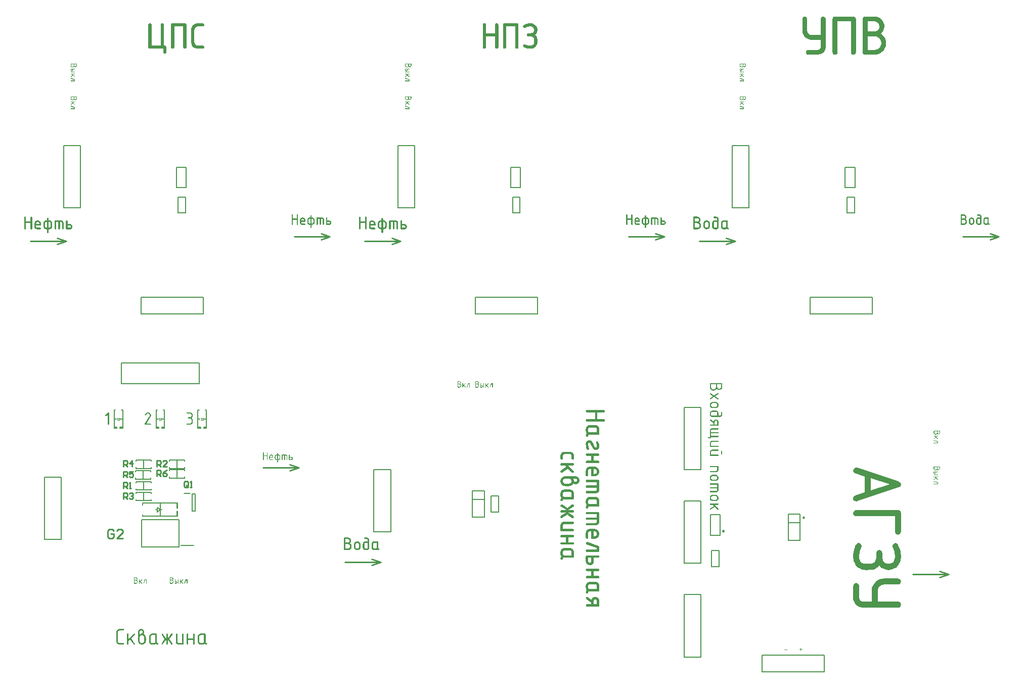
<source format=gto>
G04 Layer_Color=65535*
%FSLAX44Y44*%
%MOMM*%
G71*
G01*
G75*
%ADD38C,0.2540*%
%ADD39C,0.1500*%
%ADD40C,0.1000*%
%ADD41C,0.2000*%
G36*
X863744Y1192489D02*
X864134Y1192411D01*
X864681Y1192255D01*
X865228Y1191864D01*
X865618Y1191396D01*
X865931Y1190771D01*
X866087Y1189834D01*
Y1152656D01*
Y1152578D01*
X866009Y1152265D01*
X865931Y1151796D01*
X865775Y1151328D01*
X865384Y1150859D01*
X864915Y1150390D01*
X864212Y1150078D01*
X863275Y1150000D01*
X863197D01*
X862885Y1150078D01*
X862416Y1150156D01*
X861947Y1150312D01*
X861479Y1150625D01*
X861010Y1151094D01*
X860698Y1151796D01*
X860620Y1152656D01*
Y1170620D01*
X845467D01*
Y1152656D01*
Y1152578D01*
X845389Y1152265D01*
X845311Y1151796D01*
X845155Y1151328D01*
X844764Y1150859D01*
X844296Y1150390D01*
X843593Y1150078D01*
X842656Y1150000D01*
X842578D01*
X842265Y1150078D01*
X841796Y1150156D01*
X841328Y1150312D01*
X840859Y1150625D01*
X840390Y1151094D01*
X840078Y1151796D01*
X840000Y1152656D01*
Y1189834D01*
Y1189990D01*
X840078Y1190302D01*
X840156Y1190693D01*
X840312Y1191239D01*
X840625Y1191708D01*
X841094Y1192177D01*
X841796Y1192489D01*
X842656Y1192567D01*
X842812D01*
X843124Y1192489D01*
X843515Y1192411D01*
X844062Y1192255D01*
X844608Y1191864D01*
X844999Y1191396D01*
X845311Y1190771D01*
X845467Y1189834D01*
Y1176009D01*
X860620D01*
Y1189834D01*
Y1189990D01*
X860698Y1190302D01*
X860776Y1190693D01*
X860932Y1191239D01*
X861245Y1191708D01*
X861713Y1192177D01*
X862416Y1192489D01*
X863275Y1192567D01*
X863431D01*
X863744Y1192489D01*
D02*
G37*
G36*
X1410620Y1203741D02*
X1411206Y1203623D01*
X1412026Y1203389D01*
X1412846Y1202803D01*
X1413432Y1202100D01*
X1413900Y1201163D01*
X1414135Y1199757D01*
Y1153240D01*
Y1153123D01*
Y1153006D01*
Y1152303D01*
X1413900Y1151248D01*
X1413666Y1149959D01*
X1413197Y1148553D01*
X1412495Y1146913D01*
X1411440Y1145390D01*
X1410151Y1143867D01*
X1410034Y1143749D01*
X1409448Y1143281D01*
X1408628Y1142695D01*
X1407573Y1141992D01*
X1406167Y1141172D01*
X1404527Y1140586D01*
X1402652Y1140117D01*
X1400660Y1140000D01*
X1385077D01*
X1384608Y1140117D01*
X1383905Y1140234D01*
X1383202Y1140469D01*
X1382382Y1140937D01*
X1381796Y1141640D01*
X1381327Y1142695D01*
X1381093Y1143984D01*
Y1144218D01*
X1381210Y1144687D01*
X1381327Y1145273D01*
X1381561Y1146093D01*
X1382147Y1146796D01*
X1382850Y1147499D01*
X1383788Y1147968D01*
X1385194Y1148085D01*
X1401012D01*
X1401363Y1148202D01*
X1401949Y1148319D01*
X1403121Y1148788D01*
X1403707Y1149139D01*
X1404293Y1149608D01*
X1404410Y1149725D01*
X1404527Y1149842D01*
X1404761Y1150194D01*
X1405113Y1150663D01*
X1405699Y1151834D01*
X1405816Y1152537D01*
X1405933Y1153240D01*
Y1164723D01*
X1391052D01*
X1390466Y1164840D01*
X1389881D01*
X1389060Y1164957D01*
X1388240Y1165192D01*
X1386131Y1165777D01*
X1384960Y1166246D01*
X1383788Y1166832D01*
X1382616Y1167418D01*
X1381444Y1168238D01*
X1380273Y1169293D01*
X1379101Y1170347D01*
X1378046Y1171636D01*
X1377109Y1173159D01*
X1376992Y1173276D01*
X1376758Y1173745D01*
X1376406Y1174448D01*
X1376055Y1175385D01*
X1375703Y1176557D01*
X1375352Y1177963D01*
X1375117Y1179486D01*
X1375000Y1181127D01*
Y1199757D01*
Y1199991D01*
X1375117Y1200460D01*
X1375234Y1201046D01*
X1375469Y1201866D01*
X1375937Y1202569D01*
X1376640Y1203272D01*
X1377695Y1203741D01*
X1378984Y1203858D01*
X1379218D01*
X1379687Y1203741D01*
X1380273Y1203623D01*
X1381093Y1203389D01*
X1381913Y1202803D01*
X1382499Y1202100D01*
X1382968Y1201163D01*
X1383202Y1199757D01*
Y1181127D01*
Y1181010D01*
Y1180541D01*
X1383319Y1179838D01*
X1383553Y1179018D01*
X1383788Y1178080D01*
X1384139Y1177143D01*
X1384725Y1176088D01*
X1385545Y1175151D01*
X1385663Y1175034D01*
X1386014Y1174800D01*
X1386483Y1174448D01*
X1387186Y1173979D01*
X1388006Y1173511D01*
X1389060Y1173159D01*
X1390232Y1172925D01*
X1391404Y1172808D01*
X1405933D01*
Y1199757D01*
Y1199991D01*
X1406050Y1200460D01*
X1406167Y1201046D01*
X1406402Y1201866D01*
X1406870Y1202569D01*
X1407573Y1203272D01*
X1408628Y1203741D01*
X1409917Y1203858D01*
X1410151D01*
X1410620Y1203741D01*
D02*
G37*
G36*
X921229Y1192489D02*
X922088Y1192411D01*
X923182Y1192177D01*
X924353Y1191786D01*
X925681Y1191161D01*
X927009Y1190380D01*
X928259Y1189287D01*
X928415Y1189131D01*
X928805Y1188740D01*
X929274Y1188037D01*
X929899Y1187100D01*
X930524Y1186006D01*
X930992Y1184679D01*
X931383Y1183195D01*
X931539Y1181554D01*
Y1181476D01*
Y1181320D01*
Y1181008D01*
X931461Y1180695D01*
X931383Y1180227D01*
X931305Y1179680D01*
X930992Y1178508D01*
X930524Y1177181D01*
X929821Y1175775D01*
X929352Y1175150D01*
X928805Y1174447D01*
X928102Y1173822D01*
X927400Y1173275D01*
X927556Y1173197D01*
X927868Y1172963D01*
X928337Y1172494D01*
X928962Y1171869D01*
X929586Y1171167D01*
X930133Y1170229D01*
X930680Y1169136D01*
X931070Y1167886D01*
Y1167808D01*
X931149Y1167574D01*
X931227Y1167105D01*
X931305Y1166402D01*
X931383Y1165465D01*
X931461Y1164215D01*
X931539Y1162731D01*
Y1161872D01*
Y1160935D01*
Y1160857D01*
Y1160700D01*
Y1160466D01*
X931461Y1160154D01*
X931383Y1159373D01*
X931149Y1158279D01*
X930758Y1157029D01*
X930133Y1155780D01*
X929352Y1154452D01*
X928259Y1153202D01*
X928102Y1153046D01*
X927712Y1152734D01*
X927009Y1152187D01*
X926072Y1151640D01*
X924978Y1151015D01*
X923651Y1150469D01*
X922088Y1150156D01*
X920448Y1150000D01*
X917871D01*
X917558Y1150078D01*
X917090D01*
X916543Y1150156D01*
X915293Y1150312D01*
X913809Y1150547D01*
X912247Y1151015D01*
X910607Y1151562D01*
X908967Y1152343D01*
X908889Y1152421D01*
X908732Y1152499D01*
X908264Y1152968D01*
X907717Y1153671D01*
X907561Y1154140D01*
X907483Y1154686D01*
Y1154764D01*
Y1154921D01*
X907561Y1155389D01*
X907795Y1156014D01*
X908264Y1156639D01*
X908420Y1156795D01*
X908811Y1157029D01*
X909357Y1157264D01*
X910138Y1157420D01*
X910529D01*
X910919Y1157264D01*
X911388Y1157108D01*
X911466Y1157029D01*
X911778Y1156951D01*
X912247Y1156717D01*
X912872Y1156483D01*
X913497Y1156248D01*
X914278Y1156014D01*
X914981Y1155780D01*
X915762Y1155624D01*
X916074D01*
X916387Y1155546D01*
X916933D01*
X917558Y1155467D01*
X918339D01*
X919355Y1155389D01*
X920839D01*
X921307Y1155467D01*
X921854Y1155624D01*
X922401Y1155780D01*
X923104Y1156014D01*
X923729Y1156405D01*
X924353Y1156951D01*
X924432Y1157029D01*
X924588Y1157264D01*
X924900Y1157576D01*
X925213Y1158045D01*
X925447Y1158592D01*
X925759Y1159295D01*
X925916Y1160076D01*
X925994Y1160857D01*
Y1164996D01*
Y1165074D01*
Y1165230D01*
Y1165543D01*
X925916Y1165855D01*
X925837Y1166714D01*
X925525Y1167495D01*
X925447Y1167652D01*
X925134Y1167964D01*
X924744Y1168511D01*
X924119Y1169058D01*
X923260Y1169604D01*
X922245Y1170151D01*
X921073Y1170463D01*
X919667Y1170620D01*
X916933D01*
X916543Y1170698D01*
X916152D01*
X915215Y1170932D01*
X914746Y1171167D01*
X914434Y1171401D01*
X914278Y1171557D01*
X914044Y1171947D01*
X913809Y1172494D01*
X913653Y1173275D01*
Y1173353D01*
Y1173510D01*
X913731Y1173978D01*
X913965Y1174603D01*
X914434Y1175228D01*
X914512D01*
X914590Y1175384D01*
X914825Y1175462D01*
X915059Y1175619D01*
X915449Y1175775D01*
X915918Y1175853D01*
X916465Y1176009D01*
X920214D01*
X920761Y1176087D01*
X921463Y1176243D01*
X922167Y1176400D01*
X922947Y1176712D01*
X923651Y1177102D01*
X924353Y1177649D01*
X924432Y1177727D01*
X924588Y1177962D01*
X924900Y1178274D01*
X925213Y1178743D01*
X925447Y1179289D01*
X925759Y1179992D01*
X925916Y1180773D01*
X925994Y1181554D01*
Y1181633D01*
Y1181945D01*
X925916Y1182414D01*
X925759Y1182960D01*
X925603Y1183585D01*
X925291Y1184210D01*
X924900Y1184913D01*
X924353Y1185538D01*
X924275Y1185616D01*
X924041Y1185772D01*
X923729Y1186085D01*
X923260Y1186397D01*
X922713Y1186631D01*
X922010Y1186944D01*
X921307Y1187100D01*
X920448Y1187178D01*
X917793D01*
X917168Y1187100D01*
X916230Y1186944D01*
X915215Y1186709D01*
X914044Y1186397D01*
X912716Y1186006D01*
X911388Y1185382D01*
X911310Y1185303D01*
X910997Y1185225D01*
X910607Y1185147D01*
X910138Y1185069D01*
X909982D01*
X909513Y1185147D01*
X908889Y1185382D01*
X908264Y1185850D01*
X908108Y1186006D01*
X907873Y1186397D01*
X907639Y1186944D01*
X907483Y1187725D01*
Y1187803D01*
Y1187959D01*
X907561Y1188271D01*
X907639Y1188584D01*
X907795Y1188896D01*
X907951Y1189209D01*
X908264Y1189521D01*
X908654Y1189755D01*
X908732D01*
X908889Y1189912D01*
X909123Y1189990D01*
X909435Y1190224D01*
X909826Y1190380D01*
X910373Y1190615D01*
X911544Y1191161D01*
X913028Y1191708D01*
X914668Y1192099D01*
X916465Y1192411D01*
X918417Y1192567D01*
X920917D01*
X921229Y1192489D01*
D02*
G37*
G36*
X303744D02*
X304134Y1192411D01*
X304681Y1192255D01*
X305228Y1191864D01*
X305618Y1191396D01*
X305931Y1190771D01*
X306087Y1189834D01*
Y1155389D01*
X307571D01*
X307883Y1155311D01*
X308274Y1155233D01*
X308821Y1155077D01*
X309368Y1154686D01*
X309758Y1154218D01*
X310070Y1153593D01*
X310227Y1152656D01*
Y1144455D01*
Y1144377D01*
X310149Y1144064D01*
X310070Y1143595D01*
X309914Y1143127D01*
X309524Y1142580D01*
X309055Y1142189D01*
X308352Y1141877D01*
X307415Y1141721D01*
X307337D01*
X307024Y1141799D01*
X306556Y1141877D01*
X306087Y1142033D01*
X305618Y1142424D01*
X305150Y1142893D01*
X304837Y1143517D01*
X304759Y1144455D01*
Y1150000D01*
X282577D01*
X282265Y1150078D01*
X281796Y1150156D01*
X281328Y1150312D01*
X280859Y1150625D01*
X280390Y1151094D01*
X280078Y1151796D01*
X280000Y1152656D01*
Y1189834D01*
Y1189990D01*
X280078Y1190302D01*
X280156Y1190693D01*
X280312Y1191239D01*
X280625Y1191708D01*
X281094Y1192177D01*
X281796Y1192489D01*
X282656Y1192567D01*
X282812D01*
X283124Y1192489D01*
X283515Y1192411D01*
X284062Y1192255D01*
X284608Y1191864D01*
X284999Y1191396D01*
X285311Y1190771D01*
X285467Y1189834D01*
Y1155389D01*
X300620D01*
Y1189834D01*
Y1189990D01*
X300698Y1190302D01*
X300776Y1190693D01*
X300932Y1191239D01*
X301245Y1191708D01*
X301713Y1192177D01*
X302416Y1192489D01*
X303275Y1192567D01*
X303431D01*
X303744Y1192489D01*
D02*
G37*
G36*
X897485D02*
X897876Y1192411D01*
X898422Y1192255D01*
X898969Y1191864D01*
X899360Y1191396D01*
X899672Y1190771D01*
X899828Y1189834D01*
Y1152656D01*
Y1152578D01*
X899750Y1152265D01*
X899672Y1151796D01*
X899516Y1151328D01*
X899126Y1150859D01*
X898657Y1150390D01*
X897954Y1150078D01*
X897017Y1150000D01*
X896938D01*
X896626Y1150078D01*
X896158Y1150156D01*
X895689Y1150312D01*
X895220Y1150625D01*
X894752Y1151094D01*
X894439Y1151796D01*
X894361Y1152656D01*
Y1187178D01*
X879209D01*
Y1152656D01*
Y1152578D01*
X879131Y1152265D01*
X879053Y1151796D01*
X878896Y1151328D01*
X878506Y1150859D01*
X878037Y1150390D01*
X877334Y1150078D01*
X876397Y1150000D01*
X876319D01*
X876006Y1150078D01*
X875538Y1150156D01*
X875069Y1150312D01*
X874601Y1150625D01*
X874132Y1151094D01*
X873820Y1151796D01*
X873741Y1152656D01*
Y1189834D01*
Y1189990D01*
X873820Y1190302D01*
X873898Y1190693D01*
X874054Y1191239D01*
X874366Y1191708D01*
X874835Y1192177D01*
X875538Y1192489D01*
X876397Y1192567D01*
X897173D01*
X897485Y1192489D01*
D02*
G37*
G36*
X371305D02*
X371695Y1192411D01*
X372242Y1192255D01*
X372789Y1191864D01*
X373179Y1191396D01*
X373492Y1190771D01*
X373648Y1189834D01*
Y1189755D01*
X373570Y1189443D01*
X373492Y1188974D01*
X373335Y1188506D01*
X372945Y1188037D01*
X372476Y1187569D01*
X371773Y1187256D01*
X370836Y1187178D01*
X362479D01*
X362088Y1187100D01*
X361542Y1187022D01*
X360839Y1186866D01*
X360136Y1186475D01*
X359277Y1186006D01*
X358574Y1185303D01*
X357871Y1184366D01*
Y1184288D01*
X357793Y1184132D01*
X357636Y1183898D01*
X357558Y1183585D01*
X357246Y1182648D01*
X357168Y1181554D01*
Y1160935D01*
Y1160857D01*
Y1160544D01*
X357246Y1160076D01*
X357402Y1159529D01*
X357558Y1158904D01*
X357793Y1158279D01*
X358183Y1157576D01*
X358730Y1156951D01*
X358808Y1156873D01*
X359042Y1156717D01*
X359355Y1156483D01*
X359823Y1156170D01*
X360370Y1155858D01*
X361073Y1155624D01*
X361854Y1155467D01*
X362635Y1155389D01*
X370992D01*
X371305Y1155311D01*
X371695Y1155233D01*
X372242Y1155077D01*
X372789Y1154686D01*
X373179Y1154218D01*
X373492Y1153593D01*
X373648Y1152656D01*
Y1152578D01*
X373570Y1152265D01*
X373492Y1151796D01*
X373335Y1151328D01*
X372945Y1150859D01*
X372476Y1150390D01*
X371773Y1150078D01*
X370836Y1150000D01*
X362166D01*
X361854Y1150078D01*
X360995Y1150156D01*
X359901Y1150390D01*
X358730Y1150781D01*
X357402Y1151328D01*
X356074Y1152109D01*
X354825Y1153124D01*
X354668Y1153280D01*
X354356Y1153671D01*
X353809Y1154374D01*
X353262Y1155311D01*
X352716Y1156405D01*
X352169Y1157811D01*
X351857Y1159295D01*
X351700Y1160935D01*
Y1181554D01*
Y1181633D01*
Y1181789D01*
Y1182023D01*
X351778Y1182336D01*
X351857Y1183195D01*
X352091Y1184288D01*
X352481Y1185460D01*
X353028Y1186787D01*
X353809Y1188115D01*
X354825Y1189365D01*
X354981Y1189521D01*
X355371Y1189834D01*
X356074Y1190380D01*
X357011Y1191005D01*
X358105Y1191552D01*
X359511Y1192099D01*
X360995Y1192411D01*
X362635Y1192567D01*
X370992D01*
X371305Y1192489D01*
D02*
G37*
G36*
X341703D02*
X342094Y1192411D01*
X342640Y1192255D01*
X343187Y1191864D01*
X343577Y1191396D01*
X343890Y1190771D01*
X344046Y1189834D01*
Y1152656D01*
Y1152578D01*
X343968Y1152265D01*
X343890Y1151796D01*
X343734Y1151328D01*
X343343Y1150859D01*
X342874Y1150390D01*
X342172Y1150078D01*
X341234Y1150000D01*
X341156D01*
X340844Y1150078D01*
X340375Y1150156D01*
X339907Y1150312D01*
X339438Y1150625D01*
X338969Y1151094D01*
X338657Y1151796D01*
X338579Y1152656D01*
Y1187178D01*
X323426D01*
Y1152656D01*
Y1152578D01*
X323348Y1152265D01*
X323270Y1151796D01*
X323114Y1151328D01*
X322723Y1150859D01*
X322255Y1150390D01*
X321552Y1150078D01*
X320615Y1150000D01*
X320536D01*
X320224Y1150078D01*
X319755Y1150156D01*
X319287Y1150312D01*
X318818Y1150625D01*
X318350Y1151094D01*
X318037Y1151796D01*
X317959Y1152656D01*
Y1189834D01*
Y1189990D01*
X318037Y1190302D01*
X318115Y1190693D01*
X318271Y1191239D01*
X318584Y1191708D01*
X319053Y1192177D01*
X319755Y1192489D01*
X320615Y1192567D01*
X341390D01*
X341703Y1192489D01*
D02*
G37*
G36*
X1496857Y1203741D02*
X1498146Y1203623D01*
X1499786Y1203272D01*
X1501661Y1202686D01*
X1503653Y1201866D01*
X1505645Y1200694D01*
X1507520Y1199054D01*
X1507754Y1198819D01*
X1508223Y1198234D01*
X1509043Y1197179D01*
X1509980Y1195773D01*
X1510800Y1194133D01*
X1511620Y1192141D01*
X1512089Y1189797D01*
X1512323Y1187337D01*
Y1187220D01*
Y1186985D01*
Y1186634D01*
X1512206Y1186048D01*
X1511972Y1184642D01*
X1511620Y1182884D01*
X1510918Y1181010D01*
X1509863Y1179018D01*
X1509160Y1177963D01*
X1508457Y1177026D01*
X1507520Y1176206D01*
X1506465Y1175385D01*
X1506582D01*
X1506817Y1175151D01*
X1507285Y1174917D01*
X1507871Y1174448D01*
X1508574Y1173862D01*
X1509277Y1173276D01*
X1510097Y1172456D01*
X1510918Y1171519D01*
X1511738Y1170464D01*
X1512558Y1169293D01*
X1513261Y1168004D01*
X1513964Y1166598D01*
X1514550Y1164957D01*
X1515018Y1163317D01*
X1515253Y1161442D01*
X1515370Y1159450D01*
Y1159333D01*
Y1159099D01*
Y1158630D01*
X1515253Y1158044D01*
Y1157458D01*
X1515018Y1156638D01*
X1514667Y1154646D01*
X1513964Y1152537D01*
X1512909Y1150194D01*
X1512323Y1149022D01*
X1511503Y1147850D01*
X1510683Y1146679D01*
X1509629Y1145624D01*
X1509511Y1145507D01*
X1509394Y1145390D01*
X1509043Y1145155D01*
X1508574Y1144804D01*
X1507402Y1143867D01*
X1505762Y1142812D01*
X1503653Y1141758D01*
X1501310Y1140937D01*
X1498615Y1140234D01*
X1497209Y1140117D01*
X1495685Y1140000D01*
X1480102D01*
X1479633Y1140117D01*
X1478930Y1140234D01*
X1478227Y1140469D01*
X1477524Y1140937D01*
X1476821Y1141640D01*
X1476352Y1142695D01*
X1476235Y1143984D01*
Y1199757D01*
Y1199991D01*
X1476352Y1200460D01*
X1476469Y1201046D01*
X1476704Y1201866D01*
X1477172Y1202569D01*
X1477876Y1203272D01*
X1478930Y1203741D01*
X1480219Y1203858D01*
X1496388D01*
X1496857Y1203741D01*
D02*
G37*
G36*
X1461237D02*
X1461823Y1203623D01*
X1462643Y1203389D01*
X1463463Y1202803D01*
X1464049Y1202100D01*
X1464518Y1201163D01*
X1464752Y1199757D01*
Y1143984D01*
Y1143867D01*
X1464635Y1143398D01*
X1464518Y1142695D01*
X1464284Y1141992D01*
X1463698Y1141289D01*
X1462995Y1140586D01*
X1461940Y1140117D01*
X1460534Y1140000D01*
X1460417D01*
X1459948Y1140117D01*
X1459245Y1140234D01*
X1458542Y1140469D01*
X1457839Y1140937D01*
X1457136Y1141640D01*
X1456668Y1142695D01*
X1456550Y1143984D01*
Y1195773D01*
X1433819D01*
Y1143984D01*
Y1143867D01*
X1433702Y1143398D01*
X1433585Y1142695D01*
X1433351Y1141992D01*
X1432765Y1141289D01*
X1432062Y1140586D01*
X1431007Y1140117D01*
X1429601Y1140000D01*
X1429484D01*
X1429016Y1140117D01*
X1428313Y1140234D01*
X1427609Y1140469D01*
X1426906Y1140937D01*
X1426203Y1141640D01*
X1425735Y1142695D01*
X1425618Y1143984D01*
Y1199757D01*
Y1199991D01*
X1425735Y1200460D01*
X1425852Y1201046D01*
X1426086Y1201866D01*
X1426555Y1202569D01*
X1427258Y1203272D01*
X1428313Y1203741D01*
X1429601Y1203858D01*
X1460769D01*
X1461237Y1203741D01*
D02*
G37*
G36*
X1280163Y1124980D02*
X1280261Y1124941D01*
X1280339Y1124883D01*
X1280436Y1124786D01*
X1280495Y1124668D01*
X1280514Y1124493D01*
Y1121859D01*
Y1121840D01*
Y1121801D01*
Y1121742D01*
X1280495Y1121664D01*
X1280475Y1121469D01*
X1280417Y1121216D01*
X1280339Y1120903D01*
X1280202Y1120591D01*
X1280007Y1120279D01*
X1279754Y1119987D01*
X1279715Y1119948D01*
X1279617Y1119870D01*
X1279461Y1119753D01*
X1279227Y1119596D01*
X1278954Y1119460D01*
X1278642Y1119343D01*
X1278291Y1119265D01*
X1277881Y1119226D01*
X1277764D01*
X1277666Y1119245D01*
X1277432Y1119284D01*
X1277159Y1119343D01*
X1276827Y1119460D01*
X1276476Y1119636D01*
X1276320Y1119753D01*
X1276145Y1119870D01*
X1275989Y1120026D01*
X1275833Y1120201D01*
X1275813Y1120182D01*
X1275794Y1120143D01*
X1275735Y1120065D01*
X1275657Y1119967D01*
X1275579Y1119850D01*
X1275462Y1119733D01*
X1275325Y1119596D01*
X1275169Y1119441D01*
X1274974Y1119304D01*
X1274779Y1119167D01*
X1274565Y1119050D01*
X1274311Y1118933D01*
X1274057Y1118836D01*
X1273765Y1118758D01*
X1273472Y1118719D01*
X1273141Y1118699D01*
X1273024D01*
X1272926Y1118719D01*
X1272809D01*
X1272673Y1118738D01*
X1272380Y1118816D01*
X1272029Y1118933D01*
X1271658Y1119089D01*
X1271268Y1119323D01*
X1271092Y1119480D01*
X1270917Y1119636D01*
Y1119655D01*
X1270878Y1119675D01*
X1270839Y1119733D01*
X1270780Y1119792D01*
X1270624Y1119987D01*
X1270468Y1120260D01*
X1270293Y1120572D01*
X1270137Y1120962D01*
X1270039Y1121391D01*
X1270020Y1121625D01*
X1270000Y1121859D01*
Y1124493D01*
Y1124512D01*
Y1124571D01*
X1270020Y1124649D01*
X1270059Y1124746D01*
X1270117Y1124844D01*
X1270215Y1124922D01*
X1270332Y1124980D01*
X1270507Y1125000D01*
X1280066D01*
X1280163Y1124980D01*
D02*
G37*
G36*
X720163Y1124980D02*
X720261Y1124941D01*
X720339Y1124883D01*
X720436Y1124785D01*
X720495Y1124668D01*
X720514Y1124493D01*
Y1121859D01*
Y1121840D01*
Y1121801D01*
Y1121742D01*
X720495Y1121664D01*
X720475Y1121469D01*
X720417Y1121216D01*
X720339Y1120903D01*
X720202Y1120591D01*
X720007Y1120279D01*
X719754Y1119987D01*
X719715Y1119948D01*
X719617Y1119870D01*
X719461Y1119753D01*
X719227Y1119596D01*
X718954Y1119460D01*
X718642Y1119343D01*
X718291Y1119265D01*
X717881Y1119226D01*
X717764D01*
X717666Y1119245D01*
X717432Y1119284D01*
X717159Y1119343D01*
X716827Y1119460D01*
X716476Y1119635D01*
X716320Y1119753D01*
X716145Y1119870D01*
X715989Y1120026D01*
X715833Y1120201D01*
X715813Y1120182D01*
X715794Y1120143D01*
X715735Y1120065D01*
X715657Y1119967D01*
X715579Y1119850D01*
X715462Y1119733D01*
X715325Y1119596D01*
X715169Y1119441D01*
X714974Y1119304D01*
X714779Y1119167D01*
X714565Y1119050D01*
X714311Y1118933D01*
X714057Y1118836D01*
X713765Y1118758D01*
X713472Y1118719D01*
X713141Y1118699D01*
X713024D01*
X712926Y1118719D01*
X712809D01*
X712673Y1118738D01*
X712380Y1118816D01*
X712029Y1118933D01*
X711658Y1119089D01*
X711268Y1119323D01*
X711092Y1119480D01*
X710917Y1119635D01*
Y1119655D01*
X710878Y1119675D01*
X710839Y1119733D01*
X710780Y1119792D01*
X710624Y1119987D01*
X710468Y1120260D01*
X710293Y1120572D01*
X710137Y1120962D01*
X710039Y1121391D01*
X710020Y1121625D01*
X710000Y1121859D01*
Y1124493D01*
Y1124512D01*
Y1124571D01*
X710020Y1124649D01*
X710059Y1124746D01*
X710117Y1124844D01*
X710215Y1124922D01*
X710332Y1124980D01*
X710507Y1125000D01*
X720066D01*
X720163Y1124980D01*
D02*
G37*
G36*
X160163D02*
X160261Y1124941D01*
X160339Y1124883D01*
X160436Y1124785D01*
X160495Y1124668D01*
X160514Y1124493D01*
Y1121859D01*
Y1121840D01*
Y1121801D01*
Y1121742D01*
X160495Y1121664D01*
X160475Y1121469D01*
X160417Y1121216D01*
X160339Y1120903D01*
X160202Y1120591D01*
X160007Y1120279D01*
X159754Y1119987D01*
X159715Y1119948D01*
X159617Y1119870D01*
X159461Y1119753D01*
X159227Y1119596D01*
X158954Y1119460D01*
X158642Y1119343D01*
X158291Y1119265D01*
X157881Y1119226D01*
X157764D01*
X157666Y1119245D01*
X157432Y1119284D01*
X157159Y1119343D01*
X156827Y1119460D01*
X156476Y1119635D01*
X156320Y1119753D01*
X156145Y1119870D01*
X155989Y1120026D01*
X155833Y1120201D01*
X155813Y1120182D01*
X155794Y1120143D01*
X155735Y1120065D01*
X155657Y1119967D01*
X155579Y1119850D01*
X155462Y1119733D01*
X155325Y1119596D01*
X155169Y1119441D01*
X154974Y1119304D01*
X154779Y1119167D01*
X154565Y1119050D01*
X154311Y1118933D01*
X154058Y1118836D01*
X153765Y1118758D01*
X153472Y1118719D01*
X153141Y1118699D01*
X153024D01*
X152926Y1118719D01*
X152809D01*
X152673Y1118738D01*
X152380Y1118816D01*
X152029Y1118933D01*
X151658Y1119089D01*
X151268Y1119323D01*
X151092Y1119480D01*
X150917Y1119635D01*
Y1119655D01*
X150878Y1119675D01*
X150839Y1119733D01*
X150780Y1119792D01*
X150624Y1119987D01*
X150468Y1120260D01*
X150293Y1120572D01*
X150137Y1120962D01*
X150039Y1121391D01*
X150020Y1121625D01*
X150000Y1121859D01*
Y1124493D01*
Y1124512D01*
Y1124571D01*
X150020Y1124649D01*
X150058Y1124746D01*
X150117Y1124844D01*
X150215Y1124922D01*
X150332Y1124980D01*
X150507Y1125000D01*
X160066D01*
X160163Y1124980D01*
D02*
G37*
G36*
X1277003Y1116573D02*
X1277101Y1116534D01*
X1277179Y1116456D01*
X1277276Y1116378D01*
X1277335Y1116241D01*
X1277354Y1116066D01*
Y1116046D01*
Y1115988D01*
X1277335Y1115890D01*
X1277296Y1115793D01*
X1277218Y1115715D01*
X1277140Y1115617D01*
X1277003Y1115559D01*
X1276827Y1115539D01*
X1274214D01*
Y1114486D01*
Y1114466D01*
Y1114447D01*
Y1114330D01*
X1274175Y1114174D01*
X1274136Y1113979D01*
X1274057Y1113744D01*
X1273960Y1113491D01*
X1273804Y1113237D01*
X1273589Y1113003D01*
X1273570Y1112984D01*
X1273472Y1112906D01*
X1273355Y1112808D01*
X1273180Y1112691D01*
X1272965Y1112574D01*
X1272711Y1112476D01*
X1272419Y1112398D01*
X1272107Y1112379D01*
X1271951D01*
X1271795Y1112418D01*
X1271580Y1112457D01*
X1271346Y1112535D01*
X1271092Y1112633D01*
X1270839Y1112788D01*
X1270605Y1113003D01*
X1270585Y1113023D01*
X1270507Y1113120D01*
X1270410Y1113237D01*
X1270312Y1113413D01*
X1270195Y1113627D01*
X1270098Y1113881D01*
X1270020Y1114174D01*
X1270000Y1114486D01*
Y1116066D01*
Y1116085D01*
Y1116144D01*
X1270020Y1116241D01*
X1270059Y1116319D01*
X1270117Y1116417D01*
X1270215Y1116514D01*
X1270332Y1116573D01*
X1270507Y1116592D01*
X1276906D01*
X1277003Y1116573D01*
D02*
G37*
G36*
X717003Y1116573D02*
X717101Y1116534D01*
X717179Y1116456D01*
X717276Y1116378D01*
X717335Y1116241D01*
X717354Y1116066D01*
Y1116046D01*
Y1115988D01*
X717335Y1115890D01*
X717296Y1115793D01*
X717218Y1115715D01*
X717140Y1115617D01*
X717003Y1115558D01*
X716827Y1115539D01*
X714214D01*
Y1114486D01*
Y1114466D01*
Y1114447D01*
Y1114330D01*
X714174Y1114174D01*
X714136Y1113978D01*
X714057Y1113744D01*
X713960Y1113491D01*
X713804Y1113237D01*
X713589Y1113003D01*
X713570Y1112984D01*
X713472Y1112906D01*
X713355Y1112808D01*
X713180Y1112691D01*
X712965Y1112574D01*
X712711Y1112476D01*
X712419Y1112398D01*
X712107Y1112379D01*
X711951D01*
X711795Y1112418D01*
X711580Y1112457D01*
X711346Y1112535D01*
X711092Y1112632D01*
X710839Y1112788D01*
X710605Y1113003D01*
X710585Y1113023D01*
X710507Y1113120D01*
X710410Y1113237D01*
X710312Y1113413D01*
X710195Y1113627D01*
X710098Y1113881D01*
X710020Y1114174D01*
X710000Y1114486D01*
Y1116066D01*
Y1116085D01*
Y1116144D01*
X710020Y1116241D01*
X710059Y1116319D01*
X710117Y1116417D01*
X710215Y1116514D01*
X710332Y1116573D01*
X710507Y1116592D01*
X716906D01*
X717003Y1116573D01*
D02*
G37*
G36*
X157003D02*
X157101Y1116534D01*
X157179Y1116456D01*
X157276Y1116378D01*
X157335Y1116241D01*
X157354Y1116066D01*
Y1116046D01*
Y1115988D01*
X157335Y1115890D01*
X157296Y1115793D01*
X157218Y1115715D01*
X157140Y1115617D01*
X157003Y1115558D01*
X156827Y1115539D01*
X154214D01*
Y1114486D01*
Y1114466D01*
Y1114447D01*
Y1114330D01*
X154174Y1114174D01*
X154136Y1113978D01*
X154058Y1113744D01*
X153960Y1113491D01*
X153804Y1113237D01*
X153589Y1113003D01*
X153570Y1112984D01*
X153472Y1112906D01*
X153355Y1112808D01*
X153180Y1112691D01*
X152965Y1112574D01*
X152711Y1112476D01*
X152419Y1112398D01*
X152107Y1112379D01*
X151951D01*
X151795Y1112418D01*
X151580Y1112457D01*
X151346Y1112535D01*
X151092Y1112632D01*
X150839Y1112788D01*
X150605Y1113003D01*
X150585Y1113023D01*
X150507Y1113120D01*
X150410Y1113237D01*
X150312Y1113413D01*
X150195Y1113627D01*
X150098Y1113881D01*
X150020Y1114174D01*
X150000Y1114486D01*
Y1116066D01*
Y1116085D01*
Y1116144D01*
X150020Y1116241D01*
X150058Y1116319D01*
X150117Y1116417D01*
X150215Y1116514D01*
X150332Y1116573D01*
X150507Y1116592D01*
X156906D01*
X157003Y1116573D01*
D02*
G37*
G36*
X1277003Y1111326D02*
X1277101Y1111286D01*
X1277179Y1111208D01*
X1277276Y1111130D01*
X1277335Y1110994D01*
X1277354Y1110818D01*
Y1110799D01*
Y1110740D01*
X1277335Y1110643D01*
X1277296Y1110545D01*
X1277218Y1110467D01*
X1277140Y1110370D01*
X1277003Y1110311D01*
X1276827Y1110292D01*
X1270429D01*
X1270351Y1110311D01*
X1270254Y1110350D01*
X1270156Y1110428D01*
X1270078Y1110506D01*
X1270020Y1110643D01*
X1270000Y1110818D01*
Y1110838D01*
Y1110896D01*
X1270020Y1110994D01*
X1270059Y1111072D01*
X1270117Y1111169D01*
X1270215Y1111267D01*
X1270332Y1111326D01*
X1270507Y1111345D01*
X1276906D01*
X1277003Y1111326D01*
D02*
G37*
G36*
X717003Y1111326D02*
X717101Y1111286D01*
X717179Y1111208D01*
X717276Y1111130D01*
X717335Y1110994D01*
X717354Y1110818D01*
Y1110799D01*
Y1110740D01*
X717335Y1110643D01*
X717296Y1110545D01*
X717218Y1110467D01*
X717140Y1110370D01*
X717003Y1110311D01*
X716827Y1110292D01*
X710429D01*
X710351Y1110311D01*
X710254Y1110350D01*
X710156Y1110428D01*
X710078Y1110506D01*
X710020Y1110643D01*
X710000Y1110818D01*
Y1110838D01*
Y1110896D01*
X710020Y1110994D01*
X710059Y1111072D01*
X710117Y1111169D01*
X710215Y1111267D01*
X710332Y1111326D01*
X710507Y1111345D01*
X716906D01*
X717003Y1111326D01*
D02*
G37*
G36*
X157003D02*
X157101Y1111286D01*
X157179Y1111208D01*
X157276Y1111130D01*
X157335Y1110994D01*
X157354Y1110818D01*
Y1110799D01*
Y1110740D01*
X157335Y1110643D01*
X157296Y1110545D01*
X157218Y1110467D01*
X157140Y1110370D01*
X157003Y1110311D01*
X156827Y1110292D01*
X150429D01*
X150351Y1110311D01*
X150254Y1110350D01*
X150156Y1110428D01*
X150078Y1110506D01*
X150020Y1110643D01*
X150000Y1110818D01*
Y1110838D01*
Y1110896D01*
X150020Y1110994D01*
X150058Y1111072D01*
X150117Y1111169D01*
X150215Y1111267D01*
X150332Y1111326D01*
X150507Y1111345D01*
X156906D01*
X157003Y1111326D01*
D02*
G37*
G36*
X1277003Y1108165D02*
X1277101Y1108126D01*
X1277179Y1108048D01*
X1277276Y1107970D01*
X1277335Y1107834D01*
X1277354Y1107658D01*
Y1107639D01*
Y1107580D01*
X1277335Y1107483D01*
X1277296Y1107385D01*
X1277218Y1107307D01*
X1277140Y1107209D01*
X1277003Y1107151D01*
X1276827Y1107131D01*
X1273902D01*
X1277198Y1103835D01*
X1277218Y1103815D01*
X1277276Y1103737D01*
X1277335Y1103620D01*
X1277354Y1103464D01*
Y1103445D01*
Y1103386D01*
X1277335Y1103288D01*
X1277296Y1103191D01*
X1277218Y1103113D01*
X1277140Y1103015D01*
X1277003Y1102957D01*
X1276827Y1102937D01*
X1276788D01*
X1276711Y1102957D01*
X1276574Y1102996D01*
X1276457Y1103093D01*
X1274136Y1105395D01*
X1270819Y1103035D01*
X1270800Y1103015D01*
X1270722Y1102976D01*
X1270624Y1102957D01*
X1270507Y1102937D01*
X1270429D01*
X1270351Y1102957D01*
X1270254Y1102996D01*
X1270156Y1103074D01*
X1270078Y1103152D01*
X1270020Y1103288D01*
X1270000Y1103464D01*
Y1103484D01*
Y1103503D01*
X1270020Y1103620D01*
X1270098Y1103757D01*
X1270137Y1103835D01*
X1270215Y1103893D01*
X1273375Y1106156D01*
X1272399Y1107131D01*
X1270429D01*
X1270351Y1107151D01*
X1270254Y1107190D01*
X1270156Y1107268D01*
X1270078Y1107346D01*
X1270020Y1107483D01*
X1270000Y1107658D01*
Y1107678D01*
Y1107736D01*
X1270020Y1107834D01*
X1270059Y1107912D01*
X1270117Y1108009D01*
X1270215Y1108107D01*
X1270332Y1108165D01*
X1270507Y1108185D01*
X1276906D01*
X1277003Y1108165D01*
D02*
G37*
G36*
X717003Y1108165D02*
X717101Y1108126D01*
X717179Y1108048D01*
X717276Y1107970D01*
X717335Y1107834D01*
X717354Y1107658D01*
Y1107639D01*
Y1107580D01*
X717335Y1107483D01*
X717296Y1107385D01*
X717218Y1107307D01*
X717140Y1107209D01*
X717003Y1107151D01*
X716827Y1107131D01*
X713901D01*
X717198Y1103835D01*
X717218Y1103815D01*
X717276Y1103737D01*
X717335Y1103620D01*
X717354Y1103464D01*
Y1103445D01*
Y1103386D01*
X717335Y1103288D01*
X717296Y1103191D01*
X717218Y1103113D01*
X717140Y1103015D01*
X717003Y1102957D01*
X716827Y1102937D01*
X716788D01*
X716711Y1102957D01*
X716574Y1102996D01*
X716457Y1103093D01*
X714136Y1105395D01*
X710819Y1103035D01*
X710800Y1103015D01*
X710722Y1102976D01*
X710624Y1102957D01*
X710507Y1102937D01*
X710429D01*
X710351Y1102957D01*
X710254Y1102996D01*
X710156Y1103074D01*
X710078Y1103152D01*
X710020Y1103288D01*
X710000Y1103464D01*
Y1103484D01*
Y1103503D01*
X710020Y1103620D01*
X710098Y1103757D01*
X710137Y1103835D01*
X710215Y1103893D01*
X713375Y1106156D01*
X712399Y1107131D01*
X710429D01*
X710351Y1107151D01*
X710254Y1107190D01*
X710156Y1107268D01*
X710078Y1107346D01*
X710020Y1107483D01*
X710000Y1107658D01*
Y1107678D01*
Y1107736D01*
X710020Y1107834D01*
X710059Y1107912D01*
X710117Y1108009D01*
X710215Y1108107D01*
X710332Y1108165D01*
X710507Y1108185D01*
X716906D01*
X717003Y1108165D01*
D02*
G37*
G36*
X157003D02*
X157101Y1108126D01*
X157179Y1108048D01*
X157276Y1107970D01*
X157335Y1107834D01*
X157354Y1107658D01*
Y1107639D01*
Y1107580D01*
X157335Y1107483D01*
X157296Y1107385D01*
X157218Y1107307D01*
X157140Y1107209D01*
X157003Y1107151D01*
X156827Y1107131D01*
X153901D01*
X157198Y1103835D01*
X157218Y1103815D01*
X157276Y1103737D01*
X157335Y1103620D01*
X157354Y1103464D01*
Y1103445D01*
Y1103386D01*
X157335Y1103288D01*
X157296Y1103191D01*
X157218Y1103113D01*
X157140Y1103015D01*
X157003Y1102957D01*
X156827Y1102937D01*
X156789D01*
X156711Y1102957D01*
X156574Y1102996D01*
X156457Y1103093D01*
X154136Y1105395D01*
X150819Y1103035D01*
X150800Y1103015D01*
X150722Y1102976D01*
X150624Y1102957D01*
X150507Y1102937D01*
X150429D01*
X150351Y1102957D01*
X150254Y1102996D01*
X150156Y1103074D01*
X150078Y1103152D01*
X150020Y1103288D01*
X150000Y1103464D01*
Y1103484D01*
Y1103503D01*
X150020Y1103620D01*
X150098Y1103757D01*
X150137Y1103835D01*
X150215Y1103893D01*
X153375Y1106156D01*
X152399Y1107131D01*
X150429D01*
X150351Y1107151D01*
X150254Y1107190D01*
X150156Y1107268D01*
X150078Y1107346D01*
X150020Y1107483D01*
X150000Y1107658D01*
Y1107678D01*
Y1107736D01*
X150020Y1107834D01*
X150058Y1107912D01*
X150117Y1108009D01*
X150215Y1108107D01*
X150332Y1108165D01*
X150507Y1108185D01*
X156906D01*
X157003Y1108165D01*
D02*
G37*
G36*
X1270683Y1100811D02*
X1276925Y1098743D01*
X1276945D01*
X1276984Y1098704D01*
X1277062Y1098665D01*
X1277140Y1098626D01*
X1277218Y1098548D01*
X1277296Y1098451D01*
X1277335Y1098353D01*
X1277354Y1098217D01*
Y1096110D01*
Y1096090D01*
Y1096032D01*
X1277335Y1095934D01*
X1277296Y1095837D01*
X1277218Y1095759D01*
X1277140Y1095661D01*
X1277003Y1095603D01*
X1276827Y1095583D01*
X1270429D01*
X1270351Y1095603D01*
X1270254Y1095642D01*
X1270156Y1095720D01*
X1270078Y1095798D01*
X1270020Y1095934D01*
X1270000Y1096110D01*
Y1096129D01*
Y1096188D01*
X1270020Y1096285D01*
X1270059Y1096364D01*
X1270117Y1096461D01*
X1270215Y1096559D01*
X1270332Y1096617D01*
X1270507Y1096637D01*
X1276301D01*
Y1097846D01*
X1270351Y1099816D01*
X1270332D01*
X1270293Y1099836D01*
X1270176Y1099914D01*
X1270117Y1099992D01*
X1270059Y1100070D01*
X1270020Y1100167D01*
X1270000Y1100304D01*
Y1100323D01*
Y1100382D01*
X1270020Y1100480D01*
X1270059Y1100557D01*
X1270137Y1100655D01*
X1270215Y1100753D01*
X1270351Y1100811D01*
X1270527Y1100831D01*
X1270585D01*
X1270683Y1100811D01*
D02*
G37*
G36*
X710683Y1100811D02*
X716925Y1098743D01*
X716945D01*
X716984Y1098704D01*
X717062Y1098665D01*
X717140Y1098626D01*
X717218Y1098548D01*
X717296Y1098451D01*
X717335Y1098353D01*
X717354Y1098217D01*
Y1096110D01*
Y1096090D01*
Y1096032D01*
X717335Y1095934D01*
X717296Y1095837D01*
X717218Y1095759D01*
X717140Y1095661D01*
X717003Y1095603D01*
X716827Y1095583D01*
X710429D01*
X710351Y1095603D01*
X710254Y1095642D01*
X710156Y1095720D01*
X710078Y1095798D01*
X710020Y1095934D01*
X710000Y1096110D01*
Y1096129D01*
Y1096188D01*
X710020Y1096285D01*
X710059Y1096363D01*
X710117Y1096461D01*
X710215Y1096559D01*
X710332Y1096617D01*
X710507Y1096637D01*
X716301D01*
Y1097846D01*
X710351Y1099816D01*
X710332D01*
X710293Y1099836D01*
X710176Y1099914D01*
X710117Y1099992D01*
X710059Y1100070D01*
X710020Y1100167D01*
X710000Y1100304D01*
Y1100323D01*
Y1100382D01*
X710020Y1100480D01*
X710059Y1100557D01*
X710137Y1100655D01*
X710215Y1100753D01*
X710351Y1100811D01*
X710527Y1100831D01*
X710585D01*
X710683Y1100811D01*
D02*
G37*
G36*
X150683D02*
X156925Y1098743D01*
X156945D01*
X156984Y1098704D01*
X157062Y1098665D01*
X157140Y1098626D01*
X157218Y1098548D01*
X157296Y1098451D01*
X157335Y1098353D01*
X157354Y1098217D01*
Y1096110D01*
Y1096090D01*
Y1096032D01*
X157335Y1095934D01*
X157296Y1095837D01*
X157218Y1095759D01*
X157140Y1095661D01*
X157003Y1095603D01*
X156827Y1095583D01*
X150429D01*
X150351Y1095603D01*
X150254Y1095642D01*
X150156Y1095720D01*
X150078Y1095798D01*
X150020Y1095934D01*
X150000Y1096110D01*
Y1096129D01*
Y1096188D01*
X150020Y1096285D01*
X150058Y1096363D01*
X150117Y1096461D01*
X150215Y1096559D01*
X150332Y1096617D01*
X150507Y1096637D01*
X156301D01*
Y1097846D01*
X150351Y1099816D01*
X150332D01*
X150293Y1099836D01*
X150176Y1099914D01*
X150117Y1099992D01*
X150058Y1100070D01*
X150020Y1100167D01*
X150000Y1100304D01*
Y1100323D01*
Y1100382D01*
X150020Y1100480D01*
X150058Y1100557D01*
X150137Y1100655D01*
X150215Y1100753D01*
X150351Y1100811D01*
X150527Y1100831D01*
X150585D01*
X150683Y1100811D01*
D02*
G37*
G36*
X1280163Y1069980D02*
X1280261Y1069941D01*
X1280339Y1069883D01*
X1280436Y1069785D01*
X1280495Y1069668D01*
X1280514Y1069493D01*
Y1066859D01*
Y1066840D01*
Y1066801D01*
Y1066742D01*
X1280495Y1066664D01*
X1280475Y1066469D01*
X1280417Y1066216D01*
X1280339Y1065903D01*
X1280202Y1065591D01*
X1280007Y1065279D01*
X1279754Y1064987D01*
X1279715Y1064948D01*
X1279617Y1064870D01*
X1279461Y1064753D01*
X1279227Y1064596D01*
X1278954Y1064460D01*
X1278642Y1064343D01*
X1278291Y1064265D01*
X1277881Y1064226D01*
X1277764D01*
X1277666Y1064245D01*
X1277432Y1064284D01*
X1277159Y1064343D01*
X1276827Y1064460D01*
X1276476Y1064635D01*
X1276320Y1064753D01*
X1276145Y1064870D01*
X1275989Y1065026D01*
X1275833Y1065201D01*
X1275813Y1065182D01*
X1275794Y1065143D01*
X1275735Y1065065D01*
X1275657Y1064967D01*
X1275579Y1064850D01*
X1275462Y1064733D01*
X1275325Y1064596D01*
X1275169Y1064441D01*
X1274974Y1064304D01*
X1274779Y1064167D01*
X1274565Y1064050D01*
X1274311Y1063933D01*
X1274057Y1063836D01*
X1273765Y1063758D01*
X1273472Y1063719D01*
X1273141Y1063699D01*
X1273024D01*
X1272926Y1063719D01*
X1272809D01*
X1272673Y1063738D01*
X1272380Y1063816D01*
X1272029Y1063933D01*
X1271658Y1064089D01*
X1271268Y1064323D01*
X1271092Y1064480D01*
X1270917Y1064635D01*
Y1064655D01*
X1270878Y1064675D01*
X1270839Y1064733D01*
X1270780Y1064792D01*
X1270624Y1064987D01*
X1270468Y1065260D01*
X1270293Y1065572D01*
X1270137Y1065962D01*
X1270039Y1066391D01*
X1270020Y1066625D01*
X1270000Y1066859D01*
Y1069493D01*
Y1069512D01*
Y1069571D01*
X1270020Y1069649D01*
X1270059Y1069746D01*
X1270117Y1069844D01*
X1270215Y1069922D01*
X1270332Y1069980D01*
X1270507Y1070000D01*
X1280066D01*
X1280163Y1069980D01*
D02*
G37*
G36*
X720163Y1069980D02*
X720261Y1069941D01*
X720339Y1069883D01*
X720436Y1069785D01*
X720495Y1069668D01*
X720514Y1069493D01*
Y1066859D01*
Y1066840D01*
Y1066801D01*
Y1066742D01*
X720495Y1066664D01*
X720475Y1066469D01*
X720417Y1066216D01*
X720339Y1065903D01*
X720202Y1065591D01*
X720007Y1065279D01*
X719754Y1064987D01*
X719715Y1064948D01*
X719617Y1064870D01*
X719461Y1064753D01*
X719227Y1064596D01*
X718954Y1064460D01*
X718642Y1064343D01*
X718291Y1064265D01*
X717881Y1064226D01*
X717764D01*
X717666Y1064245D01*
X717432Y1064284D01*
X717159Y1064343D01*
X716827Y1064460D01*
X716476Y1064635D01*
X716320Y1064753D01*
X716145Y1064870D01*
X715989Y1065026D01*
X715833Y1065201D01*
X715813Y1065182D01*
X715794Y1065143D01*
X715735Y1065065D01*
X715657Y1064967D01*
X715579Y1064850D01*
X715462Y1064733D01*
X715325Y1064596D01*
X715169Y1064440D01*
X714974Y1064304D01*
X714779Y1064167D01*
X714565Y1064050D01*
X714311Y1063933D01*
X714057Y1063836D01*
X713765Y1063758D01*
X713472Y1063719D01*
X713141Y1063699D01*
X713024D01*
X712926Y1063719D01*
X712809D01*
X712673Y1063738D01*
X712380Y1063816D01*
X712029Y1063933D01*
X711658Y1064089D01*
X711268Y1064323D01*
X711092Y1064480D01*
X710917Y1064635D01*
Y1064655D01*
X710878Y1064675D01*
X710839Y1064733D01*
X710780Y1064792D01*
X710624Y1064987D01*
X710468Y1065260D01*
X710293Y1065572D01*
X710137Y1065962D01*
X710039Y1066391D01*
X710020Y1066625D01*
X710000Y1066859D01*
Y1069493D01*
Y1069512D01*
Y1069571D01*
X710020Y1069649D01*
X710059Y1069746D01*
X710117Y1069844D01*
X710215Y1069922D01*
X710332Y1069980D01*
X710507Y1070000D01*
X720066D01*
X720163Y1069980D01*
D02*
G37*
G36*
X160163D02*
X160261Y1069941D01*
X160339Y1069883D01*
X160436Y1069785D01*
X160495Y1069668D01*
X160514Y1069493D01*
Y1066859D01*
Y1066840D01*
Y1066801D01*
Y1066742D01*
X160495Y1066664D01*
X160475Y1066469D01*
X160417Y1066216D01*
X160339Y1065903D01*
X160202Y1065591D01*
X160007Y1065279D01*
X159754Y1064987D01*
X159715Y1064948D01*
X159617Y1064870D01*
X159461Y1064753D01*
X159227Y1064596D01*
X158954Y1064460D01*
X158642Y1064343D01*
X158291Y1064265D01*
X157881Y1064226D01*
X157764D01*
X157666Y1064245D01*
X157432Y1064284D01*
X157159Y1064343D01*
X156827Y1064460D01*
X156476Y1064635D01*
X156320Y1064753D01*
X156145Y1064870D01*
X155989Y1065026D01*
X155833Y1065201D01*
X155813Y1065182D01*
X155794Y1065143D01*
X155735Y1065065D01*
X155657Y1064967D01*
X155579Y1064850D01*
X155462Y1064733D01*
X155325Y1064596D01*
X155169Y1064440D01*
X154974Y1064304D01*
X154779Y1064167D01*
X154565Y1064050D01*
X154311Y1063933D01*
X154058Y1063836D01*
X153765Y1063758D01*
X153472Y1063719D01*
X153141Y1063699D01*
X153024D01*
X152926Y1063719D01*
X152809D01*
X152673Y1063738D01*
X152380Y1063816D01*
X152029Y1063933D01*
X151658Y1064089D01*
X151268Y1064323D01*
X151092Y1064480D01*
X150917Y1064635D01*
Y1064655D01*
X150878Y1064675D01*
X150839Y1064733D01*
X150780Y1064792D01*
X150624Y1064987D01*
X150468Y1065260D01*
X150293Y1065572D01*
X150137Y1065962D01*
X150039Y1066391D01*
X150020Y1066625D01*
X150000Y1066859D01*
Y1069493D01*
Y1069512D01*
Y1069571D01*
X150020Y1069649D01*
X150058Y1069746D01*
X150117Y1069844D01*
X150215Y1069922D01*
X150332Y1069980D01*
X150507Y1070000D01*
X160066D01*
X160163Y1069980D01*
D02*
G37*
G36*
X1277003Y1061573D02*
X1277101Y1061534D01*
X1277179Y1061456D01*
X1277276Y1061378D01*
X1277335Y1061241D01*
X1277354Y1061066D01*
Y1061046D01*
Y1060988D01*
X1277335Y1060890D01*
X1277296Y1060793D01*
X1277218Y1060715D01*
X1277140Y1060617D01*
X1277003Y1060558D01*
X1276827Y1060539D01*
X1273902D01*
X1277198Y1057242D01*
X1277218Y1057223D01*
X1277276Y1057145D01*
X1277335Y1057028D01*
X1277354Y1056872D01*
Y1056852D01*
Y1056794D01*
X1277335Y1056696D01*
X1277296Y1056599D01*
X1277218Y1056520D01*
X1277140Y1056423D01*
X1277003Y1056365D01*
X1276827Y1056345D01*
X1276788D01*
X1276711Y1056365D01*
X1276574Y1056404D01*
X1276457Y1056501D01*
X1274136Y1058803D01*
X1270819Y1056442D01*
X1270800Y1056423D01*
X1270722Y1056384D01*
X1270624Y1056365D01*
X1270507Y1056345D01*
X1270429D01*
X1270351Y1056365D01*
X1270254Y1056404D01*
X1270156Y1056481D01*
X1270078Y1056560D01*
X1270020Y1056696D01*
X1270000Y1056872D01*
Y1056891D01*
Y1056911D01*
X1270020Y1057028D01*
X1270098Y1057164D01*
X1270137Y1057242D01*
X1270215Y1057301D01*
X1273375Y1059564D01*
X1272399Y1060539D01*
X1270429D01*
X1270351Y1060558D01*
X1270254Y1060598D01*
X1270156Y1060676D01*
X1270078Y1060754D01*
X1270020Y1060890D01*
X1270000Y1061066D01*
Y1061085D01*
Y1061144D01*
X1270020Y1061241D01*
X1270059Y1061319D01*
X1270117Y1061417D01*
X1270215Y1061514D01*
X1270332Y1061573D01*
X1270507Y1061592D01*
X1276906D01*
X1277003Y1061573D01*
D02*
G37*
G36*
X717003Y1061573D02*
X717101Y1061534D01*
X717179Y1061456D01*
X717276Y1061378D01*
X717335Y1061241D01*
X717354Y1061066D01*
Y1061046D01*
Y1060988D01*
X717335Y1060890D01*
X717296Y1060793D01*
X717218Y1060715D01*
X717140Y1060617D01*
X717003Y1060558D01*
X716827Y1060539D01*
X713901D01*
X717198Y1057242D01*
X717218Y1057223D01*
X717276Y1057145D01*
X717335Y1057028D01*
X717354Y1056872D01*
Y1056852D01*
Y1056794D01*
X717335Y1056696D01*
X717296Y1056599D01*
X717218Y1056520D01*
X717140Y1056423D01*
X717003Y1056365D01*
X716827Y1056345D01*
X716788D01*
X716711Y1056365D01*
X716574Y1056404D01*
X716457Y1056501D01*
X714136Y1058803D01*
X710819Y1056442D01*
X710800Y1056423D01*
X710722Y1056384D01*
X710624Y1056365D01*
X710507Y1056345D01*
X710429D01*
X710351Y1056365D01*
X710254Y1056404D01*
X710156Y1056481D01*
X710078Y1056560D01*
X710020Y1056696D01*
X710000Y1056872D01*
Y1056891D01*
Y1056911D01*
X710020Y1057028D01*
X710098Y1057164D01*
X710137Y1057242D01*
X710215Y1057301D01*
X713375Y1059564D01*
X712399Y1060539D01*
X710429D01*
X710351Y1060558D01*
X710254Y1060598D01*
X710156Y1060676D01*
X710078Y1060754D01*
X710020Y1060890D01*
X710000Y1061066D01*
Y1061085D01*
Y1061144D01*
X710020Y1061241D01*
X710059Y1061319D01*
X710117Y1061417D01*
X710215Y1061514D01*
X710332Y1061573D01*
X710507Y1061592D01*
X716906D01*
X717003Y1061573D01*
D02*
G37*
G36*
X157003D02*
X157101Y1061534D01*
X157179Y1061456D01*
X157276Y1061378D01*
X157335Y1061241D01*
X157354Y1061066D01*
Y1061046D01*
Y1060988D01*
X157335Y1060890D01*
X157296Y1060793D01*
X157218Y1060715D01*
X157140Y1060617D01*
X157003Y1060558D01*
X156827Y1060539D01*
X153901D01*
X157198Y1057242D01*
X157218Y1057223D01*
X157276Y1057145D01*
X157335Y1057028D01*
X157354Y1056872D01*
Y1056852D01*
Y1056794D01*
X157335Y1056696D01*
X157296Y1056599D01*
X157218Y1056520D01*
X157140Y1056423D01*
X157003Y1056365D01*
X156827Y1056345D01*
X156789D01*
X156711Y1056365D01*
X156574Y1056404D01*
X156457Y1056501D01*
X154136Y1058803D01*
X150819Y1056442D01*
X150800Y1056423D01*
X150722Y1056384D01*
X150624Y1056365D01*
X150507Y1056345D01*
X150429D01*
X150351Y1056365D01*
X150254Y1056404D01*
X150156Y1056481D01*
X150078Y1056560D01*
X150020Y1056696D01*
X150000Y1056872D01*
Y1056891D01*
Y1056911D01*
X150020Y1057028D01*
X150098Y1057164D01*
X150137Y1057242D01*
X150215Y1057301D01*
X153375Y1059564D01*
X152399Y1060539D01*
X150429D01*
X150351Y1060558D01*
X150254Y1060598D01*
X150156Y1060676D01*
X150078Y1060754D01*
X150020Y1060890D01*
X150000Y1061066D01*
Y1061085D01*
Y1061144D01*
X150020Y1061241D01*
X150058Y1061319D01*
X150117Y1061417D01*
X150215Y1061514D01*
X150332Y1061573D01*
X150507Y1061592D01*
X156906D01*
X157003Y1061573D01*
D02*
G37*
G36*
X1270683Y1054219D02*
X1276925Y1052151D01*
X1276945D01*
X1276984Y1052112D01*
X1277062Y1052073D01*
X1277140Y1052034D01*
X1277218Y1051956D01*
X1277296Y1051858D01*
X1277335Y1051761D01*
X1277354Y1051624D01*
Y1049518D01*
Y1049498D01*
Y1049439D01*
X1277335Y1049342D01*
X1277296Y1049244D01*
X1277218Y1049166D01*
X1277140Y1049069D01*
X1277003Y1049010D01*
X1276827Y1048991D01*
X1270429D01*
X1270351Y1049010D01*
X1270254Y1049049D01*
X1270156Y1049127D01*
X1270078Y1049205D01*
X1270020Y1049342D01*
X1270000Y1049518D01*
Y1049537D01*
Y1049595D01*
X1270020Y1049693D01*
X1270059Y1049771D01*
X1270117Y1049869D01*
X1270215Y1049966D01*
X1270332Y1050025D01*
X1270507Y1050044D01*
X1276301D01*
Y1051254D01*
X1270351Y1053224D01*
X1270332D01*
X1270293Y1053243D01*
X1270176Y1053321D01*
X1270117Y1053399D01*
X1270059Y1053477D01*
X1270020Y1053575D01*
X1270000Y1053711D01*
Y1053731D01*
Y1053790D01*
X1270020Y1053887D01*
X1270059Y1053965D01*
X1270137Y1054063D01*
X1270215Y1054160D01*
X1270351Y1054219D01*
X1270527Y1054238D01*
X1270585D01*
X1270683Y1054219D01*
D02*
G37*
G36*
X710683Y1054219D02*
X716925Y1052151D01*
X716945D01*
X716984Y1052112D01*
X717062Y1052073D01*
X717140Y1052034D01*
X717218Y1051956D01*
X717296Y1051858D01*
X717335Y1051761D01*
X717354Y1051624D01*
Y1049517D01*
Y1049498D01*
Y1049439D01*
X717335Y1049342D01*
X717296Y1049244D01*
X717218Y1049166D01*
X717140Y1049069D01*
X717003Y1049010D01*
X716827Y1048991D01*
X710429D01*
X710351Y1049010D01*
X710254Y1049049D01*
X710156Y1049127D01*
X710078Y1049205D01*
X710020Y1049342D01*
X710000Y1049517D01*
Y1049537D01*
Y1049595D01*
X710020Y1049693D01*
X710059Y1049771D01*
X710117Y1049869D01*
X710215Y1049966D01*
X710332Y1050025D01*
X710507Y1050044D01*
X716301D01*
Y1051254D01*
X710351Y1053224D01*
X710332D01*
X710293Y1053243D01*
X710176Y1053321D01*
X710117Y1053399D01*
X710059Y1053477D01*
X710020Y1053575D01*
X710000Y1053711D01*
Y1053731D01*
Y1053790D01*
X710020Y1053887D01*
X710059Y1053965D01*
X710137Y1054063D01*
X710215Y1054160D01*
X710351Y1054219D01*
X710527Y1054238D01*
X710585D01*
X710683Y1054219D01*
D02*
G37*
G36*
X150683D02*
X156925Y1052151D01*
X156945D01*
X156984Y1052112D01*
X157062Y1052073D01*
X157140Y1052034D01*
X157218Y1051956D01*
X157296Y1051858D01*
X157335Y1051761D01*
X157354Y1051624D01*
Y1049517D01*
Y1049498D01*
Y1049439D01*
X157335Y1049342D01*
X157296Y1049244D01*
X157218Y1049166D01*
X157140Y1049069D01*
X157003Y1049010D01*
X156827Y1048991D01*
X150429D01*
X150351Y1049010D01*
X150254Y1049049D01*
X150156Y1049127D01*
X150078Y1049205D01*
X150020Y1049342D01*
X150000Y1049517D01*
Y1049537D01*
Y1049595D01*
X150020Y1049693D01*
X150058Y1049771D01*
X150117Y1049869D01*
X150215Y1049966D01*
X150332Y1050025D01*
X150507Y1050044D01*
X156301D01*
Y1051254D01*
X150351Y1053224D01*
X150332D01*
X150293Y1053243D01*
X150176Y1053321D01*
X150117Y1053399D01*
X150058Y1053477D01*
X150020Y1053575D01*
X150000Y1053711D01*
Y1053731D01*
Y1053790D01*
X150020Y1053887D01*
X150058Y1053965D01*
X150137Y1054063D01*
X150215Y1054160D01*
X150351Y1054219D01*
X150527Y1054238D01*
X150585D01*
X150683Y1054219D01*
D02*
G37*
G36*
X1089791Y872521D02*
X1089952Y872488D01*
X1090178Y872424D01*
X1090403Y872263D01*
X1090564Y872070D01*
X1090693Y871812D01*
X1090757Y871426D01*
Y856095D01*
Y856063D01*
X1090725Y855934D01*
X1090693Y855741D01*
X1090628Y855547D01*
X1090467Y855354D01*
X1090274Y855161D01*
X1089984Y855032D01*
X1089598Y855000D01*
X1089566D01*
X1089437Y855032D01*
X1089243Y855064D01*
X1089050Y855129D01*
X1088857Y855258D01*
X1088664Y855451D01*
X1088535Y855741D01*
X1088503Y856095D01*
Y863503D01*
X1082254D01*
Y856095D01*
Y856063D01*
X1082222Y855934D01*
X1082190Y855741D01*
X1082126Y855547D01*
X1081965Y855354D01*
X1081771Y855161D01*
X1081481Y855032D01*
X1081095Y855000D01*
X1081063D01*
X1080934Y855032D01*
X1080741Y855064D01*
X1080547Y855129D01*
X1080354Y855258D01*
X1080161Y855451D01*
X1080032Y855741D01*
X1080000Y856095D01*
Y871426D01*
Y871490D01*
X1080032Y871619D01*
X1080064Y871780D01*
X1080129Y872005D01*
X1080258Y872199D01*
X1080451Y872392D01*
X1080741Y872521D01*
X1081095Y872553D01*
X1081160D01*
X1081288Y872521D01*
X1081449Y872488D01*
X1081675Y872424D01*
X1081900Y872263D01*
X1082061Y872070D01*
X1082190Y871812D01*
X1082254Y871426D01*
Y865725D01*
X1088503D01*
Y871426D01*
Y871490D01*
X1088535Y871619D01*
X1088567Y871780D01*
X1088632Y872005D01*
X1088760Y872199D01*
X1088954Y872392D01*
X1089243Y872521D01*
X1089598Y872553D01*
X1089662D01*
X1089791Y872521D01*
D02*
G37*
G36*
X529791D02*
X529952Y872488D01*
X530177Y872424D01*
X530403Y872263D01*
X530564Y872070D01*
X530693Y871812D01*
X530757Y871426D01*
Y856095D01*
Y856063D01*
X530725Y855934D01*
X530693Y855741D01*
X530628Y855547D01*
X530467Y855354D01*
X530274Y855161D01*
X529984Y855032D01*
X529598Y855000D01*
X529566D01*
X529437Y855032D01*
X529244Y855064D01*
X529050Y855129D01*
X528857Y855258D01*
X528664Y855451D01*
X528535Y855741D01*
X528503Y856095D01*
Y863503D01*
X522254D01*
Y856095D01*
Y856063D01*
X522222Y855934D01*
X522190Y855741D01*
X522126Y855547D01*
X521965Y855354D01*
X521771Y855161D01*
X521482Y855032D01*
X521095Y855000D01*
X521063D01*
X520934Y855032D01*
X520741Y855064D01*
X520547Y855129D01*
X520354Y855258D01*
X520161Y855451D01*
X520032Y855741D01*
X520000Y856095D01*
Y871426D01*
Y871490D01*
X520032Y871619D01*
X520064Y871780D01*
X520129Y872005D01*
X520258Y872199D01*
X520451Y872392D01*
X520741Y872521D01*
X521095Y872553D01*
X521160D01*
X521288Y872521D01*
X521449Y872488D01*
X521675Y872424D01*
X521900Y872263D01*
X522061Y872070D01*
X522190Y871812D01*
X522254Y871426D01*
Y865725D01*
X528503D01*
Y871426D01*
Y871490D01*
X528535Y871619D01*
X528567Y871780D01*
X528632Y872005D01*
X528760Y872199D01*
X528954Y872392D01*
X529244Y872521D01*
X529598Y872553D01*
X529662D01*
X529791Y872521D01*
D02*
G37*
G36*
X644368Y868738D02*
X644563Y868699D01*
X644837Y868621D01*
X645110Y868425D01*
X645305Y868191D01*
X645461Y867879D01*
X645539Y867410D01*
Y848827D01*
Y848788D01*
X645500Y848632D01*
X645461Y848398D01*
X645383Y848164D01*
X645188Y847929D01*
X644954Y847695D01*
X644602Y847539D01*
X644134Y847500D01*
X644095D01*
X643939Y847539D01*
X643704Y847578D01*
X643470Y847656D01*
X643236Y847812D01*
X643002Y848047D01*
X642846Y848398D01*
X642806Y848827D01*
Y857806D01*
X635233D01*
Y848827D01*
Y848788D01*
X635194Y848632D01*
X635155Y848398D01*
X635077Y848164D01*
X634881Y847929D01*
X634647Y847695D01*
X634296Y847539D01*
X633827Y847500D01*
X633788D01*
X633632Y847539D01*
X633398Y847578D01*
X633164Y847656D01*
X632929Y847812D01*
X632695Y848047D01*
X632539Y848398D01*
X632500Y848827D01*
Y867410D01*
Y867488D01*
X632539Y867645D01*
X632578Y867840D01*
X632656Y868113D01*
X632812Y868347D01*
X633046Y868581D01*
X633398Y868738D01*
X633827Y868777D01*
X633905D01*
X634062Y868738D01*
X634257Y868699D01*
X634530Y868621D01*
X634803Y868425D01*
X634999Y868191D01*
X635155Y867879D01*
X635233Y867410D01*
Y860500D01*
X642806D01*
Y867410D01*
Y867488D01*
X642846Y867645D01*
X642885Y867840D01*
X642963Y868113D01*
X643119Y868347D01*
X643353Y868581D01*
X643704Y868738D01*
X644134Y868777D01*
X644212D01*
X644368Y868738D01*
D02*
G37*
G36*
X84368D02*
X84563Y868699D01*
X84837Y868621D01*
X85110Y868425D01*
X85305Y868191D01*
X85461Y867879D01*
X85539Y867410D01*
Y848827D01*
Y848788D01*
X85500Y848632D01*
X85461Y848398D01*
X85383Y848164D01*
X85188Y847929D01*
X84954Y847695D01*
X84602Y847539D01*
X84134Y847500D01*
X84095D01*
X83939Y847539D01*
X83704Y847578D01*
X83470Y847656D01*
X83236Y847812D01*
X83002Y848047D01*
X82845Y848398D01*
X82807Y848827D01*
Y857806D01*
X75233D01*
Y848827D01*
Y848788D01*
X75194Y848632D01*
X75155Y848398D01*
X75077Y848164D01*
X74881Y847929D01*
X74647Y847695D01*
X74296Y847539D01*
X73827Y847500D01*
X73788D01*
X73632Y847539D01*
X73398Y847578D01*
X73164Y847656D01*
X72929Y847812D01*
X72695Y848047D01*
X72539Y848398D01*
X72500Y848827D01*
Y867410D01*
Y867488D01*
X72539Y867645D01*
X72578Y867840D01*
X72656Y868113D01*
X72812Y868347D01*
X73046Y868581D01*
X73398Y868738D01*
X73827Y868777D01*
X73905D01*
X74062Y868738D01*
X74257Y868699D01*
X74530Y868621D01*
X74803Y868425D01*
X74998Y868191D01*
X75155Y867879D01*
X75233Y867410D01*
Y860500D01*
X82807D01*
Y867410D01*
Y867488D01*
X82845Y867645D01*
X82885Y867840D01*
X82963Y868113D01*
X83119Y868347D01*
X83353Y868581D01*
X83704Y868738D01*
X84134Y868777D01*
X84212D01*
X84368Y868738D01*
D02*
G37*
G36*
X1686346Y867400D02*
X1686507Y867368D01*
X1686733Y867303D01*
X1686958Y867142D01*
X1687119Y866949D01*
X1687248Y866691D01*
X1687312Y866305D01*
Y857802D01*
Y857770D01*
Y857705D01*
X1687345Y857609D01*
X1687409Y857512D01*
X1687506Y857383D01*
X1687667Y857287D01*
X1687860Y857222D01*
X1688150Y857190D01*
X1688279D01*
X1688440Y857126D01*
X1688601Y857061D01*
X1688730Y856932D01*
X1688891Y856739D01*
X1688987Y856449D01*
X1689019Y856095D01*
Y856063D01*
X1688987Y855934D01*
X1688955Y855741D01*
X1688891Y855547D01*
X1688730Y855354D01*
X1688536Y855161D01*
X1688246Y855032D01*
X1687860Y855000D01*
X1687634D01*
X1687409Y855064D01*
X1687119Y855129D01*
X1686829Y855226D01*
X1686475Y855387D01*
X1686185Y855612D01*
X1685895Y855902D01*
X1685863Y855870D01*
X1685734Y855773D01*
X1685573Y855612D01*
X1685316Y855451D01*
X1684993Y855290D01*
X1684607Y855129D01*
X1684124Y855032D01*
X1683609Y855000D01*
X1681837D01*
X1681644Y855032D01*
X1681354Y855064D01*
X1681000Y855129D01*
X1680581Y855258D01*
X1680162Y855451D01*
X1679711Y855676D01*
X1679293Y856031D01*
X1679261Y856095D01*
X1679132Y856224D01*
X1678971Y856449D01*
X1678777Y856771D01*
X1678584Y857126D01*
X1678423Y857577D01*
X1678294Y858092D01*
X1678262Y858639D01*
Y863760D01*
Y863793D01*
Y863825D01*
X1678294Y864018D01*
X1678327Y864308D01*
X1678391Y864662D01*
X1678520Y865081D01*
X1678713Y865500D01*
X1678938Y865950D01*
X1679293Y866369D01*
X1679357Y866401D01*
X1679486Y866530D01*
X1679711Y866691D01*
X1680034Y866917D01*
X1680388Y867110D01*
X1680839Y867271D01*
X1681354Y867400D01*
X1681902Y867432D01*
X1686217D01*
X1686346Y867400D01*
D02*
G37*
G36*
X1671982Y872488D02*
X1672336Y872424D01*
X1672755Y872295D01*
X1673173Y872102D01*
X1673624Y871812D01*
X1674043Y871458D01*
X1674075Y871426D01*
X1674204Y871265D01*
X1674397Y871039D01*
X1674591Y870749D01*
X1674784Y870363D01*
X1674977Y869912D01*
X1675106Y869429D01*
X1675138Y868881D01*
Y858639D01*
Y858607D01*
Y858575D01*
Y858382D01*
X1675074Y858092D01*
X1675009Y857738D01*
X1674880Y857351D01*
X1674687Y856900D01*
X1674397Y856481D01*
X1674043Y856063D01*
X1674011Y856031D01*
X1673850Y855902D01*
X1673624Y855741D01*
X1673335Y855547D01*
X1672948Y855322D01*
X1672497Y855161D01*
X1671982Y855032D01*
X1671434Y855000D01*
X1669663D01*
X1669470Y855032D01*
X1669180Y855064D01*
X1668826Y855129D01*
X1668407Y855258D01*
X1667988Y855451D01*
X1667537Y855709D01*
X1667119Y856063D01*
X1667086Y856127D01*
X1666957Y856256D01*
X1666796Y856481D01*
X1666603Y856771D01*
X1666410Y857158D01*
X1666249Y857609D01*
X1666120Y858092D01*
X1666088Y858639D01*
Y863760D01*
Y863793D01*
Y863825D01*
X1666120Y864018D01*
X1666152Y864308D01*
X1666217Y864662D01*
X1666346Y865081D01*
X1666539Y865500D01*
X1666796Y865950D01*
X1667151Y866369D01*
X1667215Y866401D01*
X1667344Y866530D01*
X1667569Y866691D01*
X1667859Y866917D01*
X1668246Y867110D01*
X1668697Y867271D01*
X1669180Y867400D01*
X1669727Y867432D01*
X1672884D01*
Y868881D01*
Y868913D01*
Y868978D01*
X1672851Y869107D01*
X1672819Y869236D01*
X1672722Y869590D01*
X1672594Y869751D01*
X1672465Y869912D01*
X1672433Y869944D01*
X1672401Y869976D01*
X1672304Y870041D01*
X1672175Y870137D01*
X1671853Y870266D01*
X1671660Y870298D01*
X1671434Y870331D01*
X1668858D01*
X1668729Y870363D01*
X1668536Y870395D01*
X1668342Y870460D01*
X1668149Y870588D01*
X1667956Y870781D01*
X1667827Y871071D01*
X1667795Y871426D01*
Y871490D01*
X1667827Y871619D01*
X1667859Y871780D01*
X1667924Y872005D01*
X1668053Y872199D01*
X1668246Y872392D01*
X1668536Y872521D01*
X1668890Y872553D01*
X1671692D01*
X1671982Y872488D01*
D02*
G37*
G36*
X1658745Y867400D02*
X1659099Y867368D01*
X1659550Y867271D01*
X1660033Y867110D01*
X1660580Y866885D01*
X1661128Y866562D01*
X1661643Y866112D01*
X1661708Y866047D01*
X1661837Y865886D01*
X1662062Y865596D01*
X1662320Y865210D01*
X1662545Y864759D01*
X1662771Y864211D01*
X1662899Y863567D01*
X1662964Y862891D01*
Y859509D01*
Y859477D01*
Y859412D01*
Y859316D01*
X1662932Y859187D01*
X1662899Y858865D01*
X1662803Y858414D01*
X1662642Y857899D01*
X1662384Y857383D01*
X1662062Y856836D01*
X1661611Y856320D01*
X1661547Y856256D01*
X1661386Y856127D01*
X1661096Y855902D01*
X1660709Y855676D01*
X1660258Y855419D01*
X1659711Y855193D01*
X1659099Y855064D01*
X1658423Y855000D01*
X1658229D01*
X1658100Y855032D01*
X1657746Y855064D01*
X1657295Y855161D01*
X1656812Y855322D01*
X1656265Y855547D01*
X1655717Y855870D01*
X1655202Y856288D01*
X1655137Y856353D01*
X1655009Y856514D01*
X1654783Y856804D01*
X1654558Y857190D01*
X1654332Y857641D01*
X1654107Y858221D01*
X1653978Y858833D01*
X1653914Y859509D01*
Y862891D01*
Y862923D01*
Y862987D01*
Y863084D01*
X1653946Y863213D01*
X1653978Y863567D01*
X1654075Y864018D01*
X1654236Y864501D01*
X1654461Y865049D01*
X1654783Y865596D01*
X1655202Y866112D01*
X1655266Y866176D01*
X1655427Y866305D01*
X1655717Y866530D01*
X1656104Y866788D01*
X1656555Y867013D01*
X1657134Y867239D01*
X1657746Y867368D01*
X1658423Y867432D01*
X1658616D01*
X1658745Y867400D01*
D02*
G37*
G36*
X1645668Y872521D02*
X1646023Y872488D01*
X1646474Y872392D01*
X1646989Y872231D01*
X1647536Y872005D01*
X1648084Y871683D01*
X1648599Y871232D01*
X1648664Y871168D01*
X1648793Y871007D01*
X1649018Y870717D01*
X1649276Y870331D01*
X1649501Y869880D01*
X1649727Y869332D01*
X1649855Y868688D01*
X1649920Y868012D01*
Y867980D01*
Y867915D01*
Y867819D01*
X1649888Y867657D01*
X1649823Y867271D01*
X1649727Y866788D01*
X1649533Y866273D01*
X1649243Y865725D01*
X1649050Y865435D01*
X1648857Y865178D01*
X1648599Y864952D01*
X1648309Y864727D01*
X1648342D01*
X1648406Y864662D01*
X1648535Y864598D01*
X1648696Y864469D01*
X1648889Y864308D01*
X1649082Y864147D01*
X1649308Y863921D01*
X1649533Y863664D01*
X1649759Y863374D01*
X1649984Y863052D01*
X1650177Y862698D01*
X1650371Y862311D01*
X1650532Y861860D01*
X1650661Y861409D01*
X1650725Y860894D01*
X1650757Y860346D01*
Y860314D01*
Y860250D01*
Y860121D01*
X1650725Y859960D01*
Y859799D01*
X1650661Y859573D01*
X1650564Y859026D01*
X1650371Y858446D01*
X1650081Y857802D01*
X1649920Y857480D01*
X1649694Y857158D01*
X1649469Y856836D01*
X1649179Y856546D01*
X1649147Y856514D01*
X1649115Y856481D01*
X1649018Y856417D01*
X1648889Y856320D01*
X1648567Y856063D01*
X1648116Y855773D01*
X1647536Y855483D01*
X1646892Y855258D01*
X1646152Y855064D01*
X1645765Y855032D01*
X1645346Y855000D01*
X1641063D01*
X1640934Y855032D01*
X1640741Y855064D01*
X1640547Y855129D01*
X1640354Y855258D01*
X1640161Y855451D01*
X1640032Y855741D01*
X1640000Y856095D01*
Y871426D01*
Y871490D01*
X1640032Y871619D01*
X1640064Y871780D01*
X1640129Y872005D01*
X1640258Y872199D01*
X1640451Y872392D01*
X1640741Y872521D01*
X1641095Y872553D01*
X1645540D01*
X1645668Y872521D01*
D02*
G37*
G36*
X1138681Y867400D02*
X1138843Y867368D01*
X1139068Y867303D01*
X1139294Y867142D01*
X1139454Y866949D01*
X1139583Y866691D01*
X1139648Y866305D01*
Y862343D01*
X1142997D01*
X1143287Y862279D01*
X1143641Y862214D01*
X1144060Y862086D01*
X1144479Y861892D01*
X1144930Y861602D01*
X1145348Y861248D01*
X1145381Y861216D01*
X1145509Y861055D01*
X1145703Y860829D01*
X1145896Y860540D01*
X1146089Y860153D01*
X1146282Y859702D01*
X1146411Y859219D01*
X1146443Y858672D01*
Y858639D01*
Y858607D01*
Y858414D01*
X1146379Y858124D01*
X1146315Y857770D01*
X1146186Y857351D01*
X1145993Y856932D01*
X1145703Y856481D01*
X1145348Y856063D01*
X1145316Y856031D01*
X1145155Y855902D01*
X1144930Y855741D01*
X1144640Y855547D01*
X1144253Y855322D01*
X1143802Y855161D01*
X1143287Y855032D01*
X1142740Y855000D01*
X1138456D01*
X1138327Y855032D01*
X1138134Y855064D01*
X1137941Y855129D01*
X1137747Y855258D01*
X1137554Y855451D01*
X1137425Y855741D01*
X1137393Y856095D01*
Y866305D01*
Y866369D01*
X1137425Y866498D01*
X1137458Y866659D01*
X1137522Y866884D01*
X1137651Y867078D01*
X1137844Y867271D01*
X1138134Y867400D01*
X1138488Y867432D01*
X1138553D01*
X1138681Y867400D01*
D02*
G37*
G36*
X1131081Y867368D02*
X1131435Y867303D01*
X1131854Y867174D01*
X1132272Y866981D01*
X1132723Y866691D01*
X1133142Y866337D01*
X1133174Y866305D01*
X1133303Y866144D01*
X1133496Y865918D01*
X1133689Y865628D01*
X1133883Y865242D01*
X1134076Y864791D01*
X1134205Y864308D01*
X1134237Y863760D01*
Y856095D01*
Y856063D01*
X1134205Y855934D01*
X1134173Y855741D01*
X1134108Y855547D01*
X1133947Y855354D01*
X1133754Y855161D01*
X1133464Y855032D01*
X1133077Y855000D01*
X1133045D01*
X1132916Y855032D01*
X1132723Y855064D01*
X1132530Y855129D01*
X1132337Y855258D01*
X1132143Y855451D01*
X1132015Y855741D01*
X1131982Y856095D01*
Y863760D01*
Y863793D01*
Y863857D01*
X1131950Y863986D01*
X1131918Y864115D01*
X1131789Y864469D01*
X1131693Y864630D01*
X1131532Y864791D01*
X1131499Y864823D01*
X1131467Y864855D01*
X1131370Y864920D01*
X1131242Y865016D01*
X1130920Y865145D01*
X1130759Y865178D01*
X1130533Y865210D01*
X1129116D01*
Y856095D01*
Y856063D01*
X1129084Y855934D01*
X1129052Y855741D01*
X1128987Y855547D01*
X1128826Y855354D01*
X1128633Y855161D01*
X1128343Y855032D01*
X1127956Y855000D01*
X1127924D01*
X1127795Y855032D01*
X1127602Y855064D01*
X1127409Y855129D01*
X1127216Y855258D01*
X1127022Y855451D01*
X1126894Y855741D01*
X1126861Y856095D01*
Y865210D01*
X1123995D01*
Y856095D01*
Y856063D01*
X1123963Y855934D01*
X1123931Y855741D01*
X1123866Y855547D01*
X1123705Y855354D01*
X1123512Y855161D01*
X1123222Y855032D01*
X1122836Y855000D01*
X1122803D01*
X1122674Y855032D01*
X1122481Y855064D01*
X1122288Y855129D01*
X1122095Y855258D01*
X1121902Y855451D01*
X1121773Y855741D01*
X1121740Y856095D01*
Y866305D01*
Y866369D01*
X1121773Y866498D01*
X1121805Y866659D01*
X1121869Y866884D01*
X1121998Y867078D01*
X1122191Y867271D01*
X1122481Y867400D01*
X1122836Y867432D01*
X1130791D01*
X1131081Y867368D01*
D02*
G37*
G36*
X1098745Y867400D02*
X1099099Y867368D01*
X1099550Y867271D01*
X1100033Y867110D01*
X1100580Y866884D01*
X1101128Y866562D01*
X1101643Y866112D01*
X1101708Y866047D01*
X1101836Y865886D01*
X1102062Y865596D01*
X1102320Y865210D01*
X1102545Y864759D01*
X1102770Y864211D01*
X1102899Y863599D01*
X1102964Y862923D01*
Y860121D01*
X1096168D01*
Y858672D01*
Y858639D01*
Y858575D01*
X1096200Y858446D01*
X1096232Y858317D01*
X1096361Y857995D01*
X1096458Y857802D01*
X1096587Y857641D01*
X1096619Y857609D01*
X1096651Y857577D01*
X1096748Y857512D01*
X1096877Y857448D01*
X1097166Y857287D01*
X1097360Y857254D01*
X1097553Y857222D01*
X1101869D01*
X1101998Y857190D01*
X1102159Y857158D01*
X1102384Y857094D01*
X1102609Y856932D01*
X1102770Y856739D01*
X1102899Y856481D01*
X1102964Y856095D01*
Y856063D01*
X1102932Y855934D01*
X1102899Y855741D01*
X1102835Y855547D01*
X1102674Y855354D01*
X1102481Y855161D01*
X1102191Y855032D01*
X1101804Y855000D01*
X1097488D01*
X1097295Y855032D01*
X1097005Y855064D01*
X1096651Y855129D01*
X1096232Y855258D01*
X1095814Y855451D01*
X1095363Y855676D01*
X1094944Y856031D01*
X1094912Y856095D01*
X1094783Y856224D01*
X1094622Y856449D01*
X1094429Y856771D01*
X1094236Y857126D01*
X1094074Y857577D01*
X1093946Y858092D01*
X1093913Y858639D01*
Y862891D01*
Y862923D01*
Y862987D01*
Y863084D01*
X1093946Y863213D01*
X1093978Y863567D01*
X1094074Y864018D01*
X1094236Y864501D01*
X1094461Y865049D01*
X1094783Y865596D01*
X1095202Y866112D01*
X1095266Y866176D01*
X1095427Y866305D01*
X1095717Y866530D01*
X1096104Y866788D01*
X1096554Y867013D01*
X1097134Y867239D01*
X1097746Y867368D01*
X1098422Y867432D01*
X1098616D01*
X1098745Y867400D01*
D02*
G37*
G36*
X578681D02*
X578843Y867368D01*
X579068Y867303D01*
X579294Y867142D01*
X579454Y866949D01*
X579583Y866691D01*
X579648Y866305D01*
Y862343D01*
X582997D01*
X583287Y862279D01*
X583641Y862214D01*
X584060Y862086D01*
X584479Y861892D01*
X584930Y861602D01*
X585348Y861248D01*
X585381Y861216D01*
X585509Y861055D01*
X585703Y860829D01*
X585896Y860540D01*
X586089Y860153D01*
X586282Y859702D01*
X586411Y859219D01*
X586443Y858672D01*
Y858639D01*
Y858607D01*
Y858414D01*
X586379Y858124D01*
X586315Y857770D01*
X586186Y857351D01*
X585993Y856932D01*
X585703Y856481D01*
X585348Y856063D01*
X585316Y856031D01*
X585155Y855902D01*
X584930Y855741D01*
X584640Y855547D01*
X584253Y855322D01*
X583802Y855161D01*
X583287Y855032D01*
X582740Y855000D01*
X578456D01*
X578327Y855032D01*
X578134Y855064D01*
X577941Y855129D01*
X577747Y855258D01*
X577554Y855451D01*
X577425Y855741D01*
X577393Y856095D01*
Y866305D01*
Y866369D01*
X577425Y866498D01*
X577458Y866659D01*
X577522Y866884D01*
X577651Y867078D01*
X577844Y867271D01*
X578134Y867400D01*
X578488Y867432D01*
X578553D01*
X578681Y867400D01*
D02*
G37*
G36*
X571081Y867368D02*
X571435Y867303D01*
X571854Y867174D01*
X572272Y866981D01*
X572723Y866691D01*
X573142Y866337D01*
X573174Y866305D01*
X573303Y866144D01*
X573496Y865918D01*
X573689Y865628D01*
X573883Y865242D01*
X574076Y864791D01*
X574205Y864308D01*
X574237Y863760D01*
Y856095D01*
Y856063D01*
X574205Y855934D01*
X574173Y855741D01*
X574108Y855547D01*
X573947Y855354D01*
X573754Y855161D01*
X573464Y855032D01*
X573078Y855000D01*
X573045D01*
X572916Y855032D01*
X572723Y855064D01*
X572530Y855129D01*
X572337Y855258D01*
X572144Y855451D01*
X572015Y855741D01*
X571982Y856095D01*
Y863760D01*
Y863793D01*
Y863857D01*
X571950Y863986D01*
X571918Y864115D01*
X571789Y864469D01*
X571693Y864630D01*
X571531Y864791D01*
X571499Y864823D01*
X571467Y864855D01*
X571371Y864920D01*
X571242Y865016D01*
X570920Y865145D01*
X570759Y865178D01*
X570533Y865210D01*
X569116D01*
Y856095D01*
Y856063D01*
X569084Y855934D01*
X569052Y855741D01*
X568987Y855547D01*
X568826Y855354D01*
X568633Y855161D01*
X568343Y855032D01*
X567957Y855000D01*
X567924D01*
X567795Y855032D01*
X567602Y855064D01*
X567409Y855129D01*
X567216Y855258D01*
X567023Y855451D01*
X566894Y855741D01*
X566861Y856095D01*
Y865210D01*
X563995D01*
Y856095D01*
Y856063D01*
X563963Y855934D01*
X563931Y855741D01*
X563866Y855547D01*
X563705Y855354D01*
X563512Y855161D01*
X563222Y855032D01*
X562836Y855000D01*
X562803D01*
X562674Y855032D01*
X562481Y855064D01*
X562288Y855129D01*
X562095Y855258D01*
X561902Y855451D01*
X561773Y855741D01*
X561740Y856095D01*
Y866305D01*
Y866369D01*
X561773Y866498D01*
X561805Y866659D01*
X561869Y866884D01*
X561998Y867078D01*
X562191Y867271D01*
X562481Y867400D01*
X562836Y867432D01*
X570791D01*
X571081Y867368D01*
D02*
G37*
G36*
X538745Y867400D02*
X539099Y867368D01*
X539550Y867271D01*
X540033Y867110D01*
X540580Y866884D01*
X541128Y866562D01*
X541643Y866112D01*
X541708Y866047D01*
X541837Y865886D01*
X542062Y865596D01*
X542320Y865210D01*
X542545Y864759D01*
X542771Y864211D01*
X542899Y863599D01*
X542964Y862923D01*
Y860121D01*
X536168D01*
Y858672D01*
Y858639D01*
Y858575D01*
X536200Y858446D01*
X536232Y858317D01*
X536361Y857995D01*
X536458Y857802D01*
X536587Y857641D01*
X536619Y857609D01*
X536651Y857577D01*
X536748Y857512D01*
X536877Y857448D01*
X537166Y857287D01*
X537360Y857254D01*
X537553Y857222D01*
X541869D01*
X541997Y857190D01*
X542159Y857158D01*
X542384Y857094D01*
X542609Y856932D01*
X542771Y856739D01*
X542899Y856481D01*
X542964Y856095D01*
Y856063D01*
X542932Y855934D01*
X542899Y855741D01*
X542835Y855547D01*
X542674Y855354D01*
X542481Y855161D01*
X542191Y855032D01*
X541804Y855000D01*
X537489D01*
X537295Y855032D01*
X537005Y855064D01*
X536651Y855129D01*
X536232Y855258D01*
X535814Y855451D01*
X535363Y855676D01*
X534944Y856031D01*
X534912Y856095D01*
X534783Y856224D01*
X534622Y856449D01*
X534429Y856771D01*
X534236Y857126D01*
X534075Y857577D01*
X533946Y858092D01*
X533913Y858639D01*
Y862891D01*
Y862923D01*
Y862987D01*
Y863084D01*
X533946Y863213D01*
X533978Y863567D01*
X534075Y864018D01*
X534236Y864501D01*
X534461Y865049D01*
X534783Y865596D01*
X535202Y866112D01*
X535266Y866176D01*
X535427Y866305D01*
X535717Y866530D01*
X536104Y866788D01*
X536554Y867013D01*
X537134Y867239D01*
X537746Y867368D01*
X538423Y867432D01*
X538616D01*
X538745Y867400D01*
D02*
G37*
G36*
X1112497Y870814D02*
X1112658Y870781D01*
X1112884Y870717D01*
X1113109Y870556D01*
X1113270Y870363D01*
X1113399Y870105D01*
X1113463Y869719D01*
Y867432D01*
X1113721D01*
X1113979Y867400D01*
X1114333D01*
X1114687Y867335D01*
X1115074Y867271D01*
X1115460Y867206D01*
X1115782Y867078D01*
X1115847Y867046D01*
X1116008Y866981D01*
X1116233Y866852D01*
X1116523Y866691D01*
X1116845Y866433D01*
X1117167Y866144D01*
X1117521Y865822D01*
X1117811Y865403D01*
X1117843Y865339D01*
X1117940Y865210D01*
X1118069Y864984D01*
X1118198Y864662D01*
X1118327Y864308D01*
X1118455Y863889D01*
X1118552Y863406D01*
X1118584Y862923D01*
Y859509D01*
Y859477D01*
Y859412D01*
Y859316D01*
X1118552Y859187D01*
X1118520Y858865D01*
X1118423Y858414D01*
X1118262Y857899D01*
X1118005Y857383D01*
X1117682Y856836D01*
X1117232Y856320D01*
X1117167Y856256D01*
X1117006Y856127D01*
X1116716Y855902D01*
X1116330Y855676D01*
X1115879Y855419D01*
X1115331Y855193D01*
X1114687Y855064D01*
X1114011Y855000D01*
X1113463D01*
Y851006D01*
Y850974D01*
X1113431Y850845D01*
X1113399Y850652D01*
X1113335Y850459D01*
X1113173Y850233D01*
X1112980Y850072D01*
X1112690Y849943D01*
X1112304Y849879D01*
X1112272D01*
X1112143Y849911D01*
X1111949Y849943D01*
X1111756Y850008D01*
X1111563Y850169D01*
X1111370Y850362D01*
X1111241Y850620D01*
X1111209Y851006D01*
Y855000D01*
X1110404D01*
X1110275Y855032D01*
X1109953Y855064D01*
X1109502Y855161D01*
X1108987Y855322D01*
X1108471Y855547D01*
X1107924Y855870D01*
X1107408Y856288D01*
X1107344Y856353D01*
X1107215Y856514D01*
X1106990Y856804D01*
X1106764Y857190D01*
X1106507Y857641D01*
X1106281Y858221D01*
X1106152Y858833D01*
X1106088Y859509D01*
Y862891D01*
Y862923D01*
Y862987D01*
Y863084D01*
X1106120Y863213D01*
X1106152Y863567D01*
X1106249Y864018D01*
X1106410Y864501D01*
X1106635Y865049D01*
X1106957Y865596D01*
X1107408Y866112D01*
X1107473Y866176D01*
X1107634Y866305D01*
X1107924Y866530D01*
X1108310Y866788D01*
X1108761Y867013D01*
X1109309Y867239D01*
X1109921Y867368D01*
X1110597Y867432D01*
X1111209D01*
Y869719D01*
Y869783D01*
X1111241Y869912D01*
X1111273Y870073D01*
X1111338Y870298D01*
X1111466Y870492D01*
X1111660Y870685D01*
X1111949Y870814D01*
X1112304Y870846D01*
X1112368D01*
X1112497Y870814D01*
D02*
G37*
G36*
X552497D02*
X552658Y870781D01*
X552884Y870717D01*
X553109Y870556D01*
X553270Y870363D01*
X553399Y870105D01*
X553463Y869719D01*
Y867432D01*
X553721D01*
X553979Y867400D01*
X554333D01*
X554687Y867335D01*
X555074Y867271D01*
X555460Y867206D01*
X555782Y867078D01*
X555847Y867046D01*
X556008Y866981D01*
X556233Y866852D01*
X556523Y866691D01*
X556845Y866433D01*
X557167Y866144D01*
X557521Y865822D01*
X557811Y865403D01*
X557844Y865339D01*
X557940Y865210D01*
X558069Y864984D01*
X558198Y864662D01*
X558327Y864308D01*
X558455Y863889D01*
X558552Y863406D01*
X558584Y862923D01*
Y859509D01*
Y859477D01*
Y859412D01*
Y859316D01*
X558552Y859187D01*
X558520Y858865D01*
X558423Y858414D01*
X558262Y857899D01*
X558004Y857383D01*
X557682Y856836D01*
X557231Y856320D01*
X557167Y856256D01*
X557006Y856127D01*
X556716Y855902D01*
X556330Y855676D01*
X555879Y855419D01*
X555331Y855193D01*
X554687Y855064D01*
X554011Y855000D01*
X553463D01*
Y851006D01*
Y850974D01*
X553431Y850845D01*
X553399Y850652D01*
X553335Y850459D01*
X553173Y850233D01*
X552980Y850072D01*
X552690Y849943D01*
X552304Y849879D01*
X552272D01*
X552143Y849911D01*
X551950Y849943D01*
X551756Y850008D01*
X551563Y850169D01*
X551370Y850362D01*
X551241Y850620D01*
X551209Y851006D01*
Y855000D01*
X550404D01*
X550275Y855032D01*
X549953Y855064D01*
X549502Y855161D01*
X548987Y855322D01*
X548471Y855547D01*
X547924Y855870D01*
X547408Y856288D01*
X547344Y856353D01*
X547215Y856514D01*
X546990Y856804D01*
X546764Y857190D01*
X546507Y857641D01*
X546281Y858221D01*
X546152Y858833D01*
X546088Y859509D01*
Y862891D01*
Y862923D01*
Y862987D01*
Y863084D01*
X546120Y863213D01*
X546152Y863567D01*
X546249Y864018D01*
X546410Y864501D01*
X546635Y865049D01*
X546957Y865596D01*
X547408Y866112D01*
X547473Y866176D01*
X547634Y866305D01*
X547924Y866530D01*
X548310Y866788D01*
X548761Y867013D01*
X549309Y867239D01*
X549921Y867368D01*
X550597Y867432D01*
X551209D01*
Y869719D01*
Y869783D01*
X551241Y869912D01*
X551273Y870073D01*
X551338Y870298D01*
X551466Y870492D01*
X551660Y870685D01*
X551950Y870814D01*
X552304Y870846D01*
X552368D01*
X552497Y870814D01*
D02*
G37*
G36*
X1248678Y862530D02*
X1248874Y862491D01*
X1249147Y862413D01*
X1249420Y862218D01*
X1249615Y861984D01*
X1249771Y861672D01*
X1249849Y861203D01*
Y850897D01*
Y850857D01*
Y850779D01*
X1249889Y850662D01*
X1249967Y850545D01*
X1250084Y850389D01*
X1250279Y850272D01*
X1250513Y850194D01*
X1250864Y850155D01*
X1251021D01*
X1251216Y850077D01*
X1251411Y849999D01*
X1251567Y849842D01*
X1251762Y849608D01*
X1251880Y849257D01*
X1251919Y848827D01*
Y848788D01*
X1251880Y848632D01*
X1251841Y848398D01*
X1251762Y848164D01*
X1251567Y847930D01*
X1251333Y847695D01*
X1250982Y847539D01*
X1250513Y847500D01*
X1250240D01*
X1249967Y847578D01*
X1249615Y847656D01*
X1249264Y847773D01*
X1248834Y847969D01*
X1248483Y848242D01*
X1248132Y848593D01*
X1248093Y848554D01*
X1247936Y848437D01*
X1247741Y848242D01*
X1247429Y848047D01*
X1247039Y847851D01*
X1246570Y847656D01*
X1245984Y847539D01*
X1245360Y847500D01*
X1243213D01*
X1242979Y847539D01*
X1242627Y847578D01*
X1242198Y847656D01*
X1241690Y847812D01*
X1241183Y848047D01*
X1240636Y848320D01*
X1240129Y848749D01*
X1240089Y848827D01*
X1239933Y848984D01*
X1239738Y849257D01*
X1239504Y849647D01*
X1239270Y850077D01*
X1239074Y850623D01*
X1238918Y851248D01*
X1238879Y851911D01*
Y858119D01*
Y858158D01*
Y858197D01*
X1238918Y858431D01*
X1238957Y858783D01*
X1239035Y859212D01*
X1239192Y859719D01*
X1239426Y860227D01*
X1239699Y860774D01*
X1240129Y861281D01*
X1240207Y861320D01*
X1240363Y861476D01*
X1240636Y861672D01*
X1241027Y861945D01*
X1241456Y862179D01*
X1242002Y862374D01*
X1242627Y862530D01*
X1243291Y862569D01*
X1248522D01*
X1248678Y862530D01*
D02*
G37*
G36*
X1231266Y868699D02*
X1231696Y868621D01*
X1232204Y868464D01*
X1232711Y868230D01*
X1233258Y867879D01*
X1233765Y867449D01*
X1233804Y867410D01*
X1233960Y867215D01*
X1234194Y866942D01*
X1234429Y866590D01*
X1234663Y866122D01*
X1234897Y865575D01*
X1235053Y864990D01*
X1235092Y864326D01*
Y851911D01*
Y851872D01*
Y851833D01*
Y851599D01*
X1235014Y851248D01*
X1234936Y850818D01*
X1234780Y850350D01*
X1234546Y849803D01*
X1234194Y849296D01*
X1233765Y848788D01*
X1233726Y848749D01*
X1233531Y848593D01*
X1233258Y848398D01*
X1232906Y848164D01*
X1232438Y847890D01*
X1231891Y847695D01*
X1231266Y847539D01*
X1230603Y847500D01*
X1228456D01*
X1228221Y847539D01*
X1227870Y847578D01*
X1227441Y847656D01*
X1226933Y847812D01*
X1226426Y848047D01*
X1225879Y848359D01*
X1225371Y848788D01*
X1225332Y848866D01*
X1225176Y849023D01*
X1224981Y849296D01*
X1224747Y849647D01*
X1224513Y850116D01*
X1224317Y850662D01*
X1224161Y851248D01*
X1224122Y851911D01*
Y858119D01*
Y858158D01*
Y858197D01*
X1224161Y858431D01*
X1224200Y858783D01*
X1224278Y859212D01*
X1224435Y859719D01*
X1224669Y860227D01*
X1224981Y860774D01*
X1225411Y861281D01*
X1225489Y861320D01*
X1225645Y861476D01*
X1225918Y861672D01*
X1226269Y861945D01*
X1226738Y862179D01*
X1227284Y862374D01*
X1227870Y862530D01*
X1228534Y862569D01*
X1232360D01*
Y864326D01*
Y864365D01*
Y864443D01*
X1232321Y864600D01*
X1232282Y864756D01*
X1232164Y865185D01*
X1232008Y865380D01*
X1231852Y865575D01*
X1231813Y865614D01*
X1231774Y865654D01*
X1231657Y865732D01*
X1231501Y865849D01*
X1231110Y866005D01*
X1230876Y866044D01*
X1230603Y866083D01*
X1227480D01*
X1227324Y866122D01*
X1227089Y866161D01*
X1226855Y866239D01*
X1226621Y866395D01*
X1226386Y866629D01*
X1226230Y866981D01*
X1226191Y867410D01*
Y867488D01*
X1226230Y867645D01*
X1226269Y867840D01*
X1226348Y868113D01*
X1226504Y868347D01*
X1226738Y868581D01*
X1227089Y868738D01*
X1227519Y868777D01*
X1230915D01*
X1231266Y868699D01*
D02*
G37*
G36*
X1215221Y862530D02*
X1215651Y862491D01*
X1216197Y862374D01*
X1216783Y862179D01*
X1217446Y861906D01*
X1218110Y861515D01*
X1218735Y860969D01*
X1218813Y860891D01*
X1218969Y860695D01*
X1219242Y860344D01*
X1219555Y859876D01*
X1219828Y859329D01*
X1220101Y858665D01*
X1220257Y857885D01*
X1220335Y857065D01*
Y852966D01*
Y852927D01*
Y852849D01*
Y852731D01*
X1220296Y852575D01*
X1220257Y852185D01*
X1220140Y851638D01*
X1219945Y851014D01*
X1219633Y850389D01*
X1219242Y849725D01*
X1218696Y849101D01*
X1218618Y849023D01*
X1218422Y848866D01*
X1218071Y848593D01*
X1217603Y848320D01*
X1217056Y848008D01*
X1216392Y847734D01*
X1215651Y847578D01*
X1214831Y847500D01*
X1214596D01*
X1214440Y847539D01*
X1214011Y847578D01*
X1213464Y847695D01*
X1212879Y847890D01*
X1212215Y848164D01*
X1211551Y848554D01*
X1210927Y849062D01*
X1210849Y849140D01*
X1210693Y849335D01*
X1210419Y849686D01*
X1210146Y850155D01*
X1209873Y850701D01*
X1209599Y851404D01*
X1209443Y852146D01*
X1209365Y852966D01*
Y857065D01*
Y857104D01*
Y857182D01*
Y857299D01*
X1209404Y857455D01*
X1209443Y857885D01*
X1209560Y858431D01*
X1209756Y859017D01*
X1210029Y859680D01*
X1210419Y860344D01*
X1210927Y860969D01*
X1211005Y861047D01*
X1211200Y861203D01*
X1211551Y861476D01*
X1212020Y861789D01*
X1212567Y862062D01*
X1213269Y862335D01*
X1214011Y862491D01*
X1214831Y862569D01*
X1215065D01*
X1215221Y862530D01*
D02*
G37*
G36*
X1199371Y868738D02*
X1199800Y868699D01*
X1200347Y868581D01*
X1200972Y868386D01*
X1201635Y868113D01*
X1202299Y867723D01*
X1202924Y867176D01*
X1203002Y867098D01*
X1203158Y866903D01*
X1203431Y866552D01*
X1203744Y866083D01*
X1204017Y865536D01*
X1204290Y864873D01*
X1204446Y864092D01*
X1204524Y863272D01*
Y863233D01*
Y863155D01*
Y863038D01*
X1204485Y862843D01*
X1204407Y862374D01*
X1204290Y861789D01*
X1204056Y861164D01*
X1203704Y860500D01*
X1203470Y860149D01*
X1203236Y859837D01*
X1202924Y859563D01*
X1202572Y859290D01*
X1202611D01*
X1202689Y859212D01*
X1202846Y859134D01*
X1203041Y858978D01*
X1203275Y858783D01*
X1203509Y858587D01*
X1203783Y858314D01*
X1204056Y858002D01*
X1204329Y857650D01*
X1204602Y857260D01*
X1204837Y856831D01*
X1205071Y856362D01*
X1205266Y855816D01*
X1205422Y855269D01*
X1205500Y854644D01*
X1205539Y853981D01*
Y853942D01*
Y853864D01*
Y853707D01*
X1205500Y853512D01*
Y853317D01*
X1205422Y853044D01*
X1205305Y852380D01*
X1205071Y851677D01*
X1204719Y850897D01*
X1204524Y850506D01*
X1204251Y850116D01*
X1203978Y849725D01*
X1203626Y849374D01*
X1203587Y849335D01*
X1203548Y849296D01*
X1203431Y849218D01*
X1203275Y849101D01*
X1202885Y848788D01*
X1202338Y848437D01*
X1201635Y848086D01*
X1200854Y847812D01*
X1199957Y847578D01*
X1199488Y847539D01*
X1198981Y847500D01*
X1193788D01*
X1193632Y847539D01*
X1193398Y847578D01*
X1193164Y847656D01*
X1192929Y847812D01*
X1192695Y848047D01*
X1192539Y848398D01*
X1192500Y848827D01*
Y867410D01*
Y867488D01*
X1192539Y867645D01*
X1192578Y867840D01*
X1192656Y868113D01*
X1192812Y868347D01*
X1193047Y868581D01*
X1193398Y868738D01*
X1193827Y868777D01*
X1199215D01*
X1199371Y868738D01*
D02*
G37*
G36*
X703631Y862530D02*
X703826Y862491D01*
X704099Y862413D01*
X704372Y862218D01*
X704567Y861984D01*
X704724Y861672D01*
X704802Y861203D01*
Y856401D01*
X708862D01*
X709213Y856323D01*
X709643Y856245D01*
X710150Y856089D01*
X710658Y855854D01*
X711204Y855503D01*
X711712Y855074D01*
X711751Y855035D01*
X711907Y854839D01*
X712141Y854566D01*
X712375Y854215D01*
X712610Y853746D01*
X712844Y853200D01*
X713000Y852614D01*
X713039Y851951D01*
Y851911D01*
Y851872D01*
Y851638D01*
X712961Y851287D01*
X712883Y850857D01*
X712727Y850350D01*
X712493Y849842D01*
X712141Y849296D01*
X711712Y848788D01*
X711673Y848749D01*
X711478Y848593D01*
X711204Y848398D01*
X710853Y848164D01*
X710384Y847890D01*
X709838Y847695D01*
X709213Y847539D01*
X708549Y847500D01*
X703357D01*
X703201Y847539D01*
X702967Y847578D01*
X702733Y847656D01*
X702498Y847812D01*
X702264Y848047D01*
X702108Y848398D01*
X702069Y848827D01*
Y861203D01*
Y861281D01*
X702108Y861437D01*
X702147Y861632D01*
X702225Y861906D01*
X702381Y862140D01*
X702616Y862374D01*
X702967Y862530D01*
X703396Y862569D01*
X703474D01*
X703631Y862530D01*
D02*
G37*
G36*
X694417Y862491D02*
X694846Y862413D01*
X695354Y862257D01*
X695862Y862023D01*
X696408Y861672D01*
X696916Y861242D01*
X696955Y861203D01*
X697111Y861008D01*
X697345Y860734D01*
X697579Y860383D01*
X697814Y859915D01*
X698048Y859368D01*
X698204Y858783D01*
X698243Y858119D01*
Y848827D01*
Y848788D01*
X698204Y848632D01*
X698165Y848398D01*
X698087Y848164D01*
X697892Y847929D01*
X697657Y847695D01*
X697306Y847539D01*
X696838Y847500D01*
X696798D01*
X696642Y847539D01*
X696408Y847578D01*
X696174Y847656D01*
X695940Y847812D01*
X695705Y848047D01*
X695549Y848398D01*
X695510Y848827D01*
Y858119D01*
Y858158D01*
Y858236D01*
X695471Y858392D01*
X695432Y858548D01*
X695276Y858978D01*
X695159Y859173D01*
X694964Y859368D01*
X694925Y859407D01*
X694886Y859446D01*
X694769Y859524D01*
X694612Y859641D01*
X694222Y859798D01*
X694027Y859837D01*
X693753Y859876D01*
X692036D01*
Y848827D01*
Y848788D01*
X691997Y848632D01*
X691958Y848398D01*
X691880Y848164D01*
X691684Y847929D01*
X691450Y847695D01*
X691099Y847539D01*
X690630Y847500D01*
X690591D01*
X690435Y847539D01*
X690201Y847578D01*
X689967Y847656D01*
X689732Y847812D01*
X689498Y848047D01*
X689342Y848398D01*
X689303Y848827D01*
Y859876D01*
X685828D01*
Y848827D01*
Y848788D01*
X685789Y848632D01*
X685750Y848398D01*
X685672Y848164D01*
X685477Y847929D01*
X685243Y847695D01*
X684891Y847539D01*
X684423Y847500D01*
X684384D01*
X684228Y847539D01*
X683994Y847578D01*
X683759Y847656D01*
X683525Y847812D01*
X683291Y848047D01*
X683135Y848398D01*
X683096Y848827D01*
Y861203D01*
Y861281D01*
X683135Y861437D01*
X683174Y861632D01*
X683252Y861906D01*
X683408Y862140D01*
X683642Y862374D01*
X683994Y862530D01*
X684423Y862569D01*
X694066D01*
X694417Y862491D01*
D02*
G37*
G36*
X655221Y862530D02*
X655651Y862491D01*
X656197Y862374D01*
X656783Y862179D01*
X657446Y861906D01*
X658110Y861515D01*
X658735Y860969D01*
X658813Y860891D01*
X658969Y860695D01*
X659242Y860344D01*
X659555Y859876D01*
X659828Y859329D01*
X660101Y858665D01*
X660257Y857924D01*
X660335Y857104D01*
Y853707D01*
X652098D01*
Y851951D01*
Y851911D01*
Y851833D01*
X652137Y851677D01*
X652176Y851521D01*
X652332Y851131D01*
X652449Y850897D01*
X652606Y850701D01*
X652645Y850662D01*
X652684Y850623D01*
X652801Y850545D01*
X652957Y850467D01*
X653308Y850272D01*
X653542Y850233D01*
X653777Y850194D01*
X659008D01*
X659164Y850155D01*
X659359Y850116D01*
X659633Y850038D01*
X659906Y849842D01*
X660101Y849608D01*
X660257Y849296D01*
X660335Y848827D01*
Y848788D01*
X660296Y848632D01*
X660257Y848398D01*
X660179Y848164D01*
X659984Y847929D01*
X659750Y847695D01*
X659398Y847539D01*
X658930Y847500D01*
X653699D01*
X653464Y847539D01*
X653113Y847578D01*
X652684Y847656D01*
X652176Y847812D01*
X651668Y848047D01*
X651122Y848320D01*
X650614Y848749D01*
X650575Y848827D01*
X650419Y848984D01*
X650224Y849257D01*
X649990Y849647D01*
X649756Y850077D01*
X649560Y850623D01*
X649404Y851248D01*
X649365Y851911D01*
Y857065D01*
Y857104D01*
Y857182D01*
Y857299D01*
X649404Y857455D01*
X649443Y857885D01*
X649560Y858431D01*
X649756Y859017D01*
X650029Y859680D01*
X650419Y860344D01*
X650927Y860969D01*
X651005Y861047D01*
X651200Y861203D01*
X651551Y861476D01*
X652020Y861789D01*
X652566Y862062D01*
X653269Y862335D01*
X654011Y862491D01*
X654831Y862569D01*
X655065D01*
X655221Y862530D01*
D02*
G37*
G36*
X143631D02*
X143826Y862491D01*
X144099Y862413D01*
X144372Y862218D01*
X144567Y861984D01*
X144724Y861672D01*
X144802Y861203D01*
Y856401D01*
X148862D01*
X149213Y856323D01*
X149643Y856245D01*
X150150Y856089D01*
X150658Y855854D01*
X151204Y855503D01*
X151712Y855074D01*
X151751Y855035D01*
X151907Y854839D01*
X152141Y854566D01*
X152375Y854215D01*
X152610Y853746D01*
X152844Y853200D01*
X153000Y852614D01*
X153039Y851951D01*
Y851911D01*
Y851872D01*
Y851638D01*
X152961Y851287D01*
X152883Y850857D01*
X152727Y850350D01*
X152493Y849842D01*
X152141Y849296D01*
X151712Y848788D01*
X151673Y848749D01*
X151477Y848593D01*
X151204Y848398D01*
X150853Y848164D01*
X150384Y847890D01*
X149838Y847695D01*
X149213Y847539D01*
X148549Y847500D01*
X143357D01*
X143201Y847539D01*
X142967Y847578D01*
X142733Y847656D01*
X142498Y847812D01*
X142264Y848047D01*
X142108Y848398D01*
X142069Y848827D01*
Y861203D01*
Y861281D01*
X142108Y861437D01*
X142147Y861632D01*
X142225Y861906D01*
X142381Y862140D01*
X142615Y862374D01*
X142967Y862530D01*
X143396Y862569D01*
X143474D01*
X143631Y862530D01*
D02*
G37*
G36*
X134417Y862491D02*
X134846Y862413D01*
X135354Y862257D01*
X135862Y862023D01*
X136408Y861672D01*
X136916Y861242D01*
X136955Y861203D01*
X137111Y861008D01*
X137345Y860734D01*
X137579Y860383D01*
X137814Y859915D01*
X138048Y859368D01*
X138204Y858783D01*
X138243Y858119D01*
Y848827D01*
Y848788D01*
X138204Y848632D01*
X138165Y848398D01*
X138087Y848164D01*
X137892Y847929D01*
X137657Y847695D01*
X137306Y847539D01*
X136838Y847500D01*
X136798D01*
X136642Y847539D01*
X136408Y847578D01*
X136174Y847656D01*
X135940Y847812D01*
X135705Y848047D01*
X135549Y848398D01*
X135510Y848827D01*
Y858119D01*
Y858158D01*
Y858236D01*
X135471Y858392D01*
X135432Y858548D01*
X135276Y858978D01*
X135159Y859173D01*
X134964Y859368D01*
X134925Y859407D01*
X134886Y859446D01*
X134768Y859524D01*
X134612Y859641D01*
X134222Y859798D01*
X134027Y859837D01*
X133753Y859876D01*
X132036D01*
Y848827D01*
Y848788D01*
X131997Y848632D01*
X131958Y848398D01*
X131880Y848164D01*
X131684Y847929D01*
X131450Y847695D01*
X131099Y847539D01*
X130630Y847500D01*
X130591D01*
X130435Y847539D01*
X130201Y847578D01*
X129967Y847656D01*
X129732Y847812D01*
X129498Y848047D01*
X129342Y848398D01*
X129303Y848827D01*
Y859876D01*
X125828D01*
Y848827D01*
Y848788D01*
X125789Y848632D01*
X125750Y848398D01*
X125672Y848164D01*
X125477Y847929D01*
X125243Y847695D01*
X124891Y847539D01*
X124423Y847500D01*
X124384D01*
X124228Y847539D01*
X123994Y847578D01*
X123759Y847656D01*
X123525Y847812D01*
X123291Y848047D01*
X123135Y848398D01*
X123096Y848827D01*
Y861203D01*
Y861281D01*
X123135Y861437D01*
X123174Y861632D01*
X123252Y861906D01*
X123408Y862140D01*
X123642Y862374D01*
X123994Y862530D01*
X124423Y862569D01*
X134066D01*
X134417Y862491D01*
D02*
G37*
G36*
X95221Y862530D02*
X95651Y862491D01*
X96197Y862374D01*
X96783Y862179D01*
X97446Y861906D01*
X98110Y861515D01*
X98735Y860969D01*
X98813Y860891D01*
X98969Y860695D01*
X99242Y860344D01*
X99555Y859876D01*
X99828Y859329D01*
X100101Y858665D01*
X100257Y857924D01*
X100335Y857104D01*
Y853707D01*
X92098D01*
Y851951D01*
Y851911D01*
Y851833D01*
X92137Y851677D01*
X92176Y851521D01*
X92332Y851131D01*
X92449Y850897D01*
X92605Y850701D01*
X92645Y850662D01*
X92684Y850623D01*
X92801Y850545D01*
X92957Y850467D01*
X93308Y850272D01*
X93542Y850233D01*
X93777Y850194D01*
X99008D01*
X99164Y850155D01*
X99359Y850116D01*
X99633Y850038D01*
X99906Y849842D01*
X100101Y849608D01*
X100257Y849296D01*
X100335Y848827D01*
Y848788D01*
X100296Y848632D01*
X100257Y848398D01*
X100179Y848164D01*
X99984Y847929D01*
X99750Y847695D01*
X99398Y847539D01*
X98930Y847500D01*
X93699D01*
X93464Y847539D01*
X93113Y847578D01*
X92684Y847656D01*
X92176Y847812D01*
X91669Y848047D01*
X91122Y848320D01*
X90614Y848749D01*
X90575Y848827D01*
X90419Y848984D01*
X90224Y849257D01*
X89990Y849647D01*
X89756Y850077D01*
X89560Y850623D01*
X89404Y851248D01*
X89365Y851911D01*
Y857065D01*
Y857104D01*
Y857182D01*
Y857299D01*
X89404Y857455D01*
X89443Y857885D01*
X89560Y858431D01*
X89756Y859017D01*
X90029Y859680D01*
X90419Y860344D01*
X90927Y860969D01*
X91005Y861047D01*
X91200Y861203D01*
X91551Y861476D01*
X92020Y861789D01*
X92566Y862062D01*
X93269Y862335D01*
X94011Y862491D01*
X94831Y862569D01*
X95065D01*
X95221Y862530D01*
D02*
G37*
G36*
X671891Y866668D02*
X672086Y866629D01*
X672360Y866551D01*
X672633Y866356D01*
X672828Y866122D01*
X672984Y865810D01*
X673062Y865341D01*
Y862569D01*
X673375D01*
X673687Y862530D01*
X674116D01*
X674546Y862452D01*
X675014Y862374D01*
X675483Y862296D01*
X675873Y862140D01*
X675951Y862101D01*
X676146Y862023D01*
X676420Y861867D01*
X676771Y861672D01*
X677161Y861359D01*
X677552Y861008D01*
X677981Y860617D01*
X678333Y860110D01*
X678372Y860032D01*
X678489Y859876D01*
X678645Y859602D01*
X678801Y859212D01*
X678957Y858783D01*
X679113Y858275D01*
X679231Y857689D01*
X679270Y857104D01*
Y852966D01*
Y852926D01*
Y852849D01*
Y852731D01*
X679231Y852575D01*
X679192Y852185D01*
X679074Y851638D01*
X678879Y851014D01*
X678567Y850389D01*
X678176Y849725D01*
X677630Y849101D01*
X677552Y849023D01*
X677357Y848866D01*
X677005Y848593D01*
X676537Y848320D01*
X675990Y848008D01*
X675327Y847734D01*
X674546Y847578D01*
X673726Y847500D01*
X673062D01*
Y842659D01*
Y842620D01*
X673023Y842464D01*
X672984Y842230D01*
X672906Y841995D01*
X672711Y841722D01*
X672477Y841527D01*
X672125Y841371D01*
X671657Y841293D01*
X671618D01*
X671462Y841332D01*
X671227Y841371D01*
X670993Y841449D01*
X670759Y841644D01*
X670525Y841878D01*
X670369Y842191D01*
X670330Y842659D01*
Y847500D01*
X669354D01*
X669197Y847539D01*
X668807Y847578D01*
X668260Y847695D01*
X667636Y847890D01*
X667011Y848164D01*
X666348Y848554D01*
X665723Y849062D01*
X665645Y849140D01*
X665489Y849335D01*
X665215Y849686D01*
X664942Y850155D01*
X664630Y850701D01*
X664357Y851404D01*
X664200Y852146D01*
X664122Y852966D01*
Y857065D01*
Y857104D01*
Y857182D01*
Y857299D01*
X664161Y857455D01*
X664200Y857885D01*
X664317Y858431D01*
X664513Y859017D01*
X664786Y859680D01*
X665176Y860344D01*
X665723Y860969D01*
X665801Y861047D01*
X665996Y861203D01*
X666348Y861476D01*
X666816Y861789D01*
X667363Y862062D01*
X668026Y862335D01*
X668768Y862491D01*
X669588Y862569D01*
X670330D01*
Y865341D01*
Y865419D01*
X670369Y865575D01*
X670408Y865771D01*
X670486Y866044D01*
X670642Y866278D01*
X670876Y866512D01*
X671227Y866668D01*
X671657Y866708D01*
X671735D01*
X671891Y866668D01*
D02*
G37*
G36*
X111891D02*
X112086Y866629D01*
X112360Y866551D01*
X112633Y866356D01*
X112828Y866122D01*
X112984Y865810D01*
X113062Y865341D01*
Y862569D01*
X113375D01*
X113687Y862530D01*
X114116D01*
X114546Y862452D01*
X115014Y862374D01*
X115483Y862296D01*
X115873Y862140D01*
X115951Y862101D01*
X116146Y862023D01*
X116420Y861867D01*
X116771Y861672D01*
X117162Y861359D01*
X117552Y861008D01*
X117981Y860617D01*
X118333Y860110D01*
X118372Y860032D01*
X118489Y859876D01*
X118645Y859602D01*
X118801Y859212D01*
X118957Y858783D01*
X119114Y858275D01*
X119231Y857689D01*
X119270Y857104D01*
Y852966D01*
Y852926D01*
Y852849D01*
Y852731D01*
X119231Y852575D01*
X119192Y852185D01*
X119074Y851638D01*
X118879Y851014D01*
X118567Y850389D01*
X118176Y849725D01*
X117630Y849101D01*
X117552Y849023D01*
X117357Y848866D01*
X117005Y848593D01*
X116537Y848320D01*
X115990Y848008D01*
X115327Y847734D01*
X114546Y847578D01*
X113726Y847500D01*
X113062D01*
Y842659D01*
Y842620D01*
X113023Y842464D01*
X112984Y842230D01*
X112906Y841995D01*
X112711Y841722D01*
X112477Y841527D01*
X112125Y841371D01*
X111657Y841293D01*
X111618D01*
X111462Y841332D01*
X111228Y841371D01*
X110993Y841449D01*
X110759Y841644D01*
X110525Y841878D01*
X110369Y842191D01*
X110330Y842659D01*
Y847500D01*
X109354D01*
X109197Y847539D01*
X108807Y847578D01*
X108260Y847695D01*
X107636Y847890D01*
X107011Y848164D01*
X106348Y848554D01*
X105723Y849062D01*
X105645Y849140D01*
X105489Y849335D01*
X105215Y849686D01*
X104942Y850155D01*
X104630Y850701D01*
X104356Y851404D01*
X104200Y852146D01*
X104122Y852966D01*
Y857065D01*
Y857104D01*
Y857182D01*
Y857299D01*
X104161Y857455D01*
X104200Y857885D01*
X104317Y858431D01*
X104513Y859017D01*
X104786Y859680D01*
X105176Y860344D01*
X105723Y860969D01*
X105801Y861047D01*
X105996Y861203D01*
X106348Y861476D01*
X106816Y861789D01*
X107362Y862062D01*
X108026Y862335D01*
X108768Y862491D01*
X109588Y862569D01*
X110330D01*
Y865341D01*
Y865419D01*
X110369Y865575D01*
X110408Y865771D01*
X110486Y866044D01*
X110642Y866278D01*
X110876Y866512D01*
X111228Y866668D01*
X111657Y866708D01*
X111735D01*
X111891Y866668D01*
D02*
G37*
G36*
X849212Y589835D02*
X849309Y589796D01*
X849387Y589718D01*
X849485Y589640D01*
X849543Y589503D01*
X849563Y589328D01*
Y589288D01*
X849543Y589211D01*
X849504Y589074D01*
X849407Y588957D01*
X847105Y586636D01*
X849465Y583319D01*
X849485Y583300D01*
X849524Y583222D01*
X849543Y583124D01*
X849563Y583007D01*
Y582988D01*
Y582929D01*
X849543Y582851D01*
X849504Y582754D01*
X849426Y582656D01*
X849348Y582578D01*
X849212Y582519D01*
X849036Y582500D01*
X848997D01*
X848880Y582519D01*
X848743Y582598D01*
X848665Y582637D01*
X848607Y582715D01*
X846344Y585875D01*
X845369Y584899D01*
Y583007D01*
Y582988D01*
Y582929D01*
X845349Y582851D01*
X845310Y582754D01*
X845232Y582656D01*
X845154Y582578D01*
X845017Y582519D01*
X844842Y582500D01*
X844764D01*
X844666Y582519D01*
X844588Y582559D01*
X844491Y582617D01*
X844393Y582715D01*
X844335Y582832D01*
X844315Y583007D01*
Y589328D01*
Y589347D01*
Y589406D01*
X844335Y589503D01*
X844374Y589601D01*
X844452Y589679D01*
X844530Y589776D01*
X844666Y589835D01*
X844842Y589854D01*
X844920D01*
X845017Y589835D01*
X845115Y589796D01*
X845193Y589718D01*
X845291Y589640D01*
X845349Y589503D01*
X845369Y589328D01*
Y586401D01*
X848665Y589698D01*
X848685Y589718D01*
X848763Y589776D01*
X848880Y589835D01*
X849036Y589854D01*
X849114D01*
X849212Y589835D01*
D02*
G37*
G36*
X810804D02*
X810901Y589796D01*
X810980Y589718D01*
X811077Y589640D01*
X811136Y589503D01*
X811155Y589328D01*
Y589288D01*
X811136Y589211D01*
X811096Y589074D01*
X810999Y588957D01*
X808697Y586636D01*
X811058Y583319D01*
X811077Y583300D01*
X811116Y583222D01*
X811136Y583124D01*
X811155Y583007D01*
Y582988D01*
Y582929D01*
X811136Y582851D01*
X811096Y582754D01*
X811019Y582656D01*
X810940Y582578D01*
X810804Y582519D01*
X810628Y582500D01*
X810589D01*
X810472Y582519D01*
X810336Y582598D01*
X810258Y582637D01*
X810199Y582715D01*
X807936Y585875D01*
X806961Y584899D01*
Y583007D01*
Y582988D01*
Y582929D01*
X806942Y582851D01*
X806902Y582754D01*
X806824Y582656D01*
X806746Y582578D01*
X806610Y582519D01*
X806434Y582500D01*
X806356D01*
X806259Y582519D01*
X806181Y582559D01*
X806083Y582617D01*
X805986Y582715D01*
X805927Y582832D01*
X805908Y583007D01*
Y589328D01*
Y589347D01*
Y589406D01*
X805927Y589503D01*
X805966Y589601D01*
X806044Y589679D01*
X806122Y589776D01*
X806259Y589835D01*
X806434Y589854D01*
X806512D01*
X806610Y589835D01*
X806707Y589796D01*
X806786Y589718D01*
X806883Y589640D01*
X806942Y589503D01*
X806961Y589328D01*
Y586401D01*
X810258Y589698D01*
X810277Y589718D01*
X810355Y589776D01*
X810472Y589835D01*
X810628Y589854D01*
X810706D01*
X810804Y589835D01*
D02*
G37*
G36*
X856566D02*
X856663Y589796D01*
X856741Y589718D01*
X856839Y589640D01*
X856897Y589503D01*
X856917Y589328D01*
Y583007D01*
Y582988D01*
Y582929D01*
X856897Y582851D01*
X856858Y582754D01*
X856780Y582656D01*
X856702Y582578D01*
X856566Y582519D01*
X856390Y582500D01*
X856312D01*
X856215Y582519D01*
X856137Y582559D01*
X856039Y582617D01*
X855941Y582715D01*
X855883Y582832D01*
X855863Y583007D01*
Y588801D01*
X854654D01*
X852684Y582851D01*
Y582832D01*
X852664Y582793D01*
X852586Y582676D01*
X852508Y582617D01*
X852430Y582559D01*
X852333Y582519D01*
X852196Y582500D01*
X852118D01*
X852021Y582519D01*
X851943Y582559D01*
X851845Y582637D01*
X851748Y582715D01*
X851689Y582851D01*
X851669Y583027D01*
Y583046D01*
Y583085D01*
X851689Y583183D01*
X853757Y589425D01*
Y589445D01*
X853796Y589484D01*
X853835Y589562D01*
X853874Y589640D01*
X853952Y589718D01*
X854049Y589796D01*
X854147Y589835D01*
X854283Y589854D01*
X856468D01*
X856566Y589835D01*
D02*
G37*
G36*
X841857D02*
X841955Y589796D01*
X842033Y589718D01*
X842130Y589640D01*
X842189Y589503D01*
X842208Y589328D01*
Y583007D01*
Y582988D01*
Y582929D01*
X842189Y582851D01*
X842150Y582754D01*
X842072Y582656D01*
X841994Y582578D01*
X841857Y582519D01*
X841682Y582500D01*
X841604D01*
X841506Y582519D01*
X841428Y582559D01*
X841331Y582617D01*
X841233Y582715D01*
X841175Y582832D01*
X841155Y583007D01*
Y589328D01*
Y589347D01*
Y589406D01*
X841175Y589503D01*
X841214Y589601D01*
X841292Y589679D01*
X841370Y589776D01*
X841506Y589835D01*
X841682Y589854D01*
X841760D01*
X841857Y589835D01*
D02*
G37*
G36*
X836610D02*
X836707Y589796D01*
X836785Y589718D01*
X836883Y589640D01*
X836942Y589503D01*
X836961Y589328D01*
Y586714D01*
X838170D01*
X838326Y586674D01*
X838522Y586636D01*
X838756Y586558D01*
X839009Y586460D01*
X839263Y586304D01*
X839497Y586089D01*
X839517Y586070D01*
X839594Y585972D01*
X839692Y585855D01*
X839809Y585680D01*
X839926Y585465D01*
X840024Y585211D01*
X840102Y584919D01*
X840121Y584607D01*
Y584568D01*
Y584451D01*
X840082Y584295D01*
X840043Y584080D01*
X839965Y583846D01*
X839868Y583592D01*
X839712Y583339D01*
X839497Y583105D01*
X839477Y583085D01*
X839380Y583007D01*
X839263Y582910D01*
X839087Y582812D01*
X838873Y582695D01*
X838619Y582598D01*
X838326Y582519D01*
X838014Y582500D01*
X836356D01*
X836259Y582519D01*
X836181Y582559D01*
X836083Y582617D01*
X835986Y582715D01*
X835927Y582832D01*
X835908Y583007D01*
Y589328D01*
Y589347D01*
Y589406D01*
X835927Y589503D01*
X835966Y589601D01*
X836044Y589679D01*
X836122Y589776D01*
X836259Y589835D01*
X836434Y589854D01*
X836512D01*
X836610Y589835D01*
D02*
G37*
G36*
X830836Y592995D02*
X831031Y592975D01*
X831284Y592917D01*
X831597Y592839D01*
X831909Y592702D01*
X832221Y592507D01*
X832513Y592254D01*
X832552Y592215D01*
X832630Y592117D01*
X832747Y591961D01*
X832904Y591727D01*
X833040Y591454D01*
X833157Y591142D01*
X833235Y590791D01*
X833274Y590381D01*
Y590361D01*
Y590322D01*
Y590264D01*
X833255Y590166D01*
X833216Y589932D01*
X833157Y589659D01*
X833040Y589328D01*
X832865Y588976D01*
X832747Y588820D01*
X832630Y588645D01*
X832474Y588489D01*
X832299Y588333D01*
X832318Y588313D01*
X832357Y588294D01*
X832435Y588235D01*
X832533Y588157D01*
X832650Y588079D01*
X832767Y587962D01*
X832904Y587826D01*
X833060Y587669D01*
X833196Y587474D01*
X833333Y587279D01*
X833450Y587065D01*
X833567Y586811D01*
X833664Y586558D01*
X833742Y586265D01*
X833781Y585972D01*
X833801Y585641D01*
Y585621D01*
Y585582D01*
Y585524D01*
X833781Y585426D01*
Y585309D01*
X833762Y585173D01*
X833684Y584880D01*
X833567Y584529D01*
X833411Y584158D01*
X833177Y583768D01*
X833021Y583592D01*
X832865Y583417D01*
X832845D01*
X832825Y583378D01*
X832767Y583339D01*
X832708Y583280D01*
X832513Y583124D01*
X832240Y582968D01*
X831928Y582793D01*
X831538Y582637D01*
X831109Y582539D01*
X830875Y582519D01*
X830641Y582500D01*
X827929D01*
X827851Y582519D01*
X827754Y582559D01*
X827656Y582617D01*
X827578Y582715D01*
X827520Y582832D01*
X827500Y583007D01*
Y592488D01*
Y592507D01*
Y592566D01*
X827520Y592663D01*
X827559Y592761D01*
X827617Y592839D01*
X827715Y592936D01*
X827832Y592995D01*
X828007Y593014D01*
X830758D01*
X830836Y592995D01*
D02*
G37*
G36*
X818158Y589835D02*
X818256Y589796D01*
X818334Y589718D01*
X818431Y589640D01*
X818490Y589503D01*
X818509Y589328D01*
Y583007D01*
Y582988D01*
Y582929D01*
X818490Y582851D01*
X818451Y582754D01*
X818373Y582656D01*
X818295Y582578D01*
X818158Y582519D01*
X817983Y582500D01*
X817905D01*
X817807Y582519D01*
X817729Y582559D01*
X817632Y582617D01*
X817534Y582715D01*
X817475Y582832D01*
X817456Y583007D01*
Y588801D01*
X816246D01*
X814276Y582851D01*
Y582832D01*
X814257Y582793D01*
X814179Y582676D01*
X814101Y582617D01*
X814023Y582559D01*
X813925Y582519D01*
X813789Y582500D01*
X813710D01*
X813613Y582519D01*
X813535Y582559D01*
X813437Y582637D01*
X813340Y582715D01*
X813281Y582851D01*
X813262Y583027D01*
Y583046D01*
Y583085D01*
X813281Y583183D01*
X815349Y589425D01*
Y589445D01*
X815388Y589484D01*
X815427Y589562D01*
X815466Y589640D01*
X815544Y589718D01*
X815642Y589796D01*
X815739Y589835D01*
X815876Y589854D01*
X818061D01*
X818158Y589835D01*
D02*
G37*
G36*
X800836Y592995D02*
X801031Y592975D01*
X801284Y592917D01*
X801597Y592839D01*
X801909Y592702D01*
X802221Y592507D01*
X802513Y592254D01*
X802552Y592215D01*
X802630Y592117D01*
X802747Y591961D01*
X802904Y591727D01*
X803040Y591454D01*
X803157Y591142D01*
X803235Y590791D01*
X803274Y590381D01*
Y590361D01*
Y590322D01*
Y590264D01*
X803255Y590166D01*
X803216Y589932D01*
X803157Y589659D01*
X803040Y589328D01*
X802865Y588976D01*
X802747Y588820D01*
X802630Y588645D01*
X802474Y588489D01*
X802299Y588333D01*
X802318Y588313D01*
X802357Y588294D01*
X802435Y588235D01*
X802533Y588157D01*
X802650Y588079D01*
X802767Y587962D01*
X802904Y587826D01*
X803060Y587669D01*
X803196Y587474D01*
X803333Y587279D01*
X803450Y587065D01*
X803567Y586811D01*
X803664Y586558D01*
X803742Y586265D01*
X803781Y585972D01*
X803801Y585641D01*
Y585621D01*
Y585582D01*
Y585524D01*
X803781Y585426D01*
Y585309D01*
X803762Y585173D01*
X803684Y584880D01*
X803567Y584529D01*
X803411Y584158D01*
X803177Y583768D01*
X803021Y583592D01*
X802865Y583417D01*
X802845D01*
X802825Y583378D01*
X802767Y583339D01*
X802709Y583280D01*
X802513Y583124D01*
X802240Y582968D01*
X801928Y582793D01*
X801538Y582637D01*
X801109Y582539D01*
X800875Y582519D01*
X800641Y582500D01*
X797929D01*
X797851Y582519D01*
X797754Y582559D01*
X797656Y582617D01*
X797578Y582715D01*
X797520Y582832D01*
X797500Y583007D01*
Y592488D01*
Y592507D01*
Y592566D01*
X797520Y592663D01*
X797559Y592761D01*
X797617Y592839D01*
X797715Y592936D01*
X797832Y592995D01*
X798007Y593014D01*
X800758D01*
X800836Y592995D01*
D02*
G37*
G36*
X1240340Y589961D02*
X1240535Y589883D01*
X1240691Y589766D01*
X1240886Y589571D01*
X1241003Y589336D01*
X1241042Y588985D01*
Y583715D01*
Y583675D01*
Y583597D01*
Y583480D01*
X1241003Y583324D01*
X1240964Y582934D01*
X1240847Y582426D01*
X1240691Y581802D01*
X1240418Y581177D01*
X1240027Y580552D01*
X1239520Y579967D01*
X1239442Y579889D01*
X1239247Y579733D01*
X1238934Y579498D01*
X1238466Y579186D01*
X1237919Y578913D01*
X1237295Y578678D01*
X1236592Y578522D01*
X1235772Y578444D01*
X1235538D01*
X1235343Y578483D01*
X1234874Y578561D01*
X1234328Y578678D01*
X1233664Y578913D01*
X1232961Y579264D01*
X1232649Y579498D01*
X1232298Y579733D01*
X1231985Y580045D01*
X1231673Y580396D01*
X1231634Y580357D01*
X1231595Y580279D01*
X1231478Y580123D01*
X1231322Y579928D01*
X1231165Y579693D01*
X1230931Y579459D01*
X1230658Y579186D01*
X1230346Y578874D01*
X1229955Y578600D01*
X1229565Y578327D01*
X1229135Y578093D01*
X1228628Y577859D01*
X1228120Y577663D01*
X1227535Y577507D01*
X1226949Y577429D01*
X1226285Y577390D01*
X1226051D01*
X1225856Y577429D01*
X1225622D01*
X1225349Y577468D01*
X1224763Y577624D01*
X1224060Y577859D01*
X1223318Y578171D01*
X1222538Y578639D01*
X1222186Y578952D01*
X1221835Y579264D01*
Y579303D01*
X1221757Y579342D01*
X1221679Y579459D01*
X1221562Y579576D01*
X1221249Y579967D01*
X1220937Y580513D01*
X1220586Y581138D01*
X1220273Y581919D01*
X1220078Y582778D01*
X1220039Y583246D01*
X1220000Y583715D01*
Y588985D01*
Y589024D01*
Y589141D01*
X1220039Y589297D01*
X1220117Y589492D01*
X1220234Y589688D01*
X1220430Y589844D01*
X1220664Y589961D01*
X1221015Y590000D01*
X1240145D01*
X1240340Y589961D01*
D02*
G37*
G36*
X1234015Y573135D02*
X1234211Y573057D01*
X1234367Y572940D01*
X1234562Y572744D01*
X1234679Y572510D01*
X1234718Y572159D01*
Y572120D01*
Y572042D01*
X1234679Y571807D01*
X1234523Y571534D01*
X1234406Y571378D01*
X1234250Y571261D01*
X1229252Y567943D01*
X1234250Y564585D01*
X1234289D01*
X1234328Y564546D01*
X1234484Y564390D01*
X1234640Y564117D01*
X1234718Y563921D01*
Y563726D01*
Y563687D01*
Y563570D01*
X1234679Y563375D01*
X1234601Y563180D01*
X1234445Y563023D01*
X1234289Y562828D01*
X1234015Y562711D01*
X1233664Y562672D01*
X1233625D01*
X1233469Y562711D01*
X1233274Y562750D01*
X1233078Y562867D01*
X1227339Y566654D01*
X1221640Y562867D01*
X1221601Y562828D01*
X1221444Y562750D01*
X1221249Y562711D01*
X1221015Y562672D01*
X1220859D01*
X1220703Y562711D01*
X1220508Y562789D01*
X1220312Y562945D01*
X1220156Y563102D01*
X1220039Y563375D01*
X1220000Y563726D01*
Y563765D01*
Y563804D01*
X1220039Y564039D01*
X1220195Y564351D01*
X1220273Y564468D01*
X1220430Y564585D01*
X1225427Y567943D01*
X1220430Y571261D01*
X1220351Y571300D01*
X1220234Y571495D01*
X1220078Y571768D01*
X1220039Y571964D01*
X1220000Y572159D01*
Y572237D01*
X1220039Y572393D01*
X1220117Y572666D01*
X1220273Y572901D01*
X1220312Y572940D01*
X1220469Y573018D01*
X1220703Y573135D01*
X1221015Y573174D01*
X1221093D01*
X1221210Y573135D01*
X1221405Y573096D01*
X1221601Y573018D01*
X1227339Y569192D01*
X1233078Y573018D01*
X1233117Y573057D01*
X1233274Y573096D01*
X1233430Y573135D01*
X1233664Y573174D01*
X1233820D01*
X1234015Y573135D01*
D02*
G37*
G36*
X1229799Y558417D02*
X1230229Y558378D01*
X1230736Y558261D01*
X1231322Y558065D01*
X1231946Y557831D01*
X1232571Y557441D01*
X1233156Y556933D01*
X1233234Y556855D01*
X1233391Y556660D01*
X1233664Y556348D01*
X1233937Y555879D01*
X1234211Y555372D01*
X1234484Y554708D01*
X1234640Y554005D01*
X1234718Y553224D01*
Y553185D01*
Y553107D01*
Y552990D01*
X1234679Y552834D01*
X1234640Y552444D01*
X1234523Y551936D01*
X1234367Y551311D01*
X1234093Y550687D01*
X1233703Y550062D01*
X1233195Y549477D01*
X1233117Y549399D01*
X1232922Y549242D01*
X1232610Y549008D01*
X1232141Y548696D01*
X1231595Y548423D01*
X1230970Y548188D01*
X1230267Y548032D01*
X1229448Y547954D01*
X1225036D01*
X1224880Y547993D01*
X1224451Y548032D01*
X1223943Y548149D01*
X1223357Y548344D01*
X1222733Y548618D01*
X1222108Y549008D01*
X1221523Y549516D01*
X1221444Y549594D01*
X1221288Y549789D01*
X1221054Y550101D01*
X1220781Y550531D01*
X1220469Y551077D01*
X1220234Y551702D01*
X1220078Y552444D01*
X1220000Y553224D01*
Y553264D01*
Y553303D01*
Y553420D01*
X1220039Y553576D01*
X1220078Y554005D01*
X1220195Y554513D01*
X1220390Y555098D01*
X1220625Y555723D01*
X1221015Y556348D01*
X1221523Y556933D01*
X1221601Y557011D01*
X1221796Y557168D01*
X1222108Y557402D01*
X1222577Y557675D01*
X1223084Y557987D01*
X1223748Y558222D01*
X1224451Y558378D01*
X1225231Y558456D01*
X1229643D01*
X1229799Y558417D01*
D02*
G37*
G36*
X1230814Y543699D02*
X1231126Y543660D01*
X1231517Y543582D01*
X1231985Y543425D01*
X1232493Y543230D01*
X1233000Y542918D01*
X1233469Y542528D01*
X1233508Y542489D01*
X1233664Y542293D01*
X1233859Y542059D01*
X1234093Y541708D01*
X1234328Y541278D01*
X1234523Y540771D01*
X1234679Y540185D01*
X1234718Y539561D01*
Y535344D01*
X1236982D01*
X1237139Y535383D01*
X1237334Y535422D01*
X1237568Y535500D01*
X1237802Y535617D01*
X1238075Y535774D01*
X1238310Y535969D01*
X1238349Y536008D01*
X1238427Y536086D01*
X1238505Y536203D01*
X1238622Y536359D01*
X1238739Y536594D01*
X1238856Y536828D01*
X1238895Y537140D01*
X1238934Y537452D01*
Y540615D01*
Y540654D01*
Y540771D01*
X1238973Y540927D01*
X1239051Y541122D01*
X1239208Y541317D01*
X1239364Y541474D01*
X1239637Y541591D01*
X1239988Y541630D01*
X1240145D01*
X1240340Y541591D01*
X1240535Y541512D01*
X1240691Y541395D01*
X1240886Y541200D01*
X1241003Y540966D01*
X1241042Y540615D01*
Y537452D01*
Y537413D01*
Y537374D01*
Y537140D01*
X1240964Y536828D01*
X1240886Y536437D01*
X1240730Y535969D01*
X1240535Y535461D01*
X1240223Y534954D01*
X1239793Y534485D01*
X1239754Y534446D01*
X1239559Y534290D01*
X1239325Y534095D01*
X1238973Y533861D01*
X1238544Y533627D01*
X1238036Y533431D01*
X1237451Y533275D01*
X1236826Y533236D01*
X1223904D01*
X1223553Y533314D01*
X1223162Y533392D01*
X1222694Y533548D01*
X1222186Y533744D01*
X1221679Y534056D01*
X1221210Y534485D01*
X1221171Y534524D01*
X1221015Y534720D01*
X1220820Y534954D01*
X1220625Y535305D01*
X1220390Y535735D01*
X1220195Y536242D01*
X1220039Y536828D01*
X1220000Y537452D01*
Y539561D01*
Y539639D01*
X1220039Y539834D01*
X1220078Y540185D01*
X1220156Y540576D01*
X1220312Y541044D01*
X1220508Y541552D01*
X1220820Y542059D01*
X1221210Y542528D01*
X1221249Y542567D01*
X1221444Y542723D01*
X1221679Y542918D01*
X1222030Y543113D01*
X1222459Y543347D01*
X1222967Y543543D01*
X1223553Y543699D01*
X1224177Y543738D01*
X1230580D01*
X1230814Y543699D01*
D02*
G37*
G36*
X1042723Y544941D02*
X1043016Y544883D01*
X1043426Y544766D01*
X1043778Y544531D01*
X1044129Y544180D01*
X1044363Y543653D01*
X1044422Y543008D01*
Y542891D01*
X1044363Y542657D01*
X1044305Y542364D01*
X1044188Y541954D01*
X1043895Y541544D01*
X1043543Y541251D01*
X1043075Y541017D01*
X1042372Y540900D01*
X1032005D01*
Y529537D01*
X1042489D01*
X1042723Y529478D01*
X1043016Y529420D01*
X1043426Y529303D01*
X1043778Y529068D01*
X1044129Y528717D01*
X1044363Y528190D01*
X1044422Y527545D01*
Y527428D01*
X1044363Y527194D01*
X1044305Y526901D01*
X1044188Y526491D01*
X1043895Y526081D01*
X1043543Y525788D01*
X1043075Y525554D01*
X1042372Y525437D01*
X1014433D01*
X1014199Y525495D01*
X1013847Y525554D01*
X1013496Y525671D01*
X1013144Y525964D01*
X1012793Y526315D01*
X1012559Y526843D01*
X1012500Y527545D01*
Y527604D01*
X1012559Y527838D01*
X1012617Y528190D01*
X1012734Y528541D01*
X1012969Y528893D01*
X1013320Y529244D01*
X1013847Y529478D01*
X1014492Y529537D01*
X1027963D01*
Y540900D01*
X1014433D01*
X1014199Y540959D01*
X1013847Y541017D01*
X1013496Y541134D01*
X1013144Y541427D01*
X1012793Y541778D01*
X1012559Y542306D01*
X1012500Y543008D01*
Y543067D01*
X1012559Y543301D01*
X1012617Y543653D01*
X1012734Y544004D01*
X1012969Y544356D01*
X1013320Y544707D01*
X1013847Y544941D01*
X1014492Y545000D01*
X1042489D01*
X1042723Y544941D01*
D02*
G37*
G36*
X1230814Y528981D02*
X1231126Y528942D01*
X1231517Y528864D01*
X1231985Y528708D01*
X1232493Y528512D01*
X1233000Y528200D01*
X1233469Y527810D01*
X1233508Y527771D01*
X1233664Y527575D01*
X1233859Y527341D01*
X1234093Y526990D01*
X1234328Y526560D01*
X1234523Y526053D01*
X1234679Y525467D01*
X1234718Y524842D01*
Y519572D01*
Y519533D01*
Y519416D01*
X1234679Y519221D01*
X1234601Y519026D01*
X1234445Y518869D01*
X1234289Y518674D01*
X1234015Y518557D01*
X1233664Y518518D01*
X1220859D01*
X1220703Y518557D01*
X1220508Y518635D01*
X1220312Y518791D01*
X1220156Y518947D01*
X1220039Y519221D01*
X1220000Y519572D01*
Y519611D01*
Y519728D01*
X1220039Y519924D01*
X1220117Y520080D01*
X1220273Y520275D01*
X1220430Y520470D01*
X1220703Y520587D01*
X1221054Y520626D01*
X1226324D01*
Y522773D01*
X1220430Y527146D01*
X1220351Y527185D01*
X1220234Y527380D01*
X1220078Y527653D01*
X1220039Y527810D01*
X1220000Y528005D01*
Y528044D01*
Y528161D01*
X1220039Y528317D01*
X1220117Y528512D01*
X1220273Y528708D01*
X1220430Y528864D01*
X1220703Y528981D01*
X1221054Y529020D01*
X1221132D01*
X1221249Y528981D01*
X1221484Y528942D01*
X1221679Y528864D01*
X1226324Y525311D01*
Y525389D01*
X1226364Y525584D01*
X1226442Y525858D01*
X1226559Y526248D01*
X1226754Y526677D01*
X1226988Y527107D01*
X1227300Y527536D01*
X1227691Y527966D01*
X1227730Y528005D01*
X1227886Y528122D01*
X1228159Y528317D01*
X1228472Y528473D01*
X1228901Y528668D01*
X1229370Y528864D01*
X1229916Y528981D01*
X1230502Y529020D01*
X1230580D01*
X1230814Y528981D01*
D02*
G37*
G36*
X349583Y541003D02*
X350012Y540964D01*
X350520Y540847D01*
X351105Y540652D01*
X351730Y540379D01*
X352355Y539988D01*
X352940Y539481D01*
X353018Y539403D01*
X353174Y539208D01*
X353448Y538856D01*
X353721Y538427D01*
X353994Y537880D01*
X354267Y537256D01*
X354424Y536553D01*
X354502Y535772D01*
Y535733D01*
Y535655D01*
Y535538D01*
X354463Y535343D01*
X354424Y535108D01*
X354385Y534874D01*
X354228Y534249D01*
X353994Y533586D01*
X353604Y532883D01*
X353369Y532532D01*
X353096Y532180D01*
X352784Y531868D01*
X352393Y531556D01*
X352433D01*
X352472Y531478D01*
X352706Y531283D01*
X353057Y530931D01*
X353448Y530424D01*
X353838Y529838D01*
X354189Y529096D01*
X354424Y528276D01*
X354463Y527808D01*
X354502Y527340D01*
Y525231D01*
Y525192D01*
Y525153D01*
Y525036D01*
X354463Y524880D01*
X354424Y524450D01*
X354306Y523943D01*
X354111Y523357D01*
X353838Y522733D01*
X353448Y522108D01*
X352940Y521523D01*
X352862Y521445D01*
X352667Y521288D01*
X352315Y521054D01*
X351886Y520781D01*
X351339Y520468D01*
X350715Y520234D01*
X350012Y520078D01*
X349231Y520000D01*
X344859D01*
X344703Y520039D01*
X344507Y520117D01*
X344312Y520273D01*
X344156Y520429D01*
X344039Y520703D01*
X344000Y521054D01*
Y521093D01*
Y521210D01*
X344039Y521405D01*
X344117Y521601D01*
X344234Y521757D01*
X344429Y521952D01*
X344664Y522069D01*
X345015Y522108D01*
X349465D01*
X349700Y522147D01*
X350012Y522225D01*
X350364Y522342D01*
X350715Y522499D01*
X351105Y522694D01*
X351457Y523006D01*
X351496Y523045D01*
X351613Y523162D01*
X351769Y523357D01*
X351925Y523631D01*
X352081Y523943D01*
X352237Y524333D01*
X352355Y524763D01*
X352393Y525231D01*
Y527340D01*
Y527379D01*
Y527574D01*
X352355Y527808D01*
X352276Y528120D01*
X352159Y528433D01*
X352003Y528823D01*
X351769Y529213D01*
X351457Y529565D01*
X351418Y529604D01*
X351300Y529721D01*
X351105Y529877D01*
X350832Y530033D01*
X350520Y530189D01*
X350129Y530345D01*
X349700Y530463D01*
X349231Y530502D01*
X346967D01*
X346772Y530541D01*
X346616Y530619D01*
X346420Y530775D01*
X346225Y530931D01*
X346108Y531204D01*
X346069Y531556D01*
Y531595D01*
Y531712D01*
X346108Y531907D01*
X346186Y532102D01*
X346342Y532258D01*
X346498Y532454D01*
X346772Y532571D01*
X347123Y532610D01*
X349465D01*
X349700Y532649D01*
X350012Y532727D01*
X350324Y532844D01*
X350715Y533000D01*
X351105Y533195D01*
X351457Y533508D01*
X351496Y533547D01*
X351613Y533664D01*
X351769Y533859D01*
X351925Y534132D01*
X352081Y534484D01*
X352237Y534874D01*
X352355Y535304D01*
X352393Y535772D01*
Y535811D01*
Y536006D01*
X352355Y536241D01*
X352276Y536553D01*
X352159Y536865D01*
X352003Y537256D01*
X351769Y537646D01*
X351457Y537997D01*
X351418Y538036D01*
X351300Y538153D01*
X351105Y538310D01*
X350832Y538466D01*
X350520Y538622D01*
X350129Y538778D01*
X349700Y538895D01*
X349231Y538934D01*
X344859D01*
X344703Y538973D01*
X344507Y539051D01*
X344312Y539208D01*
X344156Y539364D01*
X344039Y539637D01*
X344000Y539988D01*
Y540027D01*
Y540145D01*
X344039Y540340D01*
X344117Y540535D01*
X344234Y540691D01*
X344429Y540886D01*
X344664Y541003D01*
X345015Y541043D01*
X349426D01*
X349583Y541003D01*
D02*
G37*
G36*
X279583D02*
X280012Y540964D01*
X280520Y540847D01*
X281105Y540652D01*
X281730Y540379D01*
X282355Y539988D01*
X282940Y539481D01*
X283018Y539403D01*
X283174Y539208D01*
X283448Y538895D01*
X283721Y538466D01*
X283994Y537919D01*
X284268Y537295D01*
X284424Y536553D01*
X284502Y535772D01*
Y535694D01*
Y535499D01*
X284463Y535225D01*
X284385Y534835D01*
X284268Y534367D01*
X284072Y533859D01*
X283838Y533313D01*
X283526Y532727D01*
X276928Y522108D01*
X283604D01*
X283799Y522069D01*
X283994Y521991D01*
X284150Y521835D01*
X284345Y521679D01*
X284463Y521405D01*
X284502Y521054D01*
Y521015D01*
Y520898D01*
X284463Y520703D01*
X284385Y520547D01*
X284228Y520351D01*
X284072Y520156D01*
X283799Y520039D01*
X283448Y520000D01*
X274859D01*
X274703Y520039D01*
X274508Y520117D01*
X274312Y520234D01*
X274156Y520429D01*
X274039Y520664D01*
X274000Y521015D01*
Y521093D01*
X274039Y521210D01*
X274078Y521445D01*
X274156Y521640D01*
X281847Y534015D01*
X281886Y534054D01*
X281925Y534171D01*
X282003Y534328D01*
X282120Y534562D01*
X282237Y534835D01*
X282316Y535108D01*
X282355Y535421D01*
X282393Y535772D01*
Y535811D01*
Y536006D01*
X282355Y536241D01*
X282276Y536553D01*
X282159Y536865D01*
X282003Y537256D01*
X281769Y537646D01*
X281457Y537997D01*
X281418Y538036D01*
X281300Y538153D01*
X281105Y538310D01*
X280832Y538466D01*
X280520Y538622D01*
X280129Y538778D01*
X279700Y538895D01*
X279231Y538934D01*
X279153D01*
X278919Y538895D01*
X278568Y538778D01*
X278138Y538622D01*
X277631Y538271D01*
X277357Y538075D01*
X277084Y537802D01*
X276811Y537529D01*
X276538Y537138D01*
X276225Y536748D01*
X275952Y536280D01*
Y536241D01*
X275913Y536202D01*
X275718Y536045D01*
X275445Y535850D01*
X275249Y535811D01*
X275015Y535772D01*
X274859D01*
X274703Y535811D01*
X274508Y535889D01*
X274312Y536045D01*
X274156Y536202D01*
X274039Y536475D01*
X274000Y536826D01*
Y536865D01*
Y536982D01*
X274078Y537256D01*
X274117Y537295D01*
X274156Y537412D01*
X274273Y537607D01*
X274429Y537841D01*
X274625Y538153D01*
X274859Y538466D01*
X275132Y538778D01*
X275445Y539169D01*
X276186Y539832D01*
X276616Y540184D01*
X277084Y540457D01*
X277553Y540691D01*
X278099Y540886D01*
X278646Y541003D01*
X279231Y541043D01*
X279426D01*
X279583Y541003D01*
D02*
G37*
G36*
X213583D02*
X213778Y540925D01*
X213973Y540769D01*
X214168Y540613D01*
X214285Y540340D01*
X214324Y539988D01*
Y521015D01*
Y520976D01*
Y520859D01*
X214285Y520703D01*
X214207Y520508D01*
X214051Y520312D01*
X213895Y520156D01*
X213622Y520039D01*
X213270Y520000D01*
X213114D01*
X212919Y520039D01*
X212763Y520117D01*
X212568Y520234D01*
X212372Y520429D01*
X212255Y520664D01*
X212216Y521015D01*
Y537412D01*
X209757Y534991D01*
X209718Y534952D01*
X209562Y534874D01*
X209327Y534757D01*
X209054Y534718D01*
X208898D01*
X208703Y534757D01*
X208547Y534835D01*
X208351Y534991D01*
X208156Y535147D01*
X208039Y535421D01*
X208000Y535772D01*
Y535811D01*
Y535850D01*
X208039Y536006D01*
X208117Y536241D01*
X208273Y536475D01*
X212411Y540613D01*
Y540652D01*
X212489Y540691D01*
X212646Y540847D01*
X212919Y540964D01*
X213075Y541043D01*
X213388D01*
X213583Y541003D01*
D02*
G37*
G36*
X1605163Y509981D02*
X1605261Y509941D01*
X1605339Y509883D01*
X1605436Y509785D01*
X1605495Y509668D01*
X1605514Y509493D01*
Y506859D01*
Y506840D01*
Y506801D01*
Y506742D01*
X1605495Y506664D01*
X1605475Y506469D01*
X1605417Y506216D01*
X1605339Y505904D01*
X1605202Y505591D01*
X1605007Y505279D01*
X1604754Y504987D01*
X1604715Y504948D01*
X1604617Y504870D01*
X1604461Y504753D01*
X1604227Y504596D01*
X1603954Y504460D01*
X1603642Y504343D01*
X1603291Y504265D01*
X1602881Y504226D01*
X1602764D01*
X1602666Y504245D01*
X1602432Y504284D01*
X1602159Y504343D01*
X1601828Y504460D01*
X1601476Y504636D01*
X1601320Y504753D01*
X1601145Y504870D01*
X1600989Y505026D01*
X1600833Y505201D01*
X1600813Y505182D01*
X1600794Y505143D01*
X1600735Y505065D01*
X1600657Y504967D01*
X1600579Y504850D01*
X1600462Y504733D01*
X1600325Y504596D01*
X1600169Y504440D01*
X1599974Y504304D01*
X1599779Y504167D01*
X1599565Y504050D01*
X1599311Y503933D01*
X1599057Y503836D01*
X1598765Y503758D01*
X1598472Y503719D01*
X1598141Y503699D01*
X1598024D01*
X1597926Y503719D01*
X1597809D01*
X1597672Y503738D01*
X1597380Y503816D01*
X1597029Y503933D01*
X1596658Y504089D01*
X1596268Y504323D01*
X1596092Y504479D01*
X1595917Y504636D01*
Y504655D01*
X1595878Y504674D01*
X1595839Y504733D01*
X1595780Y504792D01*
X1595624Y504987D01*
X1595468Y505260D01*
X1595293Y505572D01*
X1595137Y505962D01*
X1595039Y506391D01*
X1595020Y506625D01*
X1595000Y506859D01*
Y509493D01*
Y509512D01*
Y509571D01*
X1595020Y509649D01*
X1595059Y509746D01*
X1595117Y509844D01*
X1595215Y509922D01*
X1595332Y509981D01*
X1595507Y510000D01*
X1605066D01*
X1605163Y509981D01*
D02*
G37*
G36*
X1028900Y519638D02*
X1029427Y519580D01*
X1030072Y519462D01*
X1030833Y519228D01*
X1031595Y518877D01*
X1032415Y518467D01*
X1033176Y517822D01*
X1033235Y517705D01*
X1033469Y517471D01*
X1033762Y517061D01*
X1034172Y516475D01*
X1034523Y515831D01*
X1034816Y515011D01*
X1035050Y514074D01*
X1035109Y513078D01*
Y505346D01*
Y505229D01*
X1035050Y504995D01*
X1034992Y504702D01*
X1034875Y504292D01*
X1034582Y503882D01*
X1034230Y503589D01*
X1033762Y503355D01*
X1033059Y503238D01*
X1017420D01*
X1017244Y503179D01*
X1017069Y503062D01*
X1016834Y502886D01*
X1016659Y502594D01*
X1016542Y502242D01*
X1016483Y501715D01*
Y501656D01*
Y501481D01*
X1016366Y501188D01*
X1016249Y500895D01*
X1016014Y500661D01*
X1015663Y500368D01*
X1015136Y500192D01*
X1014492Y500134D01*
X1014433D01*
X1014199Y500192D01*
X1013847Y500251D01*
X1013496Y500368D01*
X1013144Y500661D01*
X1012793Y501012D01*
X1012559Y501539D01*
X1012500Y502242D01*
Y502359D01*
Y502652D01*
X1012617Y503062D01*
X1012734Y503589D01*
X1012910Y504117D01*
X1013203Y504761D01*
X1013613Y505288D01*
X1014140Y505815D01*
X1014081Y505874D01*
X1013906Y506108D01*
X1013613Y506401D01*
X1013320Y506869D01*
X1013027Y507455D01*
X1012734Y508158D01*
X1012559Y509036D01*
X1012500Y509974D01*
Y513078D01*
Y513137D01*
Y513195D01*
X1012559Y513547D01*
X1012617Y514074D01*
X1012734Y514718D01*
X1012969Y515480D01*
X1013320Y516241D01*
X1013730Y517061D01*
X1014374Y517822D01*
X1014492Y517881D01*
X1014726Y518115D01*
X1015136Y518408D01*
X1015722Y518760D01*
X1016366Y519111D01*
X1017186Y519404D01*
X1018123Y519638D01*
X1019119Y519697D01*
X1028549D01*
X1028900Y519638D01*
D02*
G37*
G36*
X1234015Y514263D02*
X1234211Y514185D01*
X1234367Y514029D01*
X1234562Y513872D01*
X1234679Y513599D01*
X1234718Y513248D01*
Y513209D01*
Y513092D01*
X1234679Y512896D01*
X1234601Y512701D01*
X1234445Y512545D01*
X1234289Y512350D01*
X1234015Y512233D01*
X1233664Y512194D01*
X1224021D01*
X1223865Y512155D01*
X1223670Y512116D01*
X1223436Y512038D01*
X1223201Y511959D01*
X1222928Y511803D01*
X1222694Y511608D01*
X1222655Y511569D01*
X1222616Y511491D01*
X1222499Y511374D01*
X1222421Y511179D01*
X1222303Y510944D01*
X1222186Y510710D01*
X1222147Y510398D01*
X1222108Y510085D01*
Y507977D01*
X1233820D01*
X1234015Y507938D01*
X1234211Y507860D01*
X1234367Y507704D01*
X1234562Y507548D01*
X1234679Y507275D01*
X1234718Y506923D01*
Y506884D01*
Y506767D01*
X1234679Y506572D01*
X1234601Y506377D01*
X1234445Y506221D01*
X1234289Y506025D01*
X1234015Y505908D01*
X1233664Y505869D01*
X1222108D01*
Y501692D01*
X1233820D01*
X1234015Y501653D01*
X1234211Y501575D01*
X1234367Y501419D01*
X1234562Y501263D01*
X1234679Y500989D01*
X1234718Y500638D01*
Y500599D01*
Y500482D01*
X1234679Y500286D01*
X1234601Y500091D01*
X1234445Y499935D01*
X1234289Y499740D01*
X1234015Y499623D01*
X1233664Y499584D01*
X1222108D01*
Y498530D01*
Y498491D01*
Y498374D01*
X1222069Y498178D01*
X1221991Y497983D01*
X1221835Y497827D01*
X1221679Y497632D01*
X1221405Y497515D01*
X1221054Y497476D01*
X1217736D01*
X1217541Y497515D01*
X1217384Y497593D01*
X1217189Y497749D01*
X1216994Y497905D01*
X1216877Y498178D01*
X1216838Y498530D01*
Y498569D01*
Y498686D01*
X1216877Y498881D01*
X1216955Y499037D01*
X1217111Y499232D01*
X1217267Y499428D01*
X1217541Y499545D01*
X1217892Y499584D01*
X1220000D01*
Y510125D01*
Y510203D01*
X1220039Y510398D01*
X1220078Y510749D01*
X1220156Y511140D01*
X1220312Y511608D01*
X1220508Y512116D01*
X1220820Y512623D01*
X1221210Y513092D01*
X1221249Y513131D01*
X1221444Y513287D01*
X1221679Y513482D01*
X1222030Y513677D01*
X1222459Y513911D01*
X1222967Y514107D01*
X1223553Y514263D01*
X1224177Y514302D01*
X1233820D01*
X1234015Y514263D01*
D02*
G37*
G36*
X1602003Y501573D02*
X1602101Y501534D01*
X1602179Y501456D01*
X1602276Y501378D01*
X1602335Y501241D01*
X1602354Y501066D01*
Y501046D01*
Y500988D01*
X1602335Y500890D01*
X1602296Y500793D01*
X1602218Y500715D01*
X1602140Y500617D01*
X1602003Y500559D01*
X1601828Y500539D01*
X1598902D01*
X1602198Y497242D01*
X1602218Y497223D01*
X1602276Y497145D01*
X1602335Y497028D01*
X1602354Y496872D01*
Y496852D01*
Y496794D01*
X1602335Y496696D01*
X1602296Y496599D01*
X1602218Y496521D01*
X1602140Y496423D01*
X1602003Y496365D01*
X1601828Y496345D01*
X1601788D01*
X1601711Y496365D01*
X1601574Y496404D01*
X1601457Y496501D01*
X1599136Y498803D01*
X1595819Y496442D01*
X1595800Y496423D01*
X1595722Y496384D01*
X1595624Y496365D01*
X1595507Y496345D01*
X1595429D01*
X1595351Y496365D01*
X1595254Y496404D01*
X1595156Y496482D01*
X1595078Y496559D01*
X1595020Y496696D01*
X1595000Y496872D01*
Y496891D01*
Y496911D01*
X1595020Y497028D01*
X1595098Y497164D01*
X1595137Y497242D01*
X1595215Y497301D01*
X1598375Y499564D01*
X1597399Y500539D01*
X1595429D01*
X1595351Y500559D01*
X1595254Y500597D01*
X1595156Y500676D01*
X1595078Y500754D01*
X1595020Y500890D01*
X1595000Y501066D01*
Y501085D01*
Y501144D01*
X1595020Y501241D01*
X1595059Y501319D01*
X1595117Y501417D01*
X1595215Y501514D01*
X1595332Y501573D01*
X1595507Y501592D01*
X1601906D01*
X1602003Y501573D01*
D02*
G37*
G36*
X1595683Y494219D02*
X1601925Y492151D01*
X1601945D01*
X1601984Y492112D01*
X1602062Y492073D01*
X1602140Y492034D01*
X1602218Y491956D01*
X1602296Y491858D01*
X1602335Y491761D01*
X1602354Y491624D01*
Y489517D01*
Y489498D01*
Y489439D01*
X1602335Y489342D01*
X1602296Y489244D01*
X1602218Y489166D01*
X1602140Y489069D01*
X1602003Y489010D01*
X1601828Y488991D01*
X1595429D01*
X1595351Y489010D01*
X1595254Y489049D01*
X1595156Y489127D01*
X1595078Y489205D01*
X1595020Y489342D01*
X1595000Y489517D01*
Y489537D01*
Y489595D01*
X1595020Y489693D01*
X1595059Y489771D01*
X1595117Y489869D01*
X1595215Y489966D01*
X1595332Y490025D01*
X1595507Y490044D01*
X1601301D01*
Y491254D01*
X1595351Y493224D01*
X1595332D01*
X1595293Y493243D01*
X1595176Y493321D01*
X1595117Y493399D01*
X1595059Y493477D01*
X1595020Y493575D01*
X1595000Y493712D01*
Y493731D01*
Y493789D01*
X1595020Y493887D01*
X1595059Y493965D01*
X1595137Y494063D01*
X1595215Y494160D01*
X1595351Y494219D01*
X1595527Y494238D01*
X1595585D01*
X1595683Y494219D01*
D02*
G37*
G36*
X1234015Y493220D02*
X1234211Y493142D01*
X1234367Y492986D01*
X1234562Y492830D01*
X1234679Y492557D01*
X1234718Y492205D01*
Y492166D01*
Y492049D01*
X1234679Y491854D01*
X1234601Y491659D01*
X1234445Y491502D01*
X1234289Y491307D01*
X1234015Y491190D01*
X1233664Y491151D01*
X1224021D01*
X1223865Y491112D01*
X1223670Y491073D01*
X1223436Y490995D01*
X1223201Y490917D01*
X1222928Y490761D01*
X1222694Y490566D01*
X1222655Y490527D01*
X1222616Y490448D01*
X1222499Y490331D01*
X1222421Y490136D01*
X1222303Y489941D01*
X1222186Y489668D01*
X1222147Y489394D01*
X1222108Y489082D01*
Y484866D01*
X1233820D01*
X1234015Y484827D01*
X1234211Y484749D01*
X1234367Y484593D01*
X1234562Y484436D01*
X1234679Y484163D01*
X1234718Y483812D01*
Y483773D01*
Y483656D01*
X1234679Y483460D01*
X1234601Y483265D01*
X1234445Y483109D01*
X1234289Y482914D01*
X1234015Y482797D01*
X1233664Y482758D01*
X1220859D01*
X1220703Y482797D01*
X1220508Y482875D01*
X1220312Y483031D01*
X1220156Y483187D01*
X1220039Y483460D01*
X1220000Y483812D01*
Y489082D01*
Y489160D01*
X1220039Y489355D01*
X1220078Y489707D01*
X1220156Y490097D01*
X1220312Y490566D01*
X1220508Y491073D01*
X1220820Y491581D01*
X1221210Y492049D01*
X1221249Y492088D01*
X1221444Y492244D01*
X1221679Y492439D01*
X1222030Y492635D01*
X1222459Y492869D01*
X1222967Y493064D01*
X1223553Y493220D01*
X1224177Y493259D01*
X1233820D01*
X1234015Y493220D01*
D02*
G37*
G36*
X1018943Y494335D02*
X1019587Y494218D01*
X1020407Y493983D01*
X1021286Y493573D01*
X1021755Y493281D01*
X1022165Y492988D01*
X1022574Y492578D01*
X1022984Y492168D01*
X1023336Y491641D01*
X1023687Y491055D01*
X1027553Y483030D01*
Y482972D01*
X1027670Y482855D01*
X1027963Y482503D01*
X1028139Y482327D01*
X1028432Y482210D01*
X1028783Y482093D01*
X1029193Y482035D01*
X1029310D01*
X1029662Y482093D01*
X1030072Y482269D01*
X1030482Y482620D01*
X1030599Y482738D01*
X1030775Y482972D01*
X1030950Y483382D01*
X1031068Y483909D01*
Y484026D01*
Y484319D01*
Y484788D01*
X1031009Y485373D01*
X1030950Y486603D01*
X1030833Y487189D01*
X1030716Y487716D01*
Y487775D01*
X1030658Y487892D01*
X1030599Y488068D01*
X1030540Y488360D01*
X1030247Y489005D01*
X1029779Y489883D01*
X1029720Y489942D01*
X1029662Y490176D01*
X1029545Y490469D01*
X1029486Y490879D01*
Y490938D01*
Y490996D01*
X1029545Y491348D01*
X1029720Y491816D01*
X1030072Y492285D01*
X1030130D01*
X1030189Y492402D01*
X1030482Y492578D01*
X1030950Y492753D01*
X1031536Y492871D01*
X1031595D01*
X1031712Y492812D01*
X1031946Y492753D01*
X1032180Y492636D01*
X1032473Y492461D01*
X1032766Y492109D01*
X1033059Y491699D01*
X1033352Y491113D01*
X1033410Y490996D01*
X1033645Y490703D01*
X1033938Y490176D01*
X1034055Y489825D01*
X1034230Y489415D01*
X1034406Y488946D01*
X1034582Y488419D01*
X1034699Y487833D01*
X1034816Y487189D01*
X1034933Y486486D01*
X1035050Y485666D01*
X1035109Y484846D01*
Y483909D01*
Y483792D01*
Y483499D01*
X1034992Y483030D01*
X1034875Y482445D01*
X1034699Y481800D01*
X1034348Y481097D01*
X1033938Y480395D01*
X1033352Y479692D01*
X1033293Y479633D01*
X1033059Y479399D01*
X1032649Y479106D01*
X1032180Y478813D01*
X1031595Y478462D01*
X1030833Y478228D01*
X1030072Y477993D01*
X1029193Y477935D01*
X1028842D01*
X1028607Y477993D01*
X1027963Y478110D01*
X1027143Y478345D01*
X1026264Y478755D01*
X1025854Y479048D01*
X1025386Y479399D01*
X1024976Y479809D01*
X1024566Y480219D01*
X1024214Y480805D01*
X1023863Y481390D01*
X1019997Y489298D01*
Y489356D01*
X1019880Y489473D01*
X1019646Y489766D01*
X1019412Y490000D01*
X1019119Y490118D01*
X1018767Y490235D01*
X1018357Y490293D01*
X1018240D01*
X1017889Y490235D01*
X1017479Y490059D01*
X1017069Y489766D01*
X1017010Y489649D01*
X1016834Y489415D01*
X1016600Y489005D01*
X1016542Y488536D01*
Y488478D01*
Y488360D01*
Y488126D01*
Y487775D01*
X1016600Y487423D01*
Y486955D01*
X1016717Y485900D01*
X1016893Y484670D01*
X1017127Y483382D01*
X1017420Y482093D01*
X1017889Y480805D01*
X1017947Y480746D01*
X1018006Y480570D01*
X1018064Y480336D01*
Y480043D01*
Y479926D01*
X1018006Y479692D01*
X1017947Y479399D01*
X1017830Y478989D01*
X1017537Y478579D01*
X1017186Y478286D01*
X1016717Y478052D01*
X1016014Y477935D01*
X1015839D01*
X1015604Y477993D01*
X1015370Y478052D01*
X1015077Y478228D01*
X1014784Y478403D01*
X1014492Y478696D01*
X1014257Y479106D01*
Y479165D01*
X1014199Y479223D01*
X1014081Y479399D01*
X1013964Y479692D01*
X1013847Y479985D01*
X1013730Y480395D01*
X1013554Y480863D01*
X1013379Y481449D01*
X1013203Y482035D01*
X1013086Y482738D01*
X1012910Y483499D01*
X1012793Y484378D01*
X1012676Y485315D01*
X1012559Y486311D01*
X1012500Y487365D01*
Y488536D01*
Y488653D01*
Y488946D01*
X1012617Y489415D01*
X1012734Y490000D01*
X1012910Y490645D01*
X1013203Y491348D01*
X1013613Y492051D01*
X1014199Y492695D01*
X1014257Y492753D01*
X1014492Y492929D01*
X1014843Y493222D01*
X1015370Y493515D01*
X1015956Y493866D01*
X1016659Y494101D01*
X1017479Y494335D01*
X1018357Y494393D01*
X1018709D01*
X1018943Y494335D01*
D02*
G37*
G36*
X1240340Y476433D02*
X1240535Y476355D01*
X1240691Y476199D01*
X1240886Y476043D01*
X1241003Y475770D01*
X1241042Y475418D01*
Y471202D01*
Y471163D01*
Y471046D01*
X1241003Y470850D01*
X1240925Y470655D01*
X1240769Y470499D01*
X1240613Y470304D01*
X1240340Y470187D01*
X1239988Y470148D01*
X1239832D01*
X1239637Y470187D01*
X1239481Y470265D01*
X1239286Y470421D01*
X1239090Y470577D01*
X1238973Y470850D01*
X1238934Y471202D01*
Y475418D01*
Y475457D01*
Y475574D01*
X1238973Y475770D01*
X1239051Y475926D01*
X1239208Y476121D01*
X1239364Y476316D01*
X1239637Y476433D01*
X1239988Y476472D01*
X1240145D01*
X1240340Y476433D01*
D02*
G37*
G36*
X479445Y474132D02*
X479567Y474083D01*
X479664Y473986D01*
X479787Y473888D01*
X479860Y473717D01*
X479884Y473498D01*
Y461635D01*
Y461610D01*
Y461537D01*
X479860Y461439D01*
X479811Y461317D01*
X479713Y461195D01*
X479616Y461098D01*
X479445Y461024D01*
X479225Y461000D01*
X479128D01*
X479006Y461024D01*
X478908Y461073D01*
X478786Y461146D01*
X478664Y461269D01*
X478591Y461415D01*
X478566Y461635D01*
Y467566D01*
X473318D01*
Y461635D01*
Y461610D01*
Y461537D01*
X473294Y461439D01*
X473245Y461317D01*
X473147Y461195D01*
X473050Y461098D01*
X472879Y461024D01*
X472659Y461000D01*
X472561D01*
X472439Y461024D01*
X472342Y461073D01*
X472220Y461146D01*
X472098Y461269D01*
X472024Y461415D01*
X472000Y461635D01*
Y473498D01*
Y473522D01*
Y473595D01*
X472024Y473717D01*
X472073Y473839D01*
X472171Y473937D01*
X472268Y474059D01*
X472439Y474132D01*
X472659Y474157D01*
X472757D01*
X472879Y474132D01*
X473001Y474083D01*
X473098Y473986D01*
X473220Y473888D01*
X473294Y473717D01*
X473318Y473498D01*
Y468884D01*
X478566D01*
Y473498D01*
Y473522D01*
Y473595D01*
X478591Y473717D01*
X478639Y473839D01*
X478737Y473937D01*
X478835Y474059D01*
X479006Y474132D01*
X479225Y474157D01*
X479323D01*
X479445Y474132D01*
D02*
G37*
G36*
X1234015Y478502D02*
X1234211Y478424D01*
X1234367Y478268D01*
X1234562Y478112D01*
X1234679Y477839D01*
X1234718Y477487D01*
Y477448D01*
Y477331D01*
X1234679Y477136D01*
X1234601Y476941D01*
X1234445Y476785D01*
X1234289Y476589D01*
X1234015Y476472D01*
X1233664Y476433D01*
X1224021D01*
X1223865Y476394D01*
X1223670Y476355D01*
X1223436Y476277D01*
X1223201Y476199D01*
X1222928Y476043D01*
X1222694Y475848D01*
X1222655Y475808D01*
X1222616Y475731D01*
X1222499Y475613D01*
X1222421Y475418D01*
X1222303Y475223D01*
X1222186Y474950D01*
X1222147Y474676D01*
X1222108Y474364D01*
Y470148D01*
X1233820D01*
X1234015Y470109D01*
X1234211Y470031D01*
X1234367Y469874D01*
X1234562Y469718D01*
X1234679Y469445D01*
X1234718Y469094D01*
Y469055D01*
Y468937D01*
X1234679Y468742D01*
X1234601Y468547D01*
X1234445Y468391D01*
X1234289Y468196D01*
X1234015Y468079D01*
X1233664Y468040D01*
X1220859D01*
X1220703Y468079D01*
X1220508Y468157D01*
X1220312Y468313D01*
X1220156Y468469D01*
X1220039Y468742D01*
X1220000Y469094D01*
Y474364D01*
Y474442D01*
X1220039Y474637D01*
X1220078Y474989D01*
X1220156Y475379D01*
X1220312Y475848D01*
X1220508Y476355D01*
X1220820Y476863D01*
X1221210Y477331D01*
X1221249Y477370D01*
X1221444Y477526D01*
X1221679Y477721D01*
X1222030Y477917D01*
X1222459Y478151D01*
X1222967Y478346D01*
X1223553Y478502D01*
X1224177Y478541D01*
X1233820D01*
X1234015Y478502D01*
D02*
G37*
G36*
X986400Y474941D02*
X986927Y474883D01*
X987572Y474766D01*
X988333Y474531D01*
X989095Y474180D01*
X989915Y473770D01*
X990676Y473126D01*
X990735Y473008D01*
X990969Y472774D01*
X991262Y472364D01*
X991672Y471778D01*
X992023Y471134D01*
X992316Y470314D01*
X992550Y469377D01*
X992609Y468381D01*
Y463754D01*
Y463637D01*
X992550Y463403D01*
X992492Y463110D01*
X992375Y462700D01*
X992082Y462290D01*
X991730Y461997D01*
X991262Y461763D01*
X990559Y461646D01*
X990500D01*
X990266Y461704D01*
X989915Y461763D01*
X989563Y461880D01*
X989212Y462173D01*
X988860Y462524D01*
X988626Y462993D01*
X988568Y463695D01*
Y468381D01*
Y468440D01*
Y468557D01*
X988509Y468733D01*
X988450Y469026D01*
X988275Y469611D01*
X988040Y469904D01*
X987806Y470197D01*
X987747D01*
X987689Y470314D01*
X987513Y470431D01*
X987279Y470549D01*
X986693Y470783D01*
X986342Y470841D01*
X985932Y470900D01*
X976443D01*
X976267Y470841D01*
X975974Y470783D01*
X975389Y470549D01*
X975096Y470373D01*
X974803Y470139D01*
X974744Y470080D01*
X974686Y470021D01*
X974569Y469846D01*
X974452Y469611D01*
X974159Y469084D01*
X974100Y468733D01*
X974042Y468381D01*
Y463695D01*
Y463578D01*
X973983Y463344D01*
X973924Y463051D01*
X973807Y462641D01*
X973514Y462290D01*
X973163Y461938D01*
X972694Y461704D01*
X971992Y461646D01*
X971933D01*
X971699Y461704D01*
X971347Y461763D01*
X970996Y461880D01*
X970644Y462173D01*
X970293Y462524D01*
X970059Y463051D01*
X970000Y463754D01*
Y468381D01*
Y468440D01*
Y468498D01*
X970059Y468850D01*
X970117Y469377D01*
X970234Y470021D01*
X970469Y470783D01*
X970820Y471544D01*
X971230Y472364D01*
X971874Y473126D01*
X971992Y473184D01*
X972226Y473419D01*
X972636Y473711D01*
X973222Y474063D01*
X973866Y474414D01*
X974686Y474707D01*
X975623Y474941D01*
X976619Y475000D01*
X986049D01*
X986400Y474941D01*
D02*
G37*
G36*
X516279Y470178D02*
X516401Y470129D01*
X516498Y470032D01*
X516620Y469934D01*
X516694Y469763D01*
X516718Y469543D01*
Y466272D01*
X519525D01*
X519720Y466224D01*
X519964Y466175D01*
X520257Y466077D01*
X520575Y465955D01*
X520892Y465760D01*
X521185Y465491D01*
X521209Y465467D01*
X521307Y465345D01*
X521429Y465198D01*
X521576Y464979D01*
X521722Y464710D01*
X521844Y464393D01*
X521942Y464027D01*
X521966Y463636D01*
Y463587D01*
Y463441D01*
X521917Y463246D01*
X521868Y462977D01*
X521771Y462684D01*
X521649Y462367D01*
X521453Y462050D01*
X521185Y461757D01*
X521161Y461732D01*
X521039Y461635D01*
X520892Y461513D01*
X520672Y461390D01*
X520404Y461244D01*
X520087Y461122D01*
X519720Y461024D01*
X519330Y461000D01*
X515937D01*
X515839Y461024D01*
X515717Y461073D01*
X515595Y461146D01*
X515498Y461269D01*
X515424Y461415D01*
X515400Y461635D01*
Y469543D01*
Y469568D01*
Y469641D01*
X515424Y469763D01*
X515473Y469885D01*
X515571Y469983D01*
X515668Y470105D01*
X515839Y470178D01*
X516059Y470202D01*
X516157D01*
X516279Y470178D01*
D02*
G37*
G36*
X510542Y470154D02*
X510787Y470105D01*
X511079Y470007D01*
X511397Y469885D01*
X511714Y469690D01*
X512007Y469421D01*
X512031Y469397D01*
X512129Y469275D01*
X512251Y469128D01*
X512397Y468909D01*
X512544Y468640D01*
X512666Y468323D01*
X512764Y467957D01*
X512788Y467566D01*
Y461635D01*
Y461610D01*
Y461537D01*
X512764Y461439D01*
X512715Y461317D01*
X512617Y461195D01*
X512520Y461098D01*
X512349Y461024D01*
X512129Y461000D01*
X512031D01*
X511909Y461024D01*
X511812Y461073D01*
X511690Y461146D01*
X511568Y461269D01*
X511494Y461415D01*
X511470Y461635D01*
Y467566D01*
Y467590D01*
Y467664D01*
X511446Y467761D01*
X511421Y467883D01*
X511372Y468030D01*
X511299Y468201D01*
X511202Y468347D01*
X511079Y468494D01*
X511055Y468518D01*
X511006Y468567D01*
X510933Y468616D01*
X510811Y468689D01*
X510689Y468762D01*
X510518Y468835D01*
X510347Y468860D01*
X510152Y468884D01*
X508834D01*
Y461635D01*
Y461610D01*
Y461537D01*
X508809Y461439D01*
X508760Y461317D01*
X508663Y461195D01*
X508565Y461098D01*
X508394Y461024D01*
X508175Y461000D01*
X508077D01*
X507955Y461024D01*
X507857Y461073D01*
X507735Y461146D01*
X507613Y461269D01*
X507540Y461415D01*
X507516Y461635D01*
Y468884D01*
X504879D01*
Y461635D01*
Y461610D01*
Y461537D01*
X504855Y461439D01*
X504806Y461317D01*
X504709Y461195D01*
X504611Y461098D01*
X504440Y461024D01*
X504220Y461000D01*
X504123D01*
X504001Y461024D01*
X503903Y461073D01*
X503781Y461146D01*
X503659Y461269D01*
X503586Y461415D01*
X503561Y461635D01*
Y469543D01*
Y469568D01*
Y469641D01*
X503586Y469763D01*
X503635Y469885D01*
X503732Y469983D01*
X503830Y470105D01*
X504001Y470178D01*
X504220Y470202D01*
X510347D01*
X510542Y470154D01*
D02*
G37*
G36*
X486035Y470178D02*
X486279Y470154D01*
X486597Y470080D01*
X486987Y469983D01*
X487378Y469812D01*
X487768Y469568D01*
X488135Y469250D01*
X488183Y469202D01*
X488281Y469080D01*
X488428Y468884D01*
X488623Y468591D01*
X488794Y468250D01*
X488940Y467859D01*
X489038Y467420D01*
X489087Y466907D01*
Y464954D01*
X483839D01*
Y463636D01*
Y463612D01*
Y463539D01*
X483863Y463441D01*
X483887Y463319D01*
X483936Y463148D01*
X483985Y463002D01*
X484083Y462831D01*
X484205Y462684D01*
X484229Y462660D01*
X484278Y462635D01*
X484351Y462562D01*
X484473Y462513D01*
X484595Y462440D01*
X484766Y462367D01*
X484937Y462342D01*
X485132Y462318D01*
X488525D01*
X488647Y462294D01*
X488769Y462245D01*
X488867Y462147D01*
X488989Y462050D01*
X489062Y461879D01*
X489087Y461659D01*
Y461635D01*
Y461561D01*
X489062Y461439D01*
X489013Y461342D01*
X488916Y461220D01*
X488818Y461098D01*
X488647Y461024D01*
X488428Y461000D01*
X485083D01*
X484961Y461024D01*
X484742Y461049D01*
X484498Y461098D01*
X484205Y461195D01*
X483887Y461317D01*
X483570Y461513D01*
X483277Y461757D01*
X483253Y461781D01*
X483155Y461903D01*
X483033Y462050D01*
X482911Y462269D01*
X482765Y462538D01*
X482643Y462855D01*
X482545Y463221D01*
X482520Y463612D01*
Y466907D01*
Y466931D01*
Y466980D01*
Y467029D01*
X482545Y467127D01*
X482569Y467395D01*
X482643Y467713D01*
X482765Y468079D01*
X482911Y468469D01*
X483155Y468860D01*
X483472Y469226D01*
X483521Y469275D01*
X483643Y469372D01*
X483839Y469543D01*
X484131Y469714D01*
X484449Y469885D01*
X484864Y470056D01*
X485303Y470154D01*
X485791Y470202D01*
X485938D01*
X486035Y470178D01*
D02*
G37*
G36*
X496556Y472814D02*
X496678Y472765D01*
X496776Y472668D01*
X496898Y472570D01*
X496971Y472399D01*
X496995Y472179D01*
Y470202D01*
X497459D01*
X497752Y470178D01*
X498045Y470154D01*
X498386Y470105D01*
X498679Y470032D01*
X498923Y469958D01*
X498972Y469934D01*
X499070Y469885D01*
X499241Y469787D01*
X499460Y469665D01*
X499680Y469495D01*
X499924Y469275D01*
X500168Y469031D01*
X500388Y468738D01*
X500412Y468689D01*
X500486Y468591D01*
X500559Y468420D01*
X500681Y468201D01*
X500779Y467932D01*
X500852Y467615D01*
X500925Y467273D01*
X500950Y466907D01*
Y464271D01*
Y464246D01*
Y464222D01*
Y464149D01*
X500925Y464051D01*
X500901Y463783D01*
X500827Y463465D01*
X500705Y463099D01*
X500535Y462709D01*
X500290Y462318D01*
X499973Y461952D01*
X499924Y461903D01*
X499802Y461805D01*
X499607Y461659D01*
X499338Y461488D01*
X498997Y461293D01*
X498606Y461146D01*
X498142Y461049D01*
X497654Y461000D01*
X496995D01*
Y457705D01*
Y457680D01*
Y457607D01*
X496971Y457485D01*
X496922Y457387D01*
X496824Y457265D01*
X496727Y457143D01*
X496556Y457070D01*
X496336Y457046D01*
X496239D01*
X496116Y457070D01*
X496019Y457119D01*
X495897Y457216D01*
X495775Y457314D01*
X495701Y457485D01*
X495677Y457705D01*
Y461000D01*
X494896D01*
X494798Y461024D01*
X494530Y461049D01*
X494212Y461122D01*
X493846Y461244D01*
X493431Y461390D01*
X493041Y461635D01*
X492675Y461952D01*
X492626Y462001D01*
X492528Y462123D01*
X492382Y462318D01*
X492211Y462611D01*
X492016Y462928D01*
X491869Y463343D01*
X491772Y463783D01*
X491723Y464271D01*
Y466907D01*
Y466931D01*
Y466980D01*
Y467029D01*
X491747Y467127D01*
X491772Y467395D01*
X491845Y467713D01*
X491967Y468079D01*
X492113Y468469D01*
X492357Y468860D01*
X492675Y469226D01*
X492724Y469275D01*
X492846Y469372D01*
X493041Y469543D01*
X493334Y469714D01*
X493675Y469885D01*
X494066Y470056D01*
X494530Y470154D01*
X495018Y470202D01*
X495677D01*
Y472179D01*
Y472204D01*
Y472277D01*
X495701Y472399D01*
X495750Y472521D01*
X495848Y472619D01*
X495946Y472741D01*
X496116Y472814D01*
X496336Y472839D01*
X496434D01*
X496556Y472814D01*
D02*
G37*
G36*
X1033410Y472195D02*
X1033703Y472136D01*
X1034113Y472019D01*
X1034465Y471785D01*
X1034816Y471433D01*
X1035050Y470906D01*
X1035109Y470262D01*
Y470145D01*
X1035050Y469910D01*
X1034992Y469617D01*
X1034875Y469207D01*
X1034582Y468797D01*
X1034230Y468504D01*
X1033762Y468270D01*
X1033059Y468153D01*
X1025854D01*
Y459894D01*
X1033176D01*
X1033410Y459836D01*
X1033703Y459777D01*
X1034113Y459660D01*
X1034465Y459426D01*
X1034816Y459074D01*
X1035050Y458547D01*
X1035109Y457903D01*
Y457786D01*
X1035050Y457551D01*
X1034992Y457258D01*
X1034875Y456848D01*
X1034582Y456438D01*
X1034230Y456146D01*
X1033762Y455911D01*
X1033059Y455794D01*
X1014433D01*
X1014199Y455853D01*
X1013847Y455911D01*
X1013496Y456029D01*
X1013144Y456321D01*
X1012793Y456673D01*
X1012559Y457200D01*
X1012500Y457903D01*
Y457961D01*
X1012559Y458196D01*
X1012617Y458547D01*
X1012734Y458899D01*
X1012969Y459250D01*
X1013320Y459601D01*
X1013847Y459836D01*
X1014492Y459894D01*
X1021813D01*
Y468153D01*
X1014433D01*
X1014199Y468212D01*
X1013847Y468270D01*
X1013496Y468387D01*
X1013144Y468680D01*
X1012793Y469032D01*
X1012559Y469559D01*
X1012500Y470262D01*
Y470320D01*
X1012559Y470555D01*
X1012617Y470906D01*
X1012734Y471257D01*
X1012969Y471609D01*
X1013320Y471960D01*
X1013847Y472195D01*
X1014492Y472253D01*
X1033176D01*
X1033410Y472195D01*
D02*
G37*
G36*
X1605163Y449981D02*
X1605261Y449941D01*
X1605339Y449883D01*
X1605436Y449785D01*
X1605495Y449668D01*
X1605514Y449493D01*
Y446859D01*
Y446840D01*
Y446801D01*
Y446742D01*
X1605495Y446664D01*
X1605475Y446469D01*
X1605417Y446216D01*
X1605339Y445904D01*
X1605202Y445591D01*
X1605007Y445279D01*
X1604754Y444987D01*
X1604715Y444948D01*
X1604617Y444870D01*
X1604461Y444753D01*
X1604227Y444596D01*
X1603954Y444460D01*
X1603642Y444343D01*
X1603291Y444265D01*
X1602881Y444226D01*
X1602764D01*
X1602666Y444245D01*
X1602432Y444284D01*
X1602159Y444343D01*
X1601828Y444460D01*
X1601476Y444636D01*
X1601320Y444753D01*
X1601145Y444870D01*
X1600989Y445026D01*
X1600833Y445201D01*
X1600813Y445182D01*
X1600794Y445143D01*
X1600735Y445065D01*
X1600657Y444967D01*
X1600579Y444850D01*
X1600462Y444733D01*
X1600325Y444596D01*
X1600169Y444440D01*
X1599974Y444304D01*
X1599779Y444167D01*
X1599565Y444050D01*
X1599311Y443933D01*
X1599057Y443836D01*
X1598765Y443758D01*
X1598472Y443719D01*
X1598141Y443699D01*
X1598024D01*
X1597926Y443719D01*
X1597809D01*
X1597672Y443738D01*
X1597380Y443816D01*
X1597029Y443933D01*
X1596658Y444089D01*
X1596268Y444323D01*
X1596092Y444479D01*
X1595917Y444636D01*
Y444655D01*
X1595878Y444674D01*
X1595839Y444733D01*
X1595780Y444792D01*
X1595624Y444987D01*
X1595468Y445260D01*
X1595293Y445572D01*
X1595137Y445962D01*
X1595039Y446391D01*
X1595020Y446625D01*
X1595000Y446859D01*
Y449493D01*
Y449512D01*
Y449571D01*
X1595020Y449649D01*
X1595059Y449746D01*
X1595117Y449844D01*
X1595215Y449922D01*
X1595332Y449981D01*
X1595507Y450000D01*
X1605066D01*
X1605163Y449981D01*
D02*
G37*
G36*
X1234015Y451174D02*
X1234211Y451096D01*
X1234367Y450979D01*
X1234562Y450784D01*
X1234679Y450550D01*
X1234718Y450198D01*
Y444928D01*
Y444889D01*
Y444850D01*
Y444616D01*
X1234640Y444303D01*
X1234562Y443913D01*
X1234406Y443445D01*
X1234211Y442937D01*
X1233898Y442430D01*
X1233469Y441961D01*
X1233430Y441922D01*
X1233234Y441766D01*
X1233000Y441571D01*
X1232649Y441336D01*
X1232219Y441102D01*
X1231712Y440907D01*
X1231126Y440751D01*
X1230502Y440712D01*
X1220859D01*
X1220703Y440751D01*
X1220508Y440829D01*
X1220312Y440985D01*
X1220156Y441141D01*
X1220039Y441414D01*
X1220000Y441766D01*
Y441805D01*
Y441922D01*
X1220039Y442117D01*
X1220117Y442273D01*
X1220234Y442469D01*
X1220430Y442664D01*
X1220664Y442781D01*
X1221015Y442820D01*
X1230658D01*
X1230814Y442859D01*
X1231009Y442898D01*
X1231244Y442976D01*
X1231517Y443093D01*
X1231751Y443249D01*
X1231985Y443445D01*
X1232024Y443484D01*
X1232102Y443562D01*
X1232180Y443679D01*
X1232298Y443835D01*
X1232415Y444069D01*
X1232532Y444303D01*
X1232571Y444616D01*
X1232610Y444928D01*
Y449105D01*
X1220859D01*
X1220703Y449144D01*
X1220508Y449222D01*
X1220312Y449379D01*
X1220156Y449535D01*
X1220039Y449808D01*
X1220000Y450159D01*
Y450198D01*
Y450316D01*
X1220039Y450511D01*
X1220117Y450667D01*
X1220234Y450862D01*
X1220430Y451057D01*
X1220664Y451174D01*
X1221015Y451213D01*
X1233820D01*
X1234015Y451174D01*
D02*
G37*
G36*
X990910Y455964D02*
X991203Y455905D01*
X991613Y455788D01*
X991965Y455554D01*
X992316Y455202D01*
X992550Y454675D01*
X992609Y454031D01*
Y453914D01*
X992550Y453680D01*
X992492Y453387D01*
X992375Y452977D01*
X992082Y452567D01*
X991730Y452274D01*
X991262Y452040D01*
X990559Y451922D01*
X982417D01*
X991965Y443078D01*
X992023D01*
X992082Y442961D01*
X992316Y442668D01*
X992492Y442258D01*
X992609Y441965D01*
Y441672D01*
Y441555D01*
X992550Y441321D01*
X992492Y441028D01*
X992375Y440618D01*
X992082Y440208D01*
X991730Y439915D01*
X991262Y439681D01*
X990559Y439564D01*
X990442D01*
X990090Y439622D01*
X989622Y439856D01*
X989329Y440032D01*
X989036Y440267D01*
X982593Y446827D01*
X973163Y439974D01*
X973046Y439915D01*
X972812Y439739D01*
X972402Y439622D01*
X971992Y439564D01*
X971933D01*
X971699Y439622D01*
X971347Y439681D01*
X970996Y439798D01*
X970644Y440091D01*
X970293Y440442D01*
X970059Y440969D01*
X970000Y441672D01*
Y441731D01*
Y441848D01*
X970059Y442024D01*
X970117Y442258D01*
X970351Y442785D01*
X970527Y443078D01*
X970820Y443312D01*
X979957Y449638D01*
X977380Y451922D01*
X971933D01*
X971699Y451981D01*
X971347Y452040D01*
X970996Y452157D01*
X970644Y452450D01*
X970293Y452801D01*
X970059Y453328D01*
X970000Y454031D01*
Y454090D01*
X970059Y454324D01*
X970117Y454675D01*
X970234Y455027D01*
X970469Y455378D01*
X970820Y455730D01*
X971347Y455964D01*
X971992Y456022D01*
X990676D01*
X990910Y455964D01*
D02*
G37*
G36*
X1602003Y441573D02*
X1602101Y441534D01*
X1602179Y441456D01*
X1602276Y441378D01*
X1602335Y441241D01*
X1602354Y441066D01*
Y441046D01*
Y440988D01*
X1602335Y440890D01*
X1602296Y440793D01*
X1602218Y440715D01*
X1602140Y440617D01*
X1602003Y440559D01*
X1601828Y440539D01*
X1599214D01*
Y439486D01*
Y439466D01*
Y439447D01*
Y439330D01*
X1599175Y439174D01*
X1599136Y438978D01*
X1599057Y438744D01*
X1598960Y438491D01*
X1598804Y438237D01*
X1598589Y438003D01*
X1598570Y437984D01*
X1598472Y437906D01*
X1598355Y437808D01*
X1598180Y437691D01*
X1597965Y437574D01*
X1597711Y437476D01*
X1597419Y437398D01*
X1597107Y437379D01*
X1596951D01*
X1596795Y437418D01*
X1596580Y437457D01*
X1596346Y437535D01*
X1596092Y437632D01*
X1595839Y437789D01*
X1595605Y438003D01*
X1595585Y438023D01*
X1595507Y438120D01*
X1595410Y438237D01*
X1595312Y438413D01*
X1595195Y438627D01*
X1595098Y438881D01*
X1595020Y439174D01*
X1595000Y439486D01*
Y441066D01*
Y441085D01*
Y441144D01*
X1595020Y441241D01*
X1595059Y441319D01*
X1595117Y441417D01*
X1595215Y441514D01*
X1595332Y441573D01*
X1595507Y441592D01*
X1601906D01*
X1602003Y441573D01*
D02*
G37*
G36*
Y436325D02*
X1602101Y436286D01*
X1602179Y436208D01*
X1602276Y436130D01*
X1602335Y435994D01*
X1602354Y435818D01*
Y435799D01*
Y435740D01*
X1602335Y435643D01*
X1602296Y435545D01*
X1602218Y435467D01*
X1602140Y435370D01*
X1602003Y435311D01*
X1601828Y435292D01*
X1595429D01*
X1595351Y435311D01*
X1595254Y435350D01*
X1595156Y435428D01*
X1595078Y435506D01*
X1595020Y435643D01*
X1595000Y435818D01*
Y435838D01*
Y435896D01*
X1595020Y435994D01*
X1595059Y436072D01*
X1595117Y436169D01*
X1595215Y436267D01*
X1595332Y436325D01*
X1595507Y436345D01*
X1601906D01*
X1602003Y436325D01*
D02*
G37*
G36*
X1027436Y450054D02*
X1028080Y449996D01*
X1028900Y449820D01*
X1029779Y449527D01*
X1030775Y449117D01*
X1031770Y448531D01*
X1032708Y447770D01*
X1032825Y447653D01*
X1033059Y447360D01*
X1033469Y446833D01*
X1033938Y446130D01*
X1034348Y445310D01*
X1034758Y444255D01*
X1034992Y443143D01*
X1035109Y441913D01*
Y441854D01*
Y441737D01*
Y441561D01*
X1035050Y441327D01*
X1034992Y440683D01*
X1034816Y439863D01*
X1034523Y438984D01*
X1034113Y437988D01*
X1033528Y436992D01*
X1032708Y436055D01*
X1032590Y435938D01*
X1032298Y435704D01*
X1031770Y435294D01*
X1031068Y434825D01*
X1030247Y434415D01*
X1029252Y434005D01*
X1028139Y433771D01*
X1026909Y433654D01*
X1021813D01*
Y446013D01*
X1019002D01*
X1018767Y445954D01*
X1018533Y445896D01*
X1017947Y445661D01*
X1017596Y445485D01*
X1017303Y445251D01*
X1017244Y445193D01*
X1017186Y445134D01*
X1017069Y444958D01*
X1016952Y444724D01*
X1016659Y444197D01*
X1016600Y443845D01*
X1016542Y443494D01*
Y435762D01*
Y435645D01*
X1016483Y435411D01*
X1016424Y435118D01*
X1016307Y434708D01*
X1016014Y434298D01*
X1015663Y434005D01*
X1015194Y433771D01*
X1014492Y433654D01*
X1014433D01*
X1014199Y433712D01*
X1013847Y433771D01*
X1013496Y433888D01*
X1013144Y434181D01*
X1012793Y434533D01*
X1012559Y435060D01*
X1012500Y435762D01*
Y443494D01*
Y443553D01*
Y443611D01*
X1012559Y443963D01*
X1012617Y444490D01*
X1012734Y445134D01*
X1012969Y445896D01*
X1013320Y446657D01*
X1013730Y447477D01*
X1014374Y448238D01*
X1014492Y448297D01*
X1014726Y448531D01*
X1015136Y448824D01*
X1015722Y449176D01*
X1016366Y449527D01*
X1017186Y449820D01*
X1018123Y450054D01*
X1019119Y450113D01*
X1027202D01*
X1027436Y450054D01*
D02*
G37*
G36*
X1602003Y433165D02*
X1602101Y433126D01*
X1602179Y433048D01*
X1602276Y432970D01*
X1602335Y432834D01*
X1602354Y432658D01*
Y432639D01*
Y432580D01*
X1602335Y432482D01*
X1602296Y432385D01*
X1602218Y432307D01*
X1602140Y432209D01*
X1602003Y432151D01*
X1601828Y432131D01*
X1598902D01*
X1602198Y428835D01*
X1602218Y428815D01*
X1602276Y428737D01*
X1602335Y428620D01*
X1602354Y428464D01*
Y428445D01*
Y428386D01*
X1602335Y428288D01*
X1602296Y428191D01*
X1602218Y428113D01*
X1602140Y428015D01*
X1602003Y427957D01*
X1601828Y427937D01*
X1601788D01*
X1601711Y427957D01*
X1601574Y427996D01*
X1601457Y428093D01*
X1599136Y430395D01*
X1595819Y428035D01*
X1595800Y428015D01*
X1595722Y427976D01*
X1595624Y427957D01*
X1595507Y427937D01*
X1595429D01*
X1595351Y427957D01*
X1595254Y427996D01*
X1595156Y428074D01*
X1595078Y428152D01*
X1595020Y428288D01*
X1595000Y428464D01*
Y428484D01*
Y428503D01*
X1595020Y428620D01*
X1595098Y428757D01*
X1595137Y428835D01*
X1595215Y428893D01*
X1598375Y431156D01*
X1597399Y432131D01*
X1595429D01*
X1595351Y432151D01*
X1595254Y432190D01*
X1595156Y432268D01*
X1595078Y432346D01*
X1595020Y432482D01*
X1595000Y432658D01*
Y432678D01*
Y432736D01*
X1595020Y432834D01*
X1595059Y432912D01*
X1595117Y433009D01*
X1595215Y433107D01*
X1595332Y433165D01*
X1595507Y433185D01*
X1601906D01*
X1602003Y433165D01*
D02*
G37*
G36*
X1229799Y436456D02*
X1230229Y436417D01*
X1230736Y436300D01*
X1231322Y436105D01*
X1231946Y435871D01*
X1232571Y435480D01*
X1233156Y434973D01*
X1233234Y434895D01*
X1233391Y434700D01*
X1233664Y434387D01*
X1233937Y433919D01*
X1234211Y433411D01*
X1234484Y432748D01*
X1234640Y432045D01*
X1234718Y431264D01*
Y431225D01*
Y431147D01*
Y431030D01*
X1234679Y430874D01*
X1234640Y430483D01*
X1234523Y429976D01*
X1234367Y429351D01*
X1234093Y428727D01*
X1233703Y428102D01*
X1233195Y427516D01*
X1233117Y427438D01*
X1232922Y427282D01*
X1232610Y427048D01*
X1232141Y426735D01*
X1231595Y426462D01*
X1230970Y426228D01*
X1230267Y426072D01*
X1229448Y425994D01*
X1225036D01*
X1224880Y426033D01*
X1224451Y426072D01*
X1223943Y426189D01*
X1223357Y426384D01*
X1222733Y426657D01*
X1222108Y427048D01*
X1221523Y427555D01*
X1221444Y427633D01*
X1221288Y427829D01*
X1221054Y428141D01*
X1220781Y428570D01*
X1220469Y429117D01*
X1220234Y429742D01*
X1220078Y430483D01*
X1220000Y431264D01*
Y431303D01*
Y431342D01*
Y431459D01*
X1220039Y431615D01*
X1220078Y432045D01*
X1220195Y432552D01*
X1220390Y433138D01*
X1220625Y433763D01*
X1221015Y434387D01*
X1221523Y434973D01*
X1221601Y435051D01*
X1221796Y435207D01*
X1222108Y435441D01*
X1222577Y435715D01*
X1223084Y436027D01*
X1223748Y436261D01*
X1224451Y436417D01*
X1225231Y436496D01*
X1229643D01*
X1229799Y436456D01*
D02*
G37*
G36*
X1595683Y425811D02*
X1601925Y423743D01*
X1601945D01*
X1601984Y423704D01*
X1602062Y423665D01*
X1602140Y423626D01*
X1602218Y423548D01*
X1602296Y423451D01*
X1602335Y423353D01*
X1602354Y423217D01*
Y421110D01*
Y421090D01*
Y421032D01*
X1602335Y420934D01*
X1602296Y420837D01*
X1602218Y420759D01*
X1602140Y420661D01*
X1602003Y420603D01*
X1601828Y420583D01*
X1595429D01*
X1595351Y420603D01*
X1595254Y420642D01*
X1595156Y420720D01*
X1595078Y420798D01*
X1595020Y420934D01*
X1595000Y421110D01*
Y421129D01*
Y421188D01*
X1595020Y421285D01*
X1595059Y421363D01*
X1595117Y421461D01*
X1595215Y421558D01*
X1595332Y421617D01*
X1595507Y421637D01*
X1601301D01*
Y422846D01*
X1595351Y424816D01*
X1595332D01*
X1595293Y424836D01*
X1595176Y424914D01*
X1595117Y424992D01*
X1595059Y425070D01*
X1595020Y425167D01*
X1595000Y425304D01*
Y425323D01*
Y425382D01*
X1595020Y425479D01*
X1595059Y425558D01*
X1595137Y425655D01*
X1595215Y425752D01*
X1595351Y425811D01*
X1595527Y425831D01*
X1595585D01*
X1595683Y425811D01*
D02*
G37*
G36*
X995713Y433824D02*
X996240Y433765D01*
X996885Y433648D01*
X997646Y433414D01*
X998408Y433062D01*
X999228Y432594D01*
X999989Y431949D01*
X1000048Y431832D01*
X1000282Y431598D01*
X1000575Y431188D01*
X1000985Y430661D01*
X1001336Y429958D01*
X1001629Y429138D01*
X1001863Y428259D01*
X1001922Y427263D01*
Y427205D01*
Y427146D01*
Y426795D01*
X1001805Y426268D01*
X1001688Y425624D01*
X1001453Y424862D01*
X1001102Y424101D01*
X1000575Y423281D01*
X999930Y422519D01*
X999872Y422461D01*
X999579Y422226D01*
X999169Y421875D01*
X998642Y421523D01*
X997939Y421172D01*
X997119Y420821D01*
X996240Y420586D01*
X995245Y420528D01*
X994835D01*
X994366Y420586D01*
X993839Y420703D01*
X993253Y420938D01*
X992609Y421172D01*
X992082Y421582D01*
X991613Y422109D01*
X991555Y421992D01*
X991496Y421758D01*
X991320Y421406D01*
X991028Y420938D01*
X990676Y420410D01*
X990208Y419883D01*
X989563Y419298D01*
X988860Y418770D01*
X988743Y418712D01*
X988509Y418536D01*
X988099Y418360D01*
X987513Y418068D01*
X986869Y417833D01*
X986107Y417658D01*
X985287Y417482D01*
X984409Y417423D01*
X977849D01*
X977614Y417482D01*
X976970Y417541D01*
X976150Y417716D01*
X975272Y418009D01*
X974276Y418478D01*
X973280Y419063D01*
X972343Y419883D01*
X972226Y420000D01*
X971992Y420293D01*
X971581Y420821D01*
X971171Y421523D01*
X970761Y422343D01*
X970351Y423339D01*
X970117Y424452D01*
X970000Y425682D01*
Y425741D01*
Y425858D01*
Y426034D01*
X970059Y426268D01*
X970117Y426912D01*
X970293Y427732D01*
X970586Y428611D01*
X970996Y429606D01*
X971581Y430602D01*
X972343Y431539D01*
X972460Y431656D01*
X972753Y431891D01*
X973280Y432301D01*
X973983Y432711D01*
X974803Y433121D01*
X975857Y433531D01*
X976970Y433765D01*
X978200Y433882D01*
X995362D01*
X995713Y433824D01*
D02*
G37*
G36*
X1234015Y421738D02*
X1234211Y421660D01*
X1234367Y421504D01*
X1234562Y421348D01*
X1234679Y421075D01*
X1234718Y420723D01*
Y411237D01*
Y411198D01*
Y411159D01*
Y410924D01*
X1234640Y410612D01*
X1234562Y410222D01*
X1234406Y409753D01*
X1234211Y409246D01*
X1233898Y408738D01*
X1233469Y408270D01*
X1233430Y408231D01*
X1233234Y408074D01*
X1233000Y407879D01*
X1232649Y407645D01*
X1232219Y407411D01*
X1231712Y407216D01*
X1231126Y407060D01*
X1230502Y407020D01*
X1220859D01*
X1220703Y407060D01*
X1220508Y407137D01*
X1220312Y407294D01*
X1220156Y407450D01*
X1220039Y407723D01*
X1220000Y408074D01*
Y408114D01*
Y408231D01*
X1220039Y408426D01*
X1220117Y408582D01*
X1220234Y408777D01*
X1220430Y408972D01*
X1220664Y409090D01*
X1221015Y409129D01*
X1230658D01*
X1230814Y409168D01*
X1231009Y409207D01*
X1231244Y409285D01*
X1231517Y409402D01*
X1231751Y409558D01*
X1231985Y409753D01*
X1232024Y409792D01*
X1232102Y409870D01*
X1232180Y409987D01*
X1232298Y410183D01*
X1232415Y410378D01*
X1232532Y410651D01*
X1232571Y410924D01*
X1232610Y411237D01*
Y413345D01*
X1220859D01*
X1220703Y413384D01*
X1220508Y413462D01*
X1220312Y413618D01*
X1220156Y413774D01*
X1220039Y414048D01*
X1220000Y414399D01*
Y414438D01*
Y414555D01*
X1220039Y414750D01*
X1220117Y414907D01*
X1220234Y415102D01*
X1220430Y415297D01*
X1220664Y415414D01*
X1221015Y415453D01*
X1232610D01*
Y419669D01*
X1220859D01*
X1220703Y419708D01*
X1220508Y419786D01*
X1220312Y419943D01*
X1220156Y420099D01*
X1220039Y420372D01*
X1220000Y420723D01*
Y420762D01*
Y420880D01*
X1220039Y421075D01*
X1220117Y421231D01*
X1220234Y421426D01*
X1220430Y421621D01*
X1220664Y421738D01*
X1221015Y421777D01*
X1233820D01*
X1234015Y421738D01*
D02*
G37*
G36*
X1033410Y427914D02*
X1033703Y427855D01*
X1034113Y427738D01*
X1034465Y427504D01*
X1034816Y427152D01*
X1035050Y426625D01*
X1035109Y425981D01*
Y411982D01*
Y411923D01*
Y411865D01*
Y411513D01*
X1034992Y410986D01*
X1034875Y410342D01*
X1034640Y409581D01*
X1034289Y408819D01*
X1033762Y407999D01*
X1033118Y407238D01*
X1033059Y407179D01*
X1032766Y406945D01*
X1032356Y406593D01*
X1031829Y406242D01*
X1031126Y405891D01*
X1030306Y405539D01*
X1029427Y405305D01*
X1028432Y405246D01*
X1014433D01*
X1014199Y405305D01*
X1013847Y405363D01*
X1013496Y405480D01*
X1013144Y405773D01*
X1012793Y406125D01*
X1012559Y406652D01*
X1012500Y407355D01*
Y407413D01*
X1012559Y407648D01*
X1012617Y407999D01*
X1012734Y408351D01*
X1012969Y408702D01*
X1013320Y409053D01*
X1013847Y409288D01*
X1014492Y409346D01*
X1028607D01*
X1028842Y409405D01*
X1029076Y409464D01*
X1029720Y409698D01*
X1030013Y409874D01*
X1030306Y410166D01*
X1030365Y410225D01*
X1030423Y410284D01*
X1030540Y410459D01*
X1030716Y410694D01*
X1030950Y411279D01*
X1031009Y411572D01*
X1031068Y411982D01*
Y414559D01*
X1014433D01*
X1014199Y414618D01*
X1013847Y414676D01*
X1013496Y414794D01*
X1013144Y415086D01*
X1012793Y415438D01*
X1012559Y415965D01*
X1012500Y416668D01*
Y416726D01*
X1012559Y416961D01*
X1012617Y417312D01*
X1012734Y417664D01*
X1012969Y418015D01*
X1013320Y418367D01*
X1013847Y418601D01*
X1014492Y418659D01*
X1031068D01*
Y423872D01*
X1014433D01*
X1014199Y423931D01*
X1013847Y423989D01*
X1013496Y424107D01*
X1013144Y424399D01*
X1012793Y424751D01*
X1012559Y425278D01*
X1012500Y425981D01*
Y426040D01*
X1012559Y426274D01*
X1012617Y426625D01*
X1012734Y426977D01*
X1012969Y427328D01*
X1013320Y427679D01*
X1013847Y427914D01*
X1014492Y427972D01*
X1033176D01*
X1033410Y427914D01*
D02*
G37*
G36*
X1229799Y402804D02*
X1230229Y402765D01*
X1230736Y402648D01*
X1231322Y402453D01*
X1231946Y402219D01*
X1232571Y401828D01*
X1233156Y401321D01*
X1233234Y401242D01*
X1233391Y401047D01*
X1233664Y400735D01*
X1233937Y400266D01*
X1234211Y399759D01*
X1234484Y399095D01*
X1234640Y398393D01*
X1234718Y397612D01*
Y397573D01*
Y397495D01*
Y397378D01*
X1234679Y397221D01*
X1234640Y396831D01*
X1234523Y396324D01*
X1234367Y395699D01*
X1234093Y395074D01*
X1233703Y394450D01*
X1233195Y393864D01*
X1233117Y393786D01*
X1232922Y393630D01*
X1232610Y393396D01*
X1232141Y393083D01*
X1231595Y392810D01*
X1230970Y392576D01*
X1230267Y392420D01*
X1229448Y392341D01*
X1225036D01*
X1224880Y392380D01*
X1224451Y392420D01*
X1223943Y392537D01*
X1223357Y392732D01*
X1222733Y393005D01*
X1222108Y393396D01*
X1221523Y393903D01*
X1221444Y393981D01*
X1221288Y394176D01*
X1221054Y394489D01*
X1220781Y394918D01*
X1220469Y395465D01*
X1220234Y396089D01*
X1220078Y396831D01*
X1220000Y397612D01*
Y397651D01*
Y397690D01*
Y397807D01*
X1220039Y397963D01*
X1220078Y398393D01*
X1220195Y398900D01*
X1220390Y399486D01*
X1220625Y400110D01*
X1221015Y400735D01*
X1221523Y401321D01*
X1221601Y401399D01*
X1221796Y401555D01*
X1222108Y401789D01*
X1222577Y402062D01*
X1223084Y402375D01*
X1223748Y402609D01*
X1224451Y402765D01*
X1225231Y402843D01*
X1229643D01*
X1229799Y402804D01*
D02*
G37*
G36*
X986400Y411683D02*
X986927Y411625D01*
X987572Y411507D01*
X988333Y411273D01*
X989095Y410922D01*
X989915Y410512D01*
X990676Y409868D01*
X990735Y409750D01*
X990969Y409516D01*
X991262Y409106D01*
X991672Y408520D01*
X992023Y407876D01*
X992316Y407056D01*
X992550Y406119D01*
X992609Y405123D01*
Y397392D01*
Y397274D01*
X992550Y397040D01*
X992492Y396747D01*
X992375Y396337D01*
X992082Y395927D01*
X991730Y395634D01*
X991262Y395400D01*
X990559Y395283D01*
X974920D01*
X974744Y395224D01*
X974569Y395107D01*
X974334Y394931D01*
X974159Y394639D01*
X974042Y394287D01*
X973983Y393760D01*
Y393702D01*
Y393526D01*
X973866Y393233D01*
X973749Y392940D01*
X973514Y392706D01*
X973163Y392413D01*
X972636Y392237D01*
X971992Y392179D01*
X971933D01*
X971699Y392237D01*
X971347Y392296D01*
X970996Y392413D01*
X970644Y392706D01*
X970293Y393057D01*
X970059Y393584D01*
X970000Y394287D01*
Y394404D01*
Y394697D01*
X970117Y395107D01*
X970234Y395634D01*
X970410Y396161D01*
X970703Y396806D01*
X971113Y397333D01*
X971640Y397860D01*
X971581Y397919D01*
X971406Y398153D01*
X971113Y398446D01*
X970820Y398914D01*
X970527Y399500D01*
X970234Y400203D01*
X970059Y401082D01*
X970000Y402019D01*
Y405123D01*
Y405182D01*
Y405240D01*
X970059Y405592D01*
X970117Y406119D01*
X970234Y406763D01*
X970469Y407525D01*
X970820Y408286D01*
X971230Y409106D01*
X971874Y409868D01*
X971992Y409926D01*
X972226Y410160D01*
X972636Y410453D01*
X973222Y410805D01*
X973866Y411156D01*
X974686Y411449D01*
X975623Y411683D01*
X976619Y411742D01*
X986049D01*
X986400Y411683D01*
D02*
G37*
G36*
X1466842Y448354D02*
X1535981Y425356D01*
X1536128D01*
X1536567Y425063D01*
X1537299Y424770D01*
X1538032Y424184D01*
X1538764Y423598D01*
X1539497Y422719D01*
X1539936Y421694D01*
X1540083Y420376D01*
Y420229D01*
Y419790D01*
X1539936Y419057D01*
X1539643Y418325D01*
X1539204Y417446D01*
X1538471Y416567D01*
X1537592Y415835D01*
X1536274Y415249D01*
X1466842Y392104D01*
X1466695D01*
X1466402Y391958D01*
X1465084D01*
X1464498Y392104D01*
X1463619Y392251D01*
X1462740Y392544D01*
X1461861Y393276D01*
X1460982Y394155D01*
X1460397Y395327D01*
X1460250Y397085D01*
Y397231D01*
Y397671D01*
X1460397Y398257D01*
X1460690Y398989D01*
X1461129Y399868D01*
X1461715Y400600D01*
X1462447Y401333D01*
X1463619Y401919D01*
X1479586Y407192D01*
Y433266D01*
X1463619Y438686D01*
X1463473D01*
X1463033Y438832D01*
X1462594Y439272D01*
X1462008Y439711D01*
X1461275Y440297D01*
X1460836Y441176D01*
X1460397Y442201D01*
X1460250Y443520D01*
Y443666D01*
X1460397Y444252D01*
X1460543Y445131D01*
X1460836Y446010D01*
X1461422Y446889D01*
X1462301Y447768D01*
X1463619Y448354D01*
X1465230Y448500D01*
X1465816D01*
X1466842Y448354D01*
D02*
G37*
G36*
X990910Y386321D02*
X991203Y386263D01*
X991613Y386146D01*
X991965Y385911D01*
X992316Y385560D01*
X992550Y385033D01*
X992609Y384389D01*
Y384330D01*
Y384213D01*
X992550Y383979D01*
X992433Y383744D01*
X992258Y383451D01*
X991965Y383158D01*
X991613Y382866D01*
X991086Y382573D01*
X982242Y377126D01*
X990676D01*
X990910Y377067D01*
X991203Y377008D01*
X991613Y376891D01*
X991965Y376657D01*
X992316Y376306D01*
X992550Y375778D01*
X992609Y375134D01*
Y375017D01*
X992550Y374783D01*
X992492Y374490D01*
X992375Y374080D01*
X992082Y373670D01*
X991730Y373377D01*
X991262Y373143D01*
X990559Y373025D01*
X982242D01*
X991672Y367578D01*
X991730D01*
X991848Y367461D01*
X992140Y367168D01*
X992492Y366641D01*
X992550Y366290D01*
X992609Y365880D01*
Y365762D01*
X992550Y365528D01*
X992492Y365235D01*
X992375Y364825D01*
X992082Y364415D01*
X991730Y364122D01*
X991262Y363888D01*
X990559Y363771D01*
X990442D01*
X990208Y363830D01*
X989856Y363888D01*
X989563Y364064D01*
X981246Y369687D01*
X973104Y364181D01*
X972987Y364122D01*
X972753Y363947D01*
X972402Y363830D01*
X971992Y363771D01*
X971933D01*
X971699Y363830D01*
X971347Y363888D01*
X970996Y364005D01*
X970644Y364298D01*
X970293Y364650D01*
X970059Y365177D01*
X970000Y365880D01*
Y365938D01*
Y366055D01*
X970059Y366290D01*
X970117Y366524D01*
X970234Y366817D01*
X970351Y367110D01*
X970586Y367402D01*
X970879Y367637D01*
X980192Y373025D01*
X971933D01*
X971699Y373084D01*
X971347Y373143D01*
X970996Y373260D01*
X970644Y373553D01*
X970293Y373904D01*
X970059Y374431D01*
X970000Y375134D01*
Y375193D01*
X970059Y375427D01*
X970117Y375778D01*
X970234Y376130D01*
X970469Y376481D01*
X970820Y376833D01*
X971347Y377067D01*
X971992Y377126D01*
X980426D01*
X970703Y382866D01*
X970586Y382924D01*
X970351Y383217D01*
X970234Y383451D01*
X970117Y383686D01*
X970059Y384037D01*
X970000Y384447D01*
Y384506D01*
Y384564D01*
X970059Y384916D01*
X970234Y385384D01*
X970586Y385853D01*
X970703Y385911D01*
X970996Y386087D01*
X971406Y386321D01*
X971992Y386380D01*
X972109D01*
X972343Y386321D01*
X972636Y386263D01*
X972929Y386146D01*
X981246Y380581D01*
X989446Y386146D01*
X989563Y386204D01*
X989798Y386263D01*
X990149Y386321D01*
X990559Y386380D01*
X990676D01*
X990910Y386321D01*
D02*
G37*
G36*
X1028900Y399448D02*
X1029427Y399389D01*
X1030072Y399272D01*
X1030833Y399038D01*
X1031595Y398686D01*
X1032415Y398276D01*
X1033176Y397632D01*
X1033235Y397515D01*
X1033469Y397280D01*
X1033762Y396870D01*
X1034172Y396285D01*
X1034523Y395640D01*
X1034816Y394820D01*
X1035050Y393883D01*
X1035109Y392887D01*
Y385156D01*
Y385039D01*
X1035050Y384804D01*
X1034992Y384512D01*
X1034875Y384102D01*
X1034582Y383692D01*
X1034230Y383399D01*
X1033762Y383164D01*
X1033059Y383047D01*
X1017420D01*
X1017244Y382989D01*
X1017069Y382872D01*
X1016834Y382696D01*
X1016659Y382403D01*
X1016542Y382052D01*
X1016483Y381524D01*
Y381466D01*
Y381290D01*
X1016366Y380997D01*
X1016249Y380704D01*
X1016014Y380470D01*
X1015663Y380177D01*
X1015136Y380002D01*
X1014492Y379943D01*
X1014433D01*
X1014199Y380002D01*
X1013847Y380060D01*
X1013496Y380177D01*
X1013144Y380470D01*
X1012793Y380822D01*
X1012559Y381349D01*
X1012500Y382052D01*
Y382169D01*
Y382462D01*
X1012617Y382872D01*
X1012734Y383399D01*
X1012910Y383926D01*
X1013203Y384570D01*
X1013613Y385097D01*
X1014140Y385625D01*
X1014081Y385683D01*
X1013906Y385917D01*
X1013613Y386210D01*
X1013320Y386679D01*
X1013027Y387265D01*
X1012734Y387967D01*
X1012559Y388846D01*
X1012500Y389783D01*
Y392887D01*
Y392946D01*
Y393005D01*
X1012559Y393356D01*
X1012617Y393883D01*
X1012734Y394528D01*
X1012969Y395289D01*
X1013320Y396050D01*
X1013730Y396870D01*
X1014374Y397632D01*
X1014492Y397690D01*
X1014726Y397925D01*
X1015136Y398218D01*
X1015722Y398569D01*
X1016366Y398920D01*
X1017186Y399213D01*
X1018123Y399448D01*
X1019119Y399506D01*
X1028549D01*
X1028900Y399448D01*
D02*
G37*
G36*
X1234015Y388086D02*
X1234211Y388008D01*
X1234367Y387852D01*
X1234562Y387696D01*
X1234679Y387422D01*
X1234718Y387071D01*
Y387032D01*
Y386915D01*
X1234679Y386720D01*
X1234601Y386525D01*
X1234445Y386368D01*
X1234289Y386173D01*
X1234015Y386056D01*
X1233664Y386017D01*
X1227808D01*
X1234406Y379419D01*
X1234445Y379380D01*
X1234562Y379224D01*
X1234679Y378990D01*
X1234718Y378677D01*
Y378638D01*
Y378521D01*
X1234679Y378326D01*
X1234601Y378131D01*
X1234445Y377975D01*
X1234289Y377780D01*
X1234015Y377663D01*
X1233664Y377623D01*
X1233586D01*
X1233430Y377663D01*
X1233156Y377741D01*
X1232922Y377936D01*
X1228277Y382542D01*
X1221640Y377819D01*
X1221601Y377780D01*
X1221444Y377701D01*
X1221249Y377663D01*
X1221015Y377623D01*
X1220859D01*
X1220703Y377663D01*
X1220508Y377741D01*
X1220312Y377897D01*
X1220156Y378053D01*
X1220039Y378326D01*
X1220000Y378677D01*
Y378717D01*
Y378756D01*
X1220039Y378990D01*
X1220195Y379263D01*
X1220273Y379419D01*
X1220430Y379536D01*
X1226754Y384065D01*
X1224802Y386017D01*
X1220859D01*
X1220703Y386056D01*
X1220508Y386134D01*
X1220312Y386290D01*
X1220156Y386446D01*
X1220039Y386720D01*
X1220000Y387071D01*
Y387110D01*
Y387227D01*
X1220039Y387422D01*
X1220117Y387579D01*
X1220234Y387774D01*
X1220430Y387969D01*
X1220664Y388086D01*
X1221015Y388125D01*
X1233820D01*
X1234015Y388086D01*
D02*
G37*
G36*
X1033410Y374144D02*
X1033703Y374086D01*
X1034113Y373969D01*
X1034465Y373734D01*
X1034816Y373383D01*
X1035050Y372856D01*
X1035109Y372211D01*
Y358213D01*
Y358154D01*
Y358096D01*
Y357744D01*
X1034992Y357217D01*
X1034875Y356573D01*
X1034640Y355811D01*
X1034289Y355050D01*
X1033762Y354230D01*
X1033118Y353468D01*
X1033059Y353410D01*
X1032766Y353175D01*
X1032356Y352824D01*
X1031829Y352472D01*
X1031126Y352121D01*
X1030306Y351770D01*
X1029427Y351535D01*
X1028432Y351477D01*
X1014433D01*
X1014199Y351535D01*
X1013847Y351594D01*
X1013496Y351711D01*
X1013144Y352004D01*
X1012793Y352355D01*
X1012559Y352882D01*
X1012500Y353585D01*
Y353644D01*
X1012559Y353878D01*
X1012617Y354230D01*
X1012734Y354581D01*
X1012969Y354933D01*
X1013320Y355284D01*
X1013847Y355518D01*
X1014492Y355577D01*
X1028607D01*
X1028842Y355635D01*
X1029076Y355694D01*
X1029720Y355928D01*
X1030013Y356104D01*
X1030306Y356397D01*
X1030365Y356455D01*
X1030423Y356514D01*
X1030540Y356690D01*
X1030716Y356924D01*
X1030950Y357510D01*
X1031009Y357803D01*
X1031068Y358213D01*
Y360790D01*
X1014433D01*
X1014199Y360848D01*
X1013847Y360907D01*
X1013496Y361024D01*
X1013144Y361317D01*
X1012793Y361668D01*
X1012559Y362196D01*
X1012500Y362898D01*
Y362957D01*
X1012559Y363191D01*
X1012617Y363543D01*
X1012734Y363894D01*
X1012969Y364246D01*
X1013320Y364597D01*
X1013847Y364831D01*
X1014492Y364890D01*
X1031068D01*
Y370103D01*
X1014433D01*
X1014199Y370161D01*
X1013847Y370220D01*
X1013496Y370337D01*
X1013144Y370630D01*
X1012793Y370981D01*
X1012559Y371509D01*
X1012500Y372211D01*
Y372270D01*
X1012559Y372504D01*
X1012617Y372856D01*
X1012734Y373207D01*
X1012969Y373559D01*
X1013320Y373910D01*
X1013847Y374144D01*
X1014492Y374203D01*
X1033176D01*
X1033410Y374144D01*
D02*
G37*
G36*
X990910Y357914D02*
X991203Y357855D01*
X991613Y357738D01*
X991965Y357504D01*
X992316Y357152D01*
X992550Y356625D01*
X992609Y355981D01*
Y355864D01*
X992550Y355629D01*
X992492Y355337D01*
X992375Y354927D01*
X992082Y354517D01*
X991730Y354224D01*
X991262Y353989D01*
X990559Y353872D01*
X976443D01*
X976267Y353814D01*
X975974Y353755D01*
X975389Y353521D01*
X975096Y353345D01*
X974803Y353111D01*
X974744Y353052D01*
X974686Y352994D01*
X974569Y352818D01*
X974452Y352584D01*
X974159Y352057D01*
X974100Y351705D01*
X974042Y351354D01*
Y345614D01*
X990676D01*
X990910Y345555D01*
X991203Y345496D01*
X991613Y345379D01*
X991965Y345145D01*
X992316Y344794D01*
X992550Y344266D01*
X992609Y343622D01*
Y343505D01*
X992550Y343271D01*
X992492Y342978D01*
X992375Y342568D01*
X992082Y342158D01*
X991730Y341865D01*
X991262Y341631D01*
X990559Y341513D01*
X971933D01*
X971699Y341572D01*
X971347Y341631D01*
X970996Y341748D01*
X970644Y342041D01*
X970293Y342392D01*
X970059Y342919D01*
X970000Y343622D01*
Y351354D01*
Y351412D01*
Y351471D01*
X970059Y351822D01*
X970117Y352349D01*
X970234Y352994D01*
X970469Y353755D01*
X970820Y354517D01*
X971230Y355337D01*
X971874Y356098D01*
X971992Y356157D01*
X972226Y356391D01*
X972636Y356684D01*
X973222Y357035D01*
X973866Y357387D01*
X974686Y357679D01*
X975623Y357914D01*
X976619Y357972D01*
X990676D01*
X990910Y357914D01*
D02*
G37*
G36*
X1535835Y377163D02*
X1536567Y377017D01*
X1537592Y376724D01*
X1538471Y376138D01*
X1539350Y375259D01*
X1539936Y373941D01*
X1540083Y372329D01*
Y341422D01*
Y341129D01*
X1539936Y340543D01*
X1539790Y339810D01*
X1539497Y338785D01*
X1538764Y337760D01*
X1537885Y337027D01*
X1536714Y336441D01*
X1534956Y336148D01*
X1534809D01*
X1534223Y336295D01*
X1533345Y336441D01*
X1532466Y336734D01*
X1531587Y337467D01*
X1530708Y338346D01*
X1530122Y339664D01*
X1529975Y341422D01*
Y367056D01*
X1465084D01*
X1464498Y367203D01*
X1463619Y367349D01*
X1462740Y367642D01*
X1461861Y368374D01*
X1460982Y369253D01*
X1460397Y370572D01*
X1460250Y372329D01*
Y372476D01*
X1460397Y373062D01*
X1460543Y373941D01*
X1460836Y374820D01*
X1461422Y375699D01*
X1462301Y376577D01*
X1463619Y377163D01*
X1465230Y377310D01*
X1535249D01*
X1535835Y377163D01*
D02*
G37*
G36*
X1027436Y345678D02*
X1028080Y345620D01*
X1028900Y345444D01*
X1029779Y345151D01*
X1030775Y344741D01*
X1031770Y344155D01*
X1032708Y343394D01*
X1032825Y343277D01*
X1033059Y342984D01*
X1033469Y342457D01*
X1033938Y341754D01*
X1034348Y340934D01*
X1034758Y339879D01*
X1034992Y338767D01*
X1035109Y337537D01*
Y337478D01*
Y337361D01*
Y337185D01*
X1035050Y336951D01*
X1034992Y336306D01*
X1034816Y335486D01*
X1034523Y334608D01*
X1034113Y333612D01*
X1033528Y332617D01*
X1032708Y331679D01*
X1032590Y331562D01*
X1032298Y331328D01*
X1031770Y330918D01*
X1031068Y330449D01*
X1030247Y330039D01*
X1029252Y329629D01*
X1028139Y329395D01*
X1026909Y329278D01*
X1021813D01*
Y341637D01*
X1019002D01*
X1018767Y341578D01*
X1018533Y341520D01*
X1017947Y341285D01*
X1017596Y341110D01*
X1017303Y340875D01*
X1017244Y340817D01*
X1017186Y340758D01*
X1017069Y340582D01*
X1016952Y340348D01*
X1016659Y339821D01*
X1016600Y339469D01*
X1016542Y339118D01*
Y331386D01*
Y331269D01*
X1016483Y331035D01*
X1016424Y330742D01*
X1016307Y330332D01*
X1016014Y329922D01*
X1015663Y329629D01*
X1015194Y329395D01*
X1014492Y329278D01*
X1014433D01*
X1014199Y329336D01*
X1013847Y329395D01*
X1013496Y329512D01*
X1013144Y329805D01*
X1012793Y330156D01*
X1012559Y330684D01*
X1012500Y331386D01*
Y339118D01*
Y339177D01*
Y339235D01*
X1012559Y339587D01*
X1012617Y340114D01*
X1012734Y340758D01*
X1012969Y341520D01*
X1013320Y342281D01*
X1013730Y343101D01*
X1014374Y343862D01*
X1014492Y343921D01*
X1014726Y344155D01*
X1015136Y344448D01*
X1015722Y344799D01*
X1016366Y345151D01*
X1017186Y345444D01*
X1018123Y345678D01*
X1019119Y345737D01*
X1027202D01*
X1027436Y345678D01*
D02*
G37*
G36*
X990910Y335773D02*
X991203Y335715D01*
X991613Y335598D01*
X991965Y335363D01*
X992316Y335012D01*
X992550Y334485D01*
X992609Y333840D01*
Y333723D01*
X992550Y333489D01*
X992492Y333196D01*
X992375Y332786D01*
X992082Y332376D01*
X991730Y332083D01*
X991262Y331849D01*
X990559Y331732D01*
X983354D01*
Y323473D01*
X990676D01*
X990910Y323415D01*
X991203Y323356D01*
X991613Y323239D01*
X991965Y323005D01*
X992316Y322653D01*
X992550Y322126D01*
X992609Y321482D01*
Y321365D01*
X992550Y321130D01*
X992492Y320837D01*
X992375Y320427D01*
X992082Y320017D01*
X991730Y319725D01*
X991262Y319490D01*
X990559Y319373D01*
X971933D01*
X971699Y319432D01*
X971347Y319490D01*
X970996Y319607D01*
X970644Y319900D01*
X970293Y320252D01*
X970059Y320779D01*
X970000Y321482D01*
Y321540D01*
X970059Y321775D01*
X970117Y322126D01*
X970234Y322477D01*
X970469Y322829D01*
X970820Y323180D01*
X971347Y323415D01*
X971992Y323473D01*
X979313D01*
Y331732D01*
X971933D01*
X971699Y331791D01*
X971347Y331849D01*
X970996Y331966D01*
X970644Y332259D01*
X970293Y332611D01*
X970059Y333138D01*
X970000Y333840D01*
Y333899D01*
X970059Y334133D01*
X970117Y334485D01*
X970234Y334836D01*
X970469Y335188D01*
X970820Y335539D01*
X971347Y335773D01*
X971992Y335832D01*
X990676D01*
X990910Y335773D01*
D02*
G37*
G36*
X663678Y325030D02*
X663874Y324991D01*
X664147Y324913D01*
X664420Y324718D01*
X664615Y324484D01*
X664771Y324171D01*
X664849Y323703D01*
Y313396D01*
Y313357D01*
Y313279D01*
X664889Y313162D01*
X664967Y313045D01*
X665084Y312889D01*
X665279Y312772D01*
X665513Y312694D01*
X665864Y312655D01*
X666021D01*
X666216Y312577D01*
X666411Y312498D01*
X666567Y312342D01*
X666762Y312108D01*
X666880Y311757D01*
X666919Y311327D01*
Y311288D01*
X666880Y311132D01*
X666841Y310898D01*
X666762Y310664D01*
X666567Y310429D01*
X666333Y310195D01*
X665982Y310039D01*
X665513Y310000D01*
X665240D01*
X664967Y310078D01*
X664615Y310156D01*
X664264Y310273D01*
X663835Y310469D01*
X663483Y310742D01*
X663132Y311093D01*
X663093Y311054D01*
X662936Y310937D01*
X662741Y310742D01*
X662429Y310546D01*
X662039Y310351D01*
X661570Y310156D01*
X660985Y310039D01*
X660360Y310000D01*
X658213D01*
X657979Y310039D01*
X657627Y310078D01*
X657198Y310156D01*
X656690Y310312D01*
X656183Y310546D01*
X655636Y310820D01*
X655129Y311249D01*
X655089Y311327D01*
X654933Y311483D01*
X654738Y311757D01*
X654504Y312147D01*
X654270Y312577D01*
X654074Y313123D01*
X653918Y313748D01*
X653879Y314412D01*
Y320619D01*
Y320658D01*
Y320697D01*
X653918Y320931D01*
X653957Y321283D01*
X654035Y321712D01*
X654192Y322219D01*
X654426Y322727D01*
X654699Y323274D01*
X655129Y323781D01*
X655207Y323820D01*
X655363Y323976D01*
X655636Y324171D01*
X656027Y324445D01*
X656456Y324679D01*
X657002Y324874D01*
X657627Y325030D01*
X658291Y325069D01*
X663522D01*
X663678Y325030D01*
D02*
G37*
G36*
X646267Y331199D02*
X646696Y331120D01*
X647204Y330964D01*
X647711Y330730D01*
X648258Y330379D01*
X648765Y329949D01*
X648804Y329910D01*
X648960Y329715D01*
X649194Y329442D01*
X649429Y329090D01*
X649663Y328622D01*
X649897Y328075D01*
X650053Y327490D01*
X650092Y326826D01*
Y314412D01*
Y314372D01*
Y314333D01*
Y314099D01*
X650014Y313748D01*
X649936Y313318D01*
X649780Y312850D01*
X649546Y312303D01*
X649194Y311796D01*
X648765Y311288D01*
X648726Y311249D01*
X648531Y311093D01*
X648258Y310898D01*
X647906Y310664D01*
X647438Y310390D01*
X646891Y310195D01*
X646267Y310039D01*
X645603Y310000D01*
X643456D01*
X643221Y310039D01*
X642870Y310078D01*
X642441Y310156D01*
X641933Y310312D01*
X641426Y310546D01*
X640879Y310859D01*
X640371Y311288D01*
X640332Y311366D01*
X640176Y311523D01*
X639981Y311796D01*
X639747Y312147D01*
X639513Y312616D01*
X639318Y313162D01*
X639161Y313748D01*
X639122Y314412D01*
Y320619D01*
Y320658D01*
Y320697D01*
X639161Y320931D01*
X639200Y321283D01*
X639278Y321712D01*
X639435Y322219D01*
X639669Y322727D01*
X639981Y323274D01*
X640411Y323781D01*
X640489Y323820D01*
X640645Y323976D01*
X640918Y324171D01*
X641270Y324445D01*
X641738Y324679D01*
X642284Y324874D01*
X642870Y325030D01*
X643534Y325069D01*
X647360D01*
Y326826D01*
Y326865D01*
Y326943D01*
X647321Y327099D01*
X647282Y327256D01*
X647165Y327685D01*
X647008Y327880D01*
X646852Y328075D01*
X646813Y328115D01*
X646774Y328153D01*
X646657Y328232D01*
X646501Y328349D01*
X646110Y328505D01*
X645876Y328544D01*
X645603Y328583D01*
X642480D01*
X642324Y328622D01*
X642089Y328661D01*
X641855Y328739D01*
X641621Y328895D01*
X641387Y329129D01*
X641230Y329481D01*
X641191Y329910D01*
Y329988D01*
X641230Y330145D01*
X641270Y330340D01*
X641348Y330613D01*
X641504Y330847D01*
X641738Y331082D01*
X642089Y331238D01*
X642519Y331277D01*
X645915D01*
X646267Y331199D01*
D02*
G37*
G36*
X630221Y325030D02*
X630651Y324991D01*
X631197Y324874D01*
X631783Y324679D01*
X632447Y324406D01*
X633110Y324015D01*
X633735Y323469D01*
X633813Y323391D01*
X633969Y323195D01*
X634242Y322844D01*
X634555Y322376D01*
X634828Y321829D01*
X635101Y321165D01*
X635257Y320385D01*
X635335Y319565D01*
Y315466D01*
Y315427D01*
Y315348D01*
Y315231D01*
X635296Y315075D01*
X635257Y314685D01*
X635140Y314138D01*
X634945Y313514D01*
X634633Y312889D01*
X634242Y312225D01*
X633696Y311601D01*
X633618Y311523D01*
X633423Y311366D01*
X633071Y311093D01*
X632603Y310820D01*
X632056Y310508D01*
X631392Y310234D01*
X630651Y310078D01*
X629831Y310000D01*
X629597D01*
X629440Y310039D01*
X629011Y310078D01*
X628464Y310195D01*
X627879Y310390D01*
X627215Y310664D01*
X626552Y311054D01*
X625927Y311562D01*
X625849Y311640D01*
X625693Y311835D01*
X625419Y312186D01*
X625146Y312655D01*
X624873Y313201D01*
X624599Y313904D01*
X624443Y314646D01*
X624365Y315466D01*
Y319565D01*
Y319604D01*
Y319682D01*
Y319799D01*
X624404Y319955D01*
X624443Y320385D01*
X624560Y320931D01*
X624756Y321517D01*
X625029Y322180D01*
X625419Y322844D01*
X625927Y323469D01*
X626005Y323547D01*
X626200Y323703D01*
X626552Y323976D01*
X627020Y324289D01*
X627566Y324562D01*
X628269Y324835D01*
X629011Y324991D01*
X629831Y325069D01*
X630065D01*
X630221Y325030D01*
D02*
G37*
G36*
X614371Y331238D02*
X614800Y331199D01*
X615347Y331082D01*
X615972Y330886D01*
X616635Y330613D01*
X617299Y330223D01*
X617924Y329676D01*
X618002Y329598D01*
X618158Y329403D01*
X618431Y329051D01*
X618744Y328583D01*
X619017Y328036D01*
X619290Y327373D01*
X619446Y326592D01*
X619524Y325772D01*
Y325733D01*
Y325655D01*
Y325538D01*
X619485Y325343D01*
X619407Y324874D01*
X619290Y324289D01*
X619056Y323664D01*
X618704Y323000D01*
X618470Y322649D01*
X618236Y322337D01*
X617924Y322063D01*
X617572Y321790D01*
X617611D01*
X617689Y321712D01*
X617846Y321634D01*
X618041Y321478D01*
X618275Y321283D01*
X618509Y321087D01*
X618783Y320814D01*
X619056Y320502D01*
X619329Y320150D01*
X619602Y319760D01*
X619837Y319331D01*
X620071Y318862D01*
X620266Y318316D01*
X620422Y317769D01*
X620500Y317144D01*
X620539Y316481D01*
Y316442D01*
Y316364D01*
Y316207D01*
X620500Y316012D01*
Y315817D01*
X620422Y315544D01*
X620305Y314880D01*
X620071Y314177D01*
X619720Y313396D01*
X619524Y313006D01*
X619251Y312616D01*
X618978Y312225D01*
X618626Y311874D01*
X618587Y311835D01*
X618548Y311796D01*
X618431Y311718D01*
X618275Y311601D01*
X617885Y311288D01*
X617338Y310937D01*
X616635Y310586D01*
X615854Y310312D01*
X614957Y310078D01*
X614488Y310039D01*
X613981Y310000D01*
X608788D01*
X608632Y310039D01*
X608398Y310078D01*
X608164Y310156D01*
X607929Y310312D01*
X607695Y310546D01*
X607539Y310898D01*
X607500Y311327D01*
Y329910D01*
Y329988D01*
X607539Y330145D01*
X607578Y330340D01*
X607656Y330613D01*
X607812Y330847D01*
X608047Y331082D01*
X608398Y331238D01*
X608827Y331277D01*
X614215D01*
X614371Y331238D01*
D02*
G37*
G36*
X1015136Y323538D02*
X1033469Y317388D01*
X1033528D01*
X1033703Y317271D01*
X1033996Y317153D01*
X1034289Y316919D01*
X1034582Y316685D01*
X1034875Y316333D01*
X1035050Y315923D01*
X1035109Y315396D01*
Y309246D01*
Y309129D01*
X1035050Y308895D01*
X1034992Y308602D01*
X1034875Y308192D01*
X1034582Y307782D01*
X1034230Y307489D01*
X1033762Y307255D01*
X1033059Y307138D01*
X1014433D01*
X1014199Y307196D01*
X1013847Y307255D01*
X1013496Y307372D01*
X1013144Y307665D01*
X1012793Y308016D01*
X1012559Y308543D01*
X1012500Y309246D01*
Y309305D01*
X1012559Y309539D01*
X1012617Y309890D01*
X1012734Y310242D01*
X1012969Y310593D01*
X1013320Y310945D01*
X1013847Y311179D01*
X1014492Y311238D01*
X1031068D01*
Y313932D01*
X1013847Y319672D01*
X1013789D01*
X1013613Y319731D01*
X1013437Y319906D01*
X1013203Y320082D01*
X1012910Y320316D01*
X1012734Y320668D01*
X1012559Y321078D01*
X1012500Y321605D01*
Y321663D01*
X1012559Y321898D01*
X1012617Y322249D01*
X1012734Y322601D01*
X1012969Y322952D01*
X1013320Y323303D01*
X1013847Y323538D01*
X1014492Y323596D01*
X1014726D01*
X1015136Y323538D01*
D02*
G37*
G36*
X986400Y313633D02*
X986927Y313575D01*
X987572Y313457D01*
X988333Y313223D01*
X989095Y312872D01*
X989915Y312462D01*
X990676Y311817D01*
X990735Y311700D01*
X990969Y311466D01*
X991262Y311056D01*
X991672Y310470D01*
X992023Y309826D01*
X992316Y309006D01*
X992550Y308069D01*
X992609Y307073D01*
Y299341D01*
Y299224D01*
X992550Y298990D01*
X992492Y298697D01*
X992375Y298287D01*
X992082Y297877D01*
X991730Y297584D01*
X991262Y297350D01*
X990559Y297233D01*
X974920D01*
X974744Y297174D01*
X974569Y297057D01*
X974334Y296881D01*
X974159Y296588D01*
X974042Y296237D01*
X973983Y295710D01*
Y295651D01*
Y295476D01*
X973866Y295183D01*
X973749Y294890D01*
X973514Y294656D01*
X973163Y294363D01*
X972636Y294187D01*
X971992Y294128D01*
X971933D01*
X971699Y294187D01*
X971347Y294246D01*
X970996Y294363D01*
X970644Y294656D01*
X970293Y295007D01*
X970059Y295534D01*
X970000Y296237D01*
Y296354D01*
Y296647D01*
X970117Y297057D01*
X970234Y297584D01*
X970410Y298111D01*
X970703Y298756D01*
X971113Y299283D01*
X971640Y299810D01*
X971581Y299869D01*
X971406Y300103D01*
X971113Y300396D01*
X970820Y300864D01*
X970527Y301450D01*
X970234Y302153D01*
X970059Y303031D01*
X970000Y303969D01*
Y307073D01*
Y307132D01*
Y307190D01*
X970059Y307542D01*
X970117Y308069D01*
X970234Y308713D01*
X970469Y309474D01*
X970820Y310236D01*
X971230Y311056D01*
X971874Y311817D01*
X971992Y311876D01*
X972226Y312110D01*
X972636Y312403D01*
X973222Y312754D01*
X973866Y313106D01*
X974686Y313399D01*
X975623Y313633D01*
X976619Y313692D01*
X986049D01*
X986400Y313633D01*
D02*
G37*
G36*
X1532026Y321793D02*
X1532612Y321647D01*
X1533198Y321354D01*
X1533784Y321061D01*
X1534370Y320475D01*
X1534809Y319743D01*
Y319596D01*
X1535102Y319303D01*
X1535249Y318864D01*
X1535688Y318278D01*
X1535981Y317545D01*
X1536421Y316520D01*
X1537446Y314323D01*
X1538471Y311539D01*
X1539204Y308463D01*
X1539790Y305094D01*
X1540083Y301432D01*
Y297624D01*
Y297477D01*
Y297184D01*
Y296745D01*
X1539936Y296159D01*
X1539790Y294548D01*
X1539350Y292497D01*
X1538618Y290300D01*
X1537446Y287810D01*
X1535981Y285319D01*
X1533930Y282976D01*
X1533637Y282683D01*
X1532905Y281950D01*
X1531587Y281071D01*
X1529829Y279899D01*
X1527778Y278728D01*
X1525288Y277849D01*
X1522505Y277116D01*
X1519429Y276823D01*
X1518403D01*
X1517817Y276970D01*
X1516938Y277116D01*
X1515913Y277263D01*
X1513716Y277849D01*
X1511226Y278728D01*
X1508589Y280046D01*
X1507417Y280925D01*
X1506099Y281950D01*
X1504927Y283269D01*
X1503902Y284587D01*
X1503755Y284294D01*
X1503316Y283708D01*
X1502437Y282829D01*
X1501265Y281657D01*
X1499947Y280485D01*
X1498189Y279460D01*
X1496138Y278435D01*
X1493794Y277702D01*
X1493648D01*
X1493208Y277556D01*
X1492330Y277409D01*
X1491011Y277263D01*
X1489253Y277116D01*
X1486910Y276970D01*
X1484127Y276823D01*
X1479879D01*
X1479293Y276970D01*
X1477828Y277116D01*
X1475777Y277556D01*
X1473433Y278288D01*
X1471090Y279460D01*
X1468600Y280925D01*
X1466256Y282976D01*
X1465963Y283269D01*
X1465377Y284001D01*
X1464352Y285319D01*
X1463326Y287077D01*
X1462154Y289128D01*
X1461129Y291618D01*
X1460543Y294548D01*
X1460250Y297624D01*
Y301432D01*
Y301579D01*
Y301872D01*
Y302458D01*
X1460397Y303044D01*
Y303923D01*
X1460543Y304948D01*
X1460836Y307292D01*
X1461275Y310075D01*
X1462154Y313004D01*
X1463180Y316080D01*
X1464644Y319157D01*
X1464791Y319303D01*
X1464937Y319596D01*
X1465816Y320475D01*
X1467135Y321500D01*
X1468014Y321793D01*
X1469039Y321940D01*
X1469478D01*
X1470357Y321793D01*
X1471529Y321354D01*
X1472701Y320475D01*
X1472994Y320182D01*
X1473433Y319450D01*
X1473873Y318424D01*
X1474166Y316959D01*
Y316813D01*
Y316227D01*
X1473873Y315494D01*
X1473580Y314616D01*
X1473433Y314469D01*
X1473287Y313883D01*
X1472847Y313004D01*
X1472408Y311833D01*
X1471969Y310661D01*
X1471529Y309196D01*
X1471090Y307878D01*
X1470797Y306413D01*
Y306266D01*
Y305827D01*
X1470650Y305241D01*
Y304215D01*
X1470504Y303044D01*
Y301579D01*
X1470357Y299674D01*
Y297624D01*
Y297477D01*
Y296891D01*
X1470504Y296012D01*
X1470797Y294987D01*
X1471090Y293962D01*
X1471529Y292643D01*
X1472262Y291472D01*
X1473287Y290300D01*
X1473433Y290153D01*
X1473873Y289860D01*
X1474459Y289274D01*
X1475338Y288688D01*
X1476363Y288249D01*
X1477681Y287663D01*
X1479146Y287370D01*
X1480611Y287223D01*
X1489400D01*
X1489986Y287370D01*
X1491597Y287516D01*
X1493062Y288102D01*
X1493355Y288249D01*
X1493941Y288835D01*
X1494966Y289567D01*
X1495992Y290739D01*
X1497017Y292350D01*
X1498042Y294255D01*
X1498628Y296452D01*
X1498921Y299089D01*
Y299235D01*
Y299674D01*
Y300407D01*
Y301432D01*
Y301725D01*
Y302311D01*
Y303044D01*
Y303629D01*
Y303776D01*
Y304215D01*
X1499068Y304948D01*
Y305680D01*
X1499507Y307438D01*
X1499947Y308317D01*
X1500386Y308903D01*
X1500679Y309196D01*
X1501411Y309635D01*
X1502437Y310075D01*
X1503902Y310368D01*
X1504341D01*
X1505220Y310221D01*
X1506392Y309782D01*
X1507564Y308903D01*
Y308756D01*
X1507857Y308610D01*
X1508003Y308170D01*
X1508296Y307731D01*
X1508589Y306999D01*
X1508736Y306120D01*
X1509028Y305094D01*
Y303776D01*
Y303483D01*
Y302897D01*
Y302018D01*
Y301872D01*
Y301725D01*
Y300993D01*
Y299967D01*
Y298942D01*
Y298649D01*
Y298063D01*
X1509175Y297038D01*
X1509468Y295720D01*
X1509761Y294401D01*
X1510347Y292936D01*
X1511079Y291618D01*
X1512105Y290300D01*
X1512251Y290153D01*
X1512690Y289860D01*
X1513277Y289274D01*
X1514155Y288688D01*
X1515181Y288249D01*
X1516499Y287663D01*
X1517964Y287370D01*
X1519429Y287223D01*
X1520161D01*
X1521040Y287370D01*
X1522065Y287663D01*
X1523237Y287956D01*
X1524409Y288542D01*
X1525727Y289274D01*
X1526899Y290300D01*
X1527046Y290446D01*
X1527339Y290886D01*
X1527925Y291472D01*
X1528511Y292350D01*
X1528950Y293376D01*
X1529536Y294694D01*
X1529829Y296012D01*
X1529975Y297624D01*
Y301432D01*
Y301725D01*
Y302604D01*
X1529829Y303776D01*
X1529536Y305534D01*
X1529097Y307438D01*
X1528511Y309635D01*
X1527778Y312125D01*
X1526606Y314616D01*
X1526460Y314762D01*
X1526313Y315348D01*
X1526167Y316080D01*
X1526020Y316959D01*
Y317106D01*
Y317252D01*
X1526167Y318131D01*
X1526606Y319303D01*
X1527485Y320475D01*
X1527778Y320768D01*
X1528511Y321207D01*
X1529536Y321647D01*
X1531001Y321940D01*
X1531440D01*
X1532026Y321793D01*
D02*
G37*
G36*
X1033410Y301397D02*
X1033703Y301339D01*
X1034113Y301222D01*
X1034465Y300987D01*
X1034816Y300636D01*
X1035050Y300109D01*
X1035109Y299464D01*
Y299347D01*
X1035050Y299113D01*
X1034992Y298820D01*
X1034875Y298410D01*
X1034582Y298000D01*
X1034230Y297707D01*
X1033762Y297473D01*
X1033059Y297356D01*
X1025854D01*
Y291733D01*
Y291674D01*
Y291616D01*
Y291264D01*
X1025737Y290737D01*
X1025620Y290093D01*
X1025386Y289331D01*
X1025034Y288570D01*
X1024507Y287750D01*
X1023863Y286989D01*
X1023804Y286930D01*
X1023512Y286696D01*
X1023102Y286344D01*
X1022574Y285993D01*
X1021872Y285641D01*
X1021052Y285290D01*
X1020173Y285056D01*
X1019177Y284997D01*
X1018709D01*
X1018182Y285114D01*
X1017537Y285231D01*
X1016776Y285466D01*
X1016014Y285817D01*
X1015194Y286344D01*
X1014433Y286989D01*
X1014374Y287047D01*
X1014140Y287340D01*
X1013847Y287750D01*
X1013496Y288277D01*
X1013086Y288980D01*
X1012793Y289800D01*
X1012559Y290737D01*
X1012500Y291733D01*
Y299464D01*
Y299523D01*
X1012559Y299757D01*
X1012617Y300109D01*
X1012734Y300460D01*
X1012969Y300812D01*
X1013320Y301163D01*
X1013847Y301397D01*
X1014492Y301456D01*
X1033176D01*
X1033410Y301397D01*
D02*
G37*
G36*
Y279257D02*
X1033703Y279198D01*
X1034113Y279081D01*
X1034465Y278847D01*
X1034816Y278496D01*
X1035050Y277968D01*
X1035109Y277324D01*
Y277207D01*
X1035050Y276973D01*
X1034992Y276680D01*
X1034875Y276270D01*
X1034582Y275860D01*
X1034230Y275567D01*
X1033762Y275333D01*
X1033059Y275215D01*
X1025854D01*
Y266957D01*
X1033176D01*
X1033410Y266898D01*
X1033703Y266840D01*
X1034113Y266723D01*
X1034465Y266488D01*
X1034816Y266137D01*
X1035050Y265610D01*
X1035109Y264965D01*
Y264848D01*
X1035050Y264614D01*
X1034992Y264321D01*
X1034875Y263911D01*
X1034582Y263501D01*
X1034230Y263208D01*
X1033762Y262974D01*
X1033059Y262857D01*
X1014433D01*
X1014199Y262915D01*
X1013847Y262974D01*
X1013496Y263091D01*
X1013144Y263384D01*
X1012793Y263735D01*
X1012559Y264263D01*
X1012500Y264965D01*
Y265024D01*
X1012559Y265258D01*
X1012617Y265610D01*
X1012734Y265961D01*
X1012969Y266313D01*
X1013320Y266664D01*
X1013847Y266898D01*
X1014492Y266957D01*
X1021813D01*
Y275215D01*
X1014433D01*
X1014199Y275274D01*
X1013847Y275333D01*
X1013496Y275450D01*
X1013144Y275743D01*
X1012793Y276094D01*
X1012559Y276621D01*
X1012500Y277324D01*
Y277383D01*
X1012559Y277617D01*
X1012617Y277968D01*
X1012734Y278320D01*
X1012969Y278671D01*
X1013320Y279023D01*
X1013847Y279257D01*
X1014492Y279316D01*
X1033176D01*
X1033410Y279257D01*
D02*
G37*
G36*
X269304Y261335D02*
X269401Y261296D01*
X269479Y261218D01*
X269577Y261140D01*
X269636Y261003D01*
X269655Y260828D01*
Y260788D01*
X269636Y260711D01*
X269597Y260574D01*
X269499Y260457D01*
X267197Y258136D01*
X269557Y254819D01*
X269577Y254800D01*
X269616Y254722D01*
X269636Y254624D01*
X269655Y254507D01*
Y254488D01*
Y254429D01*
X269636Y254351D01*
X269597Y254254D01*
X269519Y254156D01*
X269440Y254078D01*
X269304Y254020D01*
X269128Y254000D01*
X269089D01*
X268972Y254020D01*
X268836Y254097D01*
X268758Y254137D01*
X268699Y254215D01*
X266436Y257375D01*
X265461Y256399D01*
Y254507D01*
Y254488D01*
Y254429D01*
X265441Y254351D01*
X265402Y254254D01*
X265324Y254156D01*
X265246Y254078D01*
X265110Y254020D01*
X264934Y254000D01*
X264856D01*
X264759Y254020D01*
X264681Y254058D01*
X264583Y254117D01*
X264486Y254215D01*
X264427Y254332D01*
X264408Y254507D01*
Y260828D01*
Y260847D01*
Y260905D01*
X264427Y261003D01*
X264466Y261101D01*
X264544Y261179D01*
X264622Y261276D01*
X264759Y261335D01*
X264934Y261354D01*
X265012D01*
X265110Y261335D01*
X265207Y261296D01*
X265285Y261218D01*
X265383Y261140D01*
X265441Y261003D01*
X265461Y260828D01*
Y257901D01*
X268758Y261198D01*
X268777Y261218D01*
X268855Y261276D01*
X268972Y261335D01*
X269128Y261354D01*
X269206D01*
X269304Y261335D01*
D02*
G37*
G36*
X337711Y261335D02*
X337809Y261296D01*
X337887Y261218D01*
X337985Y261140D01*
X338043Y261003D01*
X338063Y260828D01*
Y260788D01*
X338043Y260711D01*
X338004Y260574D01*
X337907Y260457D01*
X335605Y258136D01*
X337965Y254819D01*
X337985Y254800D01*
X338024Y254722D01*
X338043Y254624D01*
X338063Y254507D01*
Y254488D01*
Y254429D01*
X338043Y254351D01*
X338004Y254254D01*
X337926Y254156D01*
X337848Y254078D01*
X337711Y254020D01*
X337536Y254000D01*
X337497D01*
X337380Y254020D01*
X337243Y254097D01*
X337165Y254137D01*
X337107Y254215D01*
X334844Y257375D01*
X333869Y256399D01*
Y254507D01*
Y254488D01*
Y254429D01*
X333849Y254351D01*
X333810Y254254D01*
X333732Y254156D01*
X333654Y254078D01*
X333517Y254020D01*
X333342Y254000D01*
X333264D01*
X333166Y254020D01*
X333088Y254058D01*
X332991Y254117D01*
X332893Y254215D01*
X332835Y254332D01*
X332815Y254507D01*
Y260828D01*
Y260847D01*
Y260905D01*
X332835Y261003D01*
X332874Y261101D01*
X332952Y261179D01*
X333030Y261276D01*
X333166Y261335D01*
X333342Y261354D01*
X333420D01*
X333517Y261335D01*
X333615Y261296D01*
X333693Y261218D01*
X333791Y261140D01*
X333849Y261003D01*
X333869Y260828D01*
Y257901D01*
X337165Y261198D01*
X337185Y261218D01*
X337263Y261276D01*
X337380Y261335D01*
X337536Y261354D01*
X337614D01*
X337711Y261335D01*
D02*
G37*
G36*
X276658Y261335D02*
X276756Y261296D01*
X276834Y261218D01*
X276931Y261140D01*
X276990Y261003D01*
X277009Y260828D01*
Y254507D01*
Y254488D01*
Y254429D01*
X276990Y254351D01*
X276951Y254254D01*
X276873Y254156D01*
X276795Y254078D01*
X276658Y254020D01*
X276483Y254000D01*
X276404D01*
X276307Y254020D01*
X276229Y254058D01*
X276131Y254117D01*
X276034Y254215D01*
X275975Y254332D01*
X275956Y254507D01*
Y260301D01*
X274746D01*
X272776Y254351D01*
Y254332D01*
X272757Y254293D01*
X272679Y254176D01*
X272601Y254117D01*
X272523Y254058D01*
X272425Y254020D01*
X272288Y254000D01*
X272211D01*
X272113Y254020D01*
X272035Y254058D01*
X271937Y254137D01*
X271840Y254215D01*
X271781Y254351D01*
X271762Y254527D01*
Y254546D01*
Y254585D01*
X271781Y254683D01*
X273849Y260925D01*
Y260945D01*
X273888Y260984D01*
X273927Y261062D01*
X273966Y261140D01*
X274044Y261218D01*
X274142Y261296D01*
X274239Y261335D01*
X274376Y261354D01*
X276561D01*
X276658Y261335D01*
D02*
G37*
G36*
X259336Y264495D02*
X259531Y264475D01*
X259784Y264417D01*
X260096Y264339D01*
X260409Y264202D01*
X260721Y264007D01*
X261013Y263754D01*
X261052Y263715D01*
X261130Y263617D01*
X261247Y263461D01*
X261404Y263227D01*
X261540Y262954D01*
X261657Y262642D01*
X261735Y262291D01*
X261774Y261881D01*
Y261861D01*
Y261822D01*
Y261764D01*
X261755Y261666D01*
X261716Y261432D01*
X261657Y261159D01*
X261540Y260828D01*
X261364Y260476D01*
X261247Y260320D01*
X261130Y260145D01*
X260974Y259989D01*
X260799Y259833D01*
X260818Y259813D01*
X260857Y259794D01*
X260935Y259735D01*
X261033Y259657D01*
X261150Y259579D01*
X261267Y259462D01*
X261404Y259326D01*
X261560Y259169D01*
X261696Y258974D01*
X261833Y258779D01*
X261950Y258565D01*
X262067Y258311D01*
X262164Y258057D01*
X262242Y257765D01*
X262281Y257472D01*
X262301Y257141D01*
Y257121D01*
Y257082D01*
Y257024D01*
X262281Y256926D01*
Y256809D01*
X262262Y256672D01*
X262184Y256380D01*
X262067Y256029D01*
X261911Y255658D01*
X261677Y255268D01*
X261521Y255092D01*
X261364Y254917D01*
X261345D01*
X261325Y254878D01*
X261267Y254839D01*
X261208Y254780D01*
X261013Y254624D01*
X260740Y254468D01*
X260428Y254293D01*
X260038Y254137D01*
X259609Y254039D01*
X259375Y254020D01*
X259141Y254000D01*
X256429D01*
X256351Y254020D01*
X256254Y254058D01*
X256156Y254117D01*
X256078Y254215D01*
X256019Y254332D01*
X256000Y254507D01*
Y263988D01*
Y264007D01*
Y264066D01*
X256019Y264163D01*
X256059Y264261D01*
X256117Y264339D01*
X256215Y264436D01*
X256332Y264495D01*
X256507Y264514D01*
X259258D01*
X259336Y264495D01*
D02*
G37*
G36*
X345066Y261335D02*
X345163Y261296D01*
X345241Y261218D01*
X345339Y261140D01*
X345397Y261003D01*
X345417Y260828D01*
Y254507D01*
Y254488D01*
Y254429D01*
X345397Y254351D01*
X345358Y254254D01*
X345280Y254156D01*
X345202Y254078D01*
X345066Y254020D01*
X344890Y254000D01*
X344812D01*
X344715Y254020D01*
X344636Y254058D01*
X344539Y254117D01*
X344441Y254215D01*
X344383Y254332D01*
X344363Y254507D01*
Y260301D01*
X343154D01*
X341184Y254351D01*
Y254332D01*
X341164Y254293D01*
X341086Y254175D01*
X341008Y254117D01*
X340930Y254058D01*
X340833Y254020D01*
X340696Y254000D01*
X340618D01*
X340521Y254020D01*
X340443Y254058D01*
X340345Y254137D01*
X340247Y254215D01*
X340189Y254351D01*
X340169Y254527D01*
Y254546D01*
Y254585D01*
X340189Y254683D01*
X342257Y260925D01*
Y260944D01*
X342296Y260984D01*
X342335Y261062D01*
X342374Y261140D01*
X342452Y261218D01*
X342549Y261296D01*
X342647Y261335D01*
X342783Y261354D01*
X344968D01*
X345066Y261335D01*
D02*
G37*
G36*
X330357D02*
X330455Y261296D01*
X330533Y261218D01*
X330630Y261140D01*
X330689Y261003D01*
X330708Y260828D01*
Y254507D01*
Y254488D01*
Y254429D01*
X330689Y254351D01*
X330650Y254254D01*
X330572Y254156D01*
X330494Y254078D01*
X330357Y254020D01*
X330182Y254000D01*
X330104D01*
X330006Y254020D01*
X329928Y254058D01*
X329831Y254117D01*
X329733Y254215D01*
X329674Y254332D01*
X329655Y254507D01*
Y260828D01*
Y260847D01*
Y260905D01*
X329674Y261003D01*
X329714Y261101D01*
X329792Y261179D01*
X329870Y261276D01*
X330006Y261335D01*
X330182Y261354D01*
X330260D01*
X330357Y261335D01*
D02*
G37*
G36*
X325110D02*
X325207Y261296D01*
X325285Y261218D01*
X325383Y261140D01*
X325442Y261003D01*
X325461Y260828D01*
Y258214D01*
X326670D01*
X326827Y258174D01*
X327021Y258136D01*
X327256Y258057D01*
X327509Y257960D01*
X327763Y257804D01*
X327997Y257589D01*
X328016Y257570D01*
X328094Y257472D01*
X328192Y257355D01*
X328309Y257180D01*
X328426Y256965D01*
X328524Y256712D01*
X328602Y256419D01*
X328621Y256107D01*
Y256068D01*
Y255951D01*
X328582Y255795D01*
X328543Y255580D01*
X328465Y255346D01*
X328368Y255092D01*
X328212Y254839D01*
X327997Y254605D01*
X327977Y254585D01*
X327880Y254507D01*
X327763Y254410D01*
X327587Y254312D01*
X327373Y254195D01*
X327119Y254097D01*
X326827Y254020D01*
X326514Y254000D01*
X324856D01*
X324759Y254020D01*
X324681Y254058D01*
X324583Y254117D01*
X324486Y254215D01*
X324427Y254332D01*
X324408Y254507D01*
Y260828D01*
Y260847D01*
Y260905D01*
X324427Y261003D01*
X324466Y261101D01*
X324544Y261179D01*
X324622Y261276D01*
X324759Y261335D01*
X324934Y261354D01*
X325012D01*
X325110Y261335D01*
D02*
G37*
G36*
X319336Y264495D02*
X319531Y264475D01*
X319784Y264417D01*
X320097Y264339D01*
X320409Y264202D01*
X320721Y264007D01*
X321013Y263754D01*
X321052Y263715D01*
X321130Y263617D01*
X321247Y263461D01*
X321404Y263227D01*
X321540Y262954D01*
X321657Y262642D01*
X321735Y262290D01*
X321774Y261881D01*
Y261861D01*
Y261822D01*
Y261764D01*
X321755Y261666D01*
X321716Y261432D01*
X321657Y261159D01*
X321540Y260828D01*
X321365Y260476D01*
X321247Y260320D01*
X321130Y260145D01*
X320974Y259989D01*
X320799Y259833D01*
X320818Y259813D01*
X320857Y259794D01*
X320935Y259735D01*
X321033Y259657D01*
X321150Y259579D01*
X321267Y259462D01*
X321404Y259325D01*
X321559Y259169D01*
X321696Y258974D01*
X321833Y258779D01*
X321950Y258565D01*
X322067Y258311D01*
X322164Y258057D01*
X322242Y257765D01*
X322281Y257472D01*
X322301Y257141D01*
Y257121D01*
Y257082D01*
Y257024D01*
X322281Y256926D01*
Y256809D01*
X322262Y256672D01*
X322184Y256380D01*
X322067Y256029D01*
X321911Y255658D01*
X321677Y255268D01*
X321521Y255092D01*
X321365Y254917D01*
X321345D01*
X321325Y254878D01*
X321267Y254839D01*
X321208Y254780D01*
X321013Y254624D01*
X320740Y254468D01*
X320428Y254293D01*
X320038Y254137D01*
X319609Y254039D01*
X319375Y254020D01*
X319141Y254000D01*
X316429D01*
X316351Y254020D01*
X316254Y254058D01*
X316156Y254117D01*
X316078Y254215D01*
X316019Y254332D01*
X316000Y254507D01*
Y263988D01*
Y264007D01*
Y264066D01*
X316019Y264163D01*
X316059Y264261D01*
X316117Y264339D01*
X316215Y264436D01*
X316332Y264495D01*
X316507Y264514D01*
X319258D01*
X319336Y264495D01*
D02*
G37*
G36*
X1028900Y257117D02*
X1029427Y257058D01*
X1030072Y256941D01*
X1030833Y256707D01*
X1031595Y256355D01*
X1032415Y255945D01*
X1033176Y255301D01*
X1033235Y255184D01*
X1033469Y254949D01*
X1033762Y254540D01*
X1034172Y253954D01*
X1034523Y253309D01*
X1034816Y252489D01*
X1035050Y251552D01*
X1035109Y250557D01*
Y242825D01*
Y242708D01*
X1035050Y242474D01*
X1034992Y242181D01*
X1034875Y241771D01*
X1034582Y241361D01*
X1034230Y241068D01*
X1033762Y240833D01*
X1033059Y240716D01*
X1017420D01*
X1017244Y240658D01*
X1017069Y240541D01*
X1016834Y240365D01*
X1016659Y240072D01*
X1016542Y239721D01*
X1016483Y239193D01*
Y239135D01*
Y238959D01*
X1016366Y238666D01*
X1016249Y238374D01*
X1016014Y238139D01*
X1015663Y237846D01*
X1015136Y237671D01*
X1014492Y237612D01*
X1014433D01*
X1014199Y237671D01*
X1013847Y237729D01*
X1013496Y237846D01*
X1013144Y238139D01*
X1012793Y238491D01*
X1012559Y239018D01*
X1012500Y239721D01*
Y239838D01*
Y240131D01*
X1012617Y240541D01*
X1012734Y241068D01*
X1012910Y241595D01*
X1013203Y242239D01*
X1013613Y242766D01*
X1014140Y243294D01*
X1014081Y243352D01*
X1013906Y243586D01*
X1013613Y243879D01*
X1013320Y244348D01*
X1013027Y244934D01*
X1012734Y245637D01*
X1012559Y246515D01*
X1012500Y247452D01*
Y250557D01*
Y250615D01*
Y250674D01*
X1012559Y251025D01*
X1012617Y251552D01*
X1012734Y252197D01*
X1012969Y252958D01*
X1013320Y253720D01*
X1013730Y254540D01*
X1014374Y255301D01*
X1014492Y255359D01*
X1014726Y255594D01*
X1015136Y255887D01*
X1015722Y256238D01*
X1016366Y256590D01*
X1017186Y256882D01*
X1018123Y257117D01*
X1019119Y257175D01*
X1028549D01*
X1028900Y257117D01*
D02*
G37*
G36*
Y231813D02*
X1029427Y231755D01*
X1030072Y231638D01*
X1030833Y231403D01*
X1031595Y231052D01*
X1032415Y230642D01*
X1033176Y229998D01*
X1033235Y229881D01*
X1033469Y229646D01*
X1033762Y229236D01*
X1034172Y228650D01*
X1034523Y228006D01*
X1034816Y227186D01*
X1035050Y226249D01*
X1035109Y225253D01*
Y217522D01*
Y217405D01*
X1035050Y217170D01*
X1034992Y216877D01*
X1034875Y216467D01*
X1034582Y216057D01*
X1034230Y215765D01*
X1033762Y215530D01*
X1033059Y215413D01*
X1014433D01*
X1014199Y215472D01*
X1013847Y215530D01*
X1013496Y215647D01*
X1013144Y215940D01*
X1012793Y216292D01*
X1012559Y216819D01*
X1012500Y217522D01*
Y217580D01*
X1012559Y217815D01*
X1012617Y218166D01*
X1012734Y218517D01*
X1012969Y218869D01*
X1013320Y219220D01*
X1013847Y219455D01*
X1014492Y219513D01*
X1021813D01*
Y221915D01*
X1013261Y228241D01*
X1013203D01*
X1013144Y228358D01*
X1012910Y228650D01*
X1012617Y229178D01*
X1012559Y229529D01*
X1012500Y229881D01*
Y229939D01*
X1012559Y230173D01*
X1012617Y230525D01*
X1012734Y230876D01*
X1012969Y231228D01*
X1013320Y231579D01*
X1013847Y231813D01*
X1014492Y231872D01*
X1014609D01*
X1014902Y231813D01*
X1015312Y231755D01*
X1015663Y231638D01*
X1021930Y226425D01*
Y226542D01*
X1021989Y226776D01*
X1022106Y227186D01*
X1022282Y227713D01*
X1022516Y228299D01*
X1022867Y228943D01*
X1023336Y229588D01*
X1023980Y230232D01*
X1024039Y230291D01*
X1024332Y230466D01*
X1024683Y230759D01*
X1025269Y231052D01*
X1025913Y231345D01*
X1026675Y231638D01*
X1027495Y231813D01*
X1028432Y231872D01*
X1028549D01*
X1028900Y231813D01*
D02*
G37*
G36*
X1535835Y262468D02*
X1536567Y262322D01*
X1537592Y262029D01*
X1538471Y261443D01*
X1539350Y260564D01*
X1539936Y259245D01*
X1540083Y257634D01*
Y257341D01*
X1539936Y256755D01*
X1539790Y256023D01*
X1539497Y254998D01*
X1538764Y253972D01*
X1537885Y253240D01*
X1536714Y252654D01*
X1534956Y252361D01*
X1510933D01*
X1510054Y252214D01*
X1509028Y251921D01*
X1507857Y251628D01*
X1506685Y251189D01*
X1505366Y250457D01*
X1504195Y249431D01*
X1504048Y249285D01*
X1503755Y248845D01*
X1503316Y248259D01*
X1502730Y247381D01*
X1502144Y246355D01*
X1501704Y245037D01*
X1501411Y243572D01*
X1501265Y242107D01*
Y223943D01*
X1535249D01*
X1535835Y223797D01*
X1536567Y223650D01*
X1537592Y223358D01*
X1538471Y222771D01*
X1539350Y221893D01*
X1539936Y220574D01*
X1540083Y218963D01*
Y218670D01*
X1539936Y218084D01*
X1539790Y217352D01*
X1539497Y216326D01*
X1538764Y215301D01*
X1537885Y214569D01*
X1536714Y213983D01*
X1534956Y213690D01*
X1475631D01*
X1474312Y213983D01*
X1472701Y214276D01*
X1470943Y214862D01*
X1468893Y215740D01*
X1466988Y217059D01*
X1465084Y218670D01*
X1464937Y218817D01*
X1464352Y219549D01*
X1463619Y220574D01*
X1462740Y221893D01*
X1461715Y223650D01*
X1460982Y225701D01*
X1460397Y228045D01*
X1460250Y230535D01*
Y249871D01*
Y250017D01*
X1460397Y250603D01*
X1460543Y251482D01*
X1460836Y252361D01*
X1461422Y253386D01*
X1462301Y254119D01*
X1463619Y254705D01*
X1465230Y254998D01*
X1465523D01*
X1466109Y254851D01*
X1466842Y254705D01*
X1467867Y254412D01*
X1468746Y253679D01*
X1469625Y252800D01*
X1470211Y251628D01*
X1470357Y249871D01*
Y230535D01*
Y230389D01*
Y230096D01*
X1470504Y229656D01*
X1470650Y228924D01*
X1471236Y227459D01*
X1471676Y226726D01*
X1472262Y225994D01*
X1472408Y225848D01*
X1472554Y225701D01*
X1472994Y225408D01*
X1473580Y224969D01*
X1475045Y224236D01*
X1475924Y224090D01*
X1476803Y223943D01*
X1491158D01*
Y242107D01*
Y242254D01*
Y242547D01*
X1491304Y243279D01*
Y244011D01*
X1491451Y245037D01*
X1491744Y246062D01*
X1492476Y248699D01*
X1493062Y250164D01*
X1493794Y251628D01*
X1494527Y253093D01*
X1495552Y254558D01*
X1496871Y256023D01*
X1498189Y257488D01*
X1499800Y258806D01*
X1501704Y259978D01*
X1501851Y260124D01*
X1502437Y260417D01*
X1503316Y260857D01*
X1504487Y261296D01*
X1505952Y261736D01*
X1507710Y262175D01*
X1509614Y262468D01*
X1511665Y262615D01*
X1535249D01*
X1535835Y262468D01*
D02*
G37*
G36*
X356590Y170356D02*
X356834Y170258D01*
X357030Y170063D01*
X357274Y169868D01*
X357420Y169526D01*
X357469Y169087D01*
Y153269D01*
Y153221D01*
Y153074D01*
X357420Y152879D01*
X357323Y152635D01*
X357127Y152391D0
... [88975 chars truncated]
</source>
